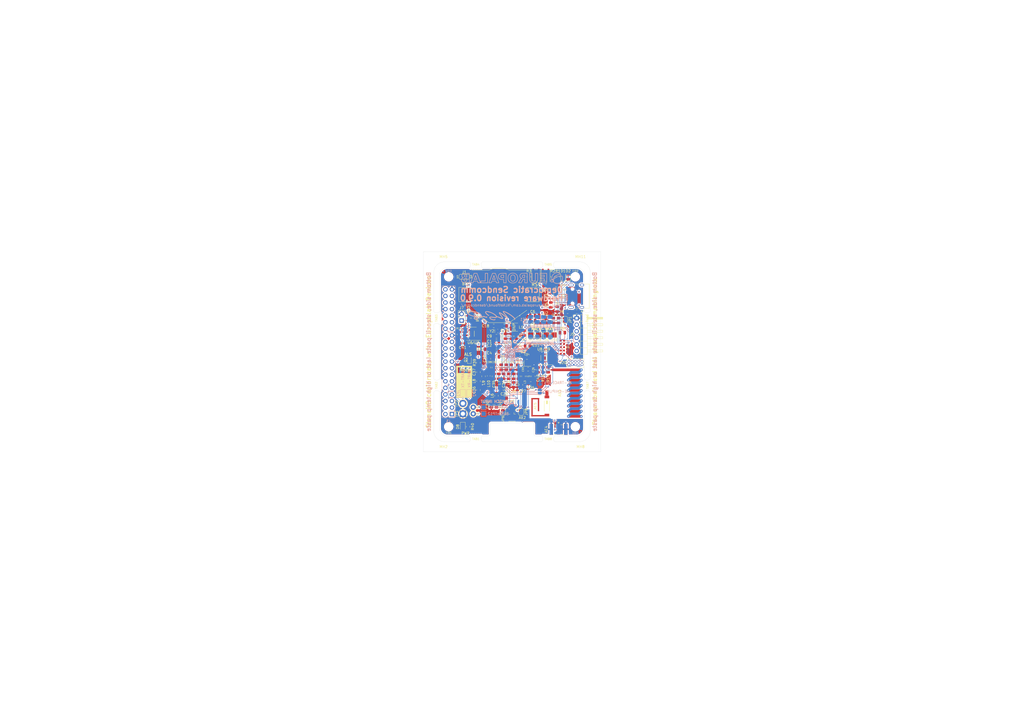
<source format=kicad_pcb>
(kicad_pcb (version 20171130) (host pcbnew 5.1.5+dfsg1-2build2)

  (general
    (thickness 1.6)
    (drawings 121)
    (tracks 1089)
    (zones 0)
    (modules 137)
    (nets 132)
  )

  (page A3)
  (title_block
    (title "Democratic Sendcomm")
    (date 2020-12-08)
    (rev 0.9.1)
    (company "Europalab Devices")
    (comment 1 "Copyright © 2020, Europalab Devices")
    (comment 2 "Fulfilling requirements of 20200210")
    (comment 3 "Pending quality assurance testing")
    (comment 4 "Release revision for manufacturing")
  )

  (layers
    (0 F.Cu signal)
    (1 In1.Cu signal)
    (2 In2.Cu signal)
    (31 B.Cu signal)
    (34 B.Paste user)
    (35 F.Paste user)
    (36 B.SilkS user)
    (37 F.SilkS user)
    (38 B.Mask user)
    (39 F.Mask user)
    (40 Dwgs.User user)
    (41 Cmts.User user)
    (44 Edge.Cuts user)
    (45 Margin user)
    (46 B.CrtYd user)
    (47 F.CrtYd user)
    (48 B.Fab user)
    (49 F.Fab user)
  )

  (setup
    (last_trace_width 0.09)
    (user_trace_width 0.1016)
    (user_trace_width 0.127)
    (user_trace_width 0.2)
    (trace_clearance 0.09)
    (zone_clearance 0.508)
    (zone_45_only no)
    (trace_min 0.09)
    (via_size 0.356)
    (via_drill 0.2)
    (via_min_size 0.356)
    (via_min_drill 0.2)
    (user_via 0.45 0.2)
    (user_via 0.6 0.3)
    (uvia_size 0.45)
    (uvia_drill 0.1)
    (uvias_allowed no)
    (uvia_min_size 0.45)
    (uvia_min_drill 0.1)
    (edge_width 0.1)
    (segment_width 0.1)
    (pcb_text_width 0.25)
    (pcb_text_size 1 1)
    (mod_edge_width 0.15)
    (mod_text_size 1 1)
    (mod_text_width 0.15)
    (pad_size 2 1.5)
    (pad_drill 0)
    (pad_to_mask_clearance 0)
    (aux_axis_origin 0 0)
    (visible_elements 7FFFFFFF)
    (pcbplotparams
      (layerselection 0x313fc_ffffffff)
      (usegerberextensions true)
      (usegerberattributes false)
      (usegerberadvancedattributes false)
      (creategerberjobfile false)
      (excludeedgelayer true)
      (linewidth 0.150000)
      (plotframeref false)
      (viasonmask false)
      (mode 1)
      (useauxorigin false)
      (hpglpennumber 1)
      (hpglpenspeed 20)
      (hpglpendiameter 15.000000)
      (psnegative false)
      (psa4output false)
      (plotreference true)
      (plotvalue true)
      (plotinvisibletext false)
      (padsonsilk false)
      (subtractmaskfromsilk false)
      (outputformat 1)
      (mirror false)
      (drillshape 0)
      (scaleselection 1)
      (outputdirectory "fabsingle"))
  )

  (net 0 "")
  (net 1 GND)
  (net 2 "Net-(AE1-Pad1)")
  (net 3 /Sheet5F53D5B4/RFSWPWR)
  (net 4 "Net-(C8-Pad1)")
  (net 5 /Sheet5F53D5B4/POWAMP)
  (net 6 "Net-(C13-Pad1)")
  (net 7 /Sheet5F53D5B4/HFOUT)
  (net 8 +3V3)
  (net 9 "Net-(C29-Pad1)")
  (net 10 /Sheet5F53D5B4/HPOUT)
  (net 11 /Sheet5F53D5B4/HFIN)
  (net 12 /Sheet5F53D5B4/BANDSEL)
  (net 13 "Net-(BT1-Pad1)")
  (net 14 /Sheet5F53D5B4/USB_BUS)
  (net 15 "Net-(C33-Pad1)")
  (net 16 "Net-(C34-Pad1)")
  (net 17 /Sheet5F53D5B4/CMDRST)
  (net 18 "Net-(D1-Pad2)")
  (net 19 "Net-(D1-Pad1)")
  (net 20 "Net-(D2-Pad1)")
  (net 21 "Net-(D2-Pad2)")
  (net 22 /Sheet5F53D5B4/USB_P)
  (net 23 /Sheet5F53D5B4/USB_N)
  (net 24 /Sheet60040980/ID_SD)
  (net 25 /Sheet60040980/ID_SC)
  (net 26 /Sheet5F53D5B4/SWDCLK)
  (net 27 "Net-(J3-Pad7)")
  (net 28 "Net-(J3-Pad8)")
  (net 29 "Net-(J4-Pad6)")
  (net 30 /Sheet5F53D5B4/CN_VBAT)
  (net 31 /Sheet5F53D5B4/XCEIV)
  (net 32 "Net-(AE5-Pad2)")
  (net 33 "Net-(C1-Pad1)")
  (net 34 "Net-(C7-Pad1)")
  (net 35 "Net-(C14-Pad1)")
  (net 36 "Net-(C17-Pad1)")
  (net 37 "Net-(C18-Pad2)")
  (net 38 "Net-(C19-Pad2)")
  (net 39 "Net-(C23-Pad2)")
  (net 40 "Net-(C23-Pad1)")
  (net 41 "Net-(C24-Pad1)")
  (net 42 "Net-(C24-Pad2)")
  (net 43 "Net-(C29-Pad2)")
  (net 44 "Net-(C33-Pad2)")
  (net 45 "Net-(C35-Pad2)")
  (net 46 "Net-(C40-Pad1)")
  (net 47 "Net-(J2-PadB5)")
  (net 48 "Net-(J2-PadA8)")
  (net 49 "Net-(J2-PadA5)")
  (net 50 "Net-(J2-PadB8)")
  (net 51 "Net-(J2-PadA4)")
  (net 52 "Net-(J3-Pad2)")
  (net 53 "Net-(J3-Pad3)")
  (net 54 "Net-(J3-Pad4)")
  (net 55 "Net-(J3-Pad5)")
  (net 56 "Net-(J3-Pad10)")
  (net 57 "Net-(J3-Pad11)")
  (net 58 "Net-(J3-Pad12)")
  (net 59 "Net-(J3-Pad13)")
  (net 60 "Net-(J3-Pad15)")
  (net 61 "Net-(J3-Pad16)")
  (net 62 "Net-(J3-Pad18)")
  (net 63 "Net-(J3-Pad19)")
  (net 64 "Net-(J3-Pad21)")
  (net 65 "Net-(J3-Pad22)")
  (net 66 "Net-(J3-Pad23)")
  (net 67 "Net-(J3-Pad24)")
  (net 68 "Net-(J3-Pad26)")
  (net 69 "Net-(J3-Pad29)")
  (net 70 "Net-(J3-Pad31)")
  (net 71 "Net-(J3-Pad32)")
  (net 72 "Net-(J3-Pad33)")
  (net 73 "Net-(J3-Pad35)")
  (net 74 "Net-(J3-Pad36)")
  (net 75 "Net-(J3-Pad37)")
  (net 76 "Net-(J3-Pad38)")
  (net 77 "Net-(J3-Pad40)")
  (net 78 "Net-(J4-Pad7)")
  (net 79 "Net-(J4-Pad8)")
  (net 80 "Net-(J5-Pad2)")
  (net 81 "Net-(J5-Pad3)")
  (net 82 "Net-(J5-Pad6)")
  (net 83 "Net-(J6-Pad1)")
  (net 84 "Net-(L1-Pad2)")
  (net 85 "Net-(R3-Pad1)")
  (net 86 "Net-(R4-Pad1)")
  (net 87 "Net-(R4-Pad2)")
  (net 88 "Net-(U2-Pad5)")
  (net 89 "Net-(U3-PadG1)")
  (net 90 "Net-(U3-PadH1)")
  (net 91 "Net-(U3-PadE3)")
  (net 92 "Net-(U3-PadE4)")
  (net 93 "Net-(U3-PadF4)")
  (net 94 "Net-(U3-PadE5)")
  (net 95 "Net-(U3-PadC7)")
  (net 96 "Net-(U3-PadD7)")
  (net 97 "Net-(U3-PadD8)")
  (net 98 "Net-(U5-Pad3)")
  (net 99 "Net-(U5-Pad4)")
  (net 100 "Net-(U8-Pad7)")
  (net 101 "Net-(U8-Pad3)")
  (net 102 "Net-(U8-Pad2)")
  (net 103 "Net-(U8-Pad1)")
  (net 104 "Net-(U9-Pad1)")
  (net 105 "Net-(U9-Pad2)")
  (net 106 "Net-(U9-Pad3)")
  (net 107 "Net-(U9-Pad7)")
  (net 108 /Sheet5F53D5B4/SWDIO)
  (net 109 "Net-(AE2-Pad1)")
  (net 110 "Net-(AE4-Pad1)")
  (net 111 "Net-(AE5-Pad1)")
  (net 112 "Net-(JP10-Pad1)")
  (net 113 "Net-(J6-Pad2)")
  (net 114 "Net-(J6-Pad3)")
  (net 115 "Net-(J6-Pad4)")
  (net 116 "Net-(J6-Pad5)")
  (net 117 "Net-(J6-Pad6)")
  (net 118 "Net-(J6-Pad7)")
  (net 119 "Net-(J6-Pad8)")
  (net 120 "Net-(J7-Pad1)")
  (net 121 "Net-(C94-Pad1)")
  (net 122 "Net-(C95-Pad1)")
  (net 123 /TP_SCL)
  (net 124 /TP_SDA)
  (net 125 "Net-(J20-Pad6)")
  (net 126 "Net-(J20-Pad7)")
  (net 127 "Net-(J20-Pad8)")
  (net 128 "Net-(Q2-Pad2)")
  (net 129 EXT_UART_TX)
  (net 130 EXT_UART_RX)
  (net 131 "Net-(D8-Pad2)")

  (net_class Default "This is the default net class."
    (clearance 0.09)
    (trace_width 0.09)
    (via_dia 0.356)
    (via_drill 0.2)
    (uvia_dia 0.45)
    (uvia_drill 0.1)
    (add_net +3V3)
    (add_net /Sheet5F53D5B4/BANDSEL)
    (add_net /Sheet5F53D5B4/CMDRST)
    (add_net /Sheet5F53D5B4/CN_VBAT)
    (add_net /Sheet5F53D5B4/HFIN)
    (add_net /Sheet5F53D5B4/HFOUT)
    (add_net /Sheet5F53D5B4/HPOUT)
    (add_net /Sheet5F53D5B4/POWAMP)
    (add_net /Sheet5F53D5B4/RFSWPWR)
    (add_net /Sheet5F53D5B4/SWDCLK)
    (add_net /Sheet5F53D5B4/SWDIO)
    (add_net /Sheet5F53D5B4/USB_BUS)
    (add_net /Sheet5F53D5B4/USB_N)
    (add_net /Sheet5F53D5B4/USB_P)
    (add_net /Sheet5F53D5B4/XCEIV)
    (add_net /Sheet60040980/ID_SC)
    (add_net /Sheet60040980/ID_SD)
    (add_net /TP_SCL)
    (add_net /TP_SDA)
    (add_net EXT_UART_RX)
    (add_net EXT_UART_TX)
    (add_net GND)
    (add_net "Net-(AE1-Pad1)")
    (add_net "Net-(AE2-Pad1)")
    (add_net "Net-(AE4-Pad1)")
    (add_net "Net-(AE5-Pad1)")
    (add_net "Net-(AE5-Pad2)")
    (add_net "Net-(BT1-Pad1)")
    (add_net "Net-(C1-Pad1)")
    (add_net "Net-(C13-Pad1)")
    (add_net "Net-(C14-Pad1)")
    (add_net "Net-(C17-Pad1)")
    (add_net "Net-(C18-Pad2)")
    (add_net "Net-(C19-Pad2)")
    (add_net "Net-(C23-Pad1)")
    (add_net "Net-(C23-Pad2)")
    (add_net "Net-(C24-Pad1)")
    (add_net "Net-(C24-Pad2)")
    (add_net "Net-(C29-Pad1)")
    (add_net "Net-(C29-Pad2)")
    (add_net "Net-(C33-Pad1)")
    (add_net "Net-(C33-Pad2)")
    (add_net "Net-(C34-Pad1)")
    (add_net "Net-(C35-Pad2)")
    (add_net "Net-(C40-Pad1)")
    (add_net "Net-(C7-Pad1)")
    (add_net "Net-(C8-Pad1)")
    (add_net "Net-(C94-Pad1)")
    (add_net "Net-(C95-Pad1)")
    (add_net "Net-(D1-Pad1)")
    (add_net "Net-(D1-Pad2)")
    (add_net "Net-(D2-Pad1)")
    (add_net "Net-(D2-Pad2)")
    (add_net "Net-(D8-Pad2)")
    (add_net "Net-(J2-PadA4)")
    (add_net "Net-(J2-PadA5)")
    (add_net "Net-(J2-PadA8)")
    (add_net "Net-(J2-PadB5)")
    (add_net "Net-(J2-PadB8)")
    (add_net "Net-(J20-Pad6)")
    (add_net "Net-(J20-Pad7)")
    (add_net "Net-(J20-Pad8)")
    (add_net "Net-(J3-Pad10)")
    (add_net "Net-(J3-Pad11)")
    (add_net "Net-(J3-Pad12)")
    (add_net "Net-(J3-Pad13)")
    (add_net "Net-(J3-Pad15)")
    (add_net "Net-(J3-Pad16)")
    (add_net "Net-(J3-Pad18)")
    (add_net "Net-(J3-Pad19)")
    (add_net "Net-(J3-Pad2)")
    (add_net "Net-(J3-Pad21)")
    (add_net "Net-(J3-Pad22)")
    (add_net "Net-(J3-Pad23)")
    (add_net "Net-(J3-Pad24)")
    (add_net "Net-(J3-Pad26)")
    (add_net "Net-(J3-Pad29)")
    (add_net "Net-(J3-Pad3)")
    (add_net "Net-(J3-Pad31)")
    (add_net "Net-(J3-Pad32)")
    (add_net "Net-(J3-Pad33)")
    (add_net "Net-(J3-Pad35)")
    (add_net "Net-(J3-Pad36)")
    (add_net "Net-(J3-Pad37)")
    (add_net "Net-(J3-Pad38)")
    (add_net "Net-(J3-Pad4)")
    (add_net "Net-(J3-Pad40)")
    (add_net "Net-(J3-Pad5)")
    (add_net "Net-(J3-Pad7)")
    (add_net "Net-(J3-Pad8)")
    (add_net "Net-(J4-Pad6)")
    (add_net "Net-(J4-Pad7)")
    (add_net "Net-(J4-Pad8)")
    (add_net "Net-(J5-Pad2)")
    (add_net "Net-(J5-Pad3)")
    (add_net "Net-(J5-Pad6)")
    (add_net "Net-(J6-Pad1)")
    (add_net "Net-(J6-Pad2)")
    (add_net "Net-(J6-Pad3)")
    (add_net "Net-(J6-Pad4)")
    (add_net "Net-(J6-Pad5)")
    (add_net "Net-(J6-Pad6)")
    (add_net "Net-(J6-Pad7)")
    (add_net "Net-(J6-Pad8)")
    (add_net "Net-(J7-Pad1)")
    (add_net "Net-(JP10-Pad1)")
    (add_net "Net-(L1-Pad2)")
    (add_net "Net-(Q2-Pad2)")
    (add_net "Net-(R3-Pad1)")
    (add_net "Net-(R4-Pad1)")
    (add_net "Net-(R4-Pad2)")
    (add_net "Net-(U2-Pad5)")
    (add_net "Net-(U3-PadC7)")
    (add_net "Net-(U3-PadD7)")
    (add_net "Net-(U3-PadD8)")
    (add_net "Net-(U3-PadE3)")
    (add_net "Net-(U3-PadE4)")
    (add_net "Net-(U3-PadE5)")
    (add_net "Net-(U3-PadF4)")
    (add_net "Net-(U3-PadG1)")
    (add_net "Net-(U3-PadH1)")
    (add_net "Net-(U5-Pad3)")
    (add_net "Net-(U5-Pad4)")
    (add_net "Net-(U8-Pad1)")
    (add_net "Net-(U8-Pad2)")
    (add_net "Net-(U8-Pad3)")
    (add_net "Net-(U8-Pad7)")
    (add_net "Net-(U9-Pad1)")
    (add_net "Net-(U9-Pad2)")
    (add_net "Net-(U9-Pad3)")
    (add_net "Net-(U9-Pad7)")
  )

  (net_class Power ""
    (clearance 0.2)
    (trace_width 0.5)
    (via_dia 1)
    (via_drill 0.7)
    (uvia_dia 0.5)
    (uvia_drill 0.1)
  )

  (module Elabdev:Meinkuerzel_signature_480DPI (layer B.Cu) (tedit 0) (tstamp 5FBE809B)
    (at 202 134 180)
    (fp_text reference G1 (at 0 0) (layer B.SilkS) hide
      (effects (font (size 1.524 1.524) (thickness 0.3)) (justify mirror))
    )
    (fp_text value Meinkuerzel_signature (at 0.75 0) (layer B.SilkS) hide
      (effects (font (size 1.524 1.524) (thickness 0.3)) (justify mirror))
    )
    (fp_poly (pts (xy 7.849084 1.675651) (xy 8.303148 1.632827) (xy 8.685942 1.550363) (xy 8.876057 1.481326)
      (xy 9.07938 1.34976) (xy 9.204465 1.178624) (xy 9.241225 0.986809) (xy 9.210768 0.854557)
      (xy 9.078684 0.643748) (xy 8.864557 0.429964) (xy 8.589687 0.233059) (xy 8.471807 0.165759)
      (xy 8.232808 0.053863) (xy 7.923436 -0.068816) (xy 7.576824 -0.190996) (xy 7.226108 -0.301392)
      (xy 6.904421 -0.388723) (xy 6.731621 -0.426811) (xy 6.398868 -0.490816) (xy 6.556265 -0.586535)
      (xy 6.736632 -0.743549) (xy 6.819572 -0.938245) (xy 6.82625 -1.022915) (xy 6.780462 -1.15416)
      (xy 6.660466 -1.295963) (xy 6.49231 -1.424979) (xy 6.30204 -1.517866) (xy 6.258842 -1.531402)
      (xy 6.0446 -1.569955) (xy 5.805186 -1.581627) (xy 5.582286 -1.566858) (xy 5.417587 -1.526091)
      (xy 5.409578 -1.522402) (xy 5.285381 -1.409276) (xy 5.232727 -1.237525) (xy 5.243042 -1.133742)
      (xy 5.545646 -1.133742) (xy 5.569322 -1.243922) (xy 5.599007 -1.270742) (xy 5.725804 -1.30367)
      (xy 5.911501 -1.301091) (xy 6.117136 -1.267785) (xy 6.303743 -1.20853) (xy 6.368163 -1.176419)
      (xy 6.483421 -1.090411) (xy 6.547775 -1.006994) (xy 6.550669 -0.996984) (xy 6.519163 -0.903747)
      (xy 6.404517 -0.814537) (xy 6.229026 -0.742568) (xy 6.060328 -0.706358) (xy 5.903418 -0.693399)
      (xy 5.806355 -0.717484) (xy 5.726223 -0.79035) (xy 5.718194 -0.79992) (xy 5.596762 -0.979847)
      (xy 5.545646 -1.133742) (xy 5.243042 -1.133742) (xy 5.253531 -1.028227) (xy 5.344918 -0.810631)
      (xy 5.442538 -0.642303) (xy 5.295353 -0.646487) (xy 5.12125 -0.625399) (xy 5.035885 -0.550663)
      (xy 5.027083 -0.501447) (xy 5.075804 -0.410776) (xy 5.222941 -0.351671) (xy 5.469958 -0.32355)
      (xy 5.476875 -0.323261) (xy 5.599677 -0.314345) (xy 5.697993 -0.289875) (xy 5.794712 -0.235966)
      (xy 5.912725 -0.138734) (xy 6.074923 0.015705) (xy 6.138333 0.077935) (xy 6.357426 0.284825)
      (xy 6.520758 0.415811) (xy 6.63982 0.476704) (xy 6.726105 0.473318) (xy 6.791106 0.411464)
      (xy 6.792772 0.408883) (xy 6.813029 0.349999) (xy 6.787897 0.281807) (xy 6.704882 0.184844)
      (xy 6.561666 0.048946) (xy 6.270625 -0.217166) (xy 6.532899 -0.183078) (xy 6.900304 -0.115245)
      (xy 7.289474 -0.008645) (xy 7.678243 0.127507) (xy 8.044445 0.283994) (xy 8.365914 0.451601)
      (xy 8.620483 0.621112) (xy 8.749193 0.738377) (xy 8.856936 0.865956) (xy 8.92727 0.965202)
      (xy 8.942916 1.001728) (xy 8.895983 1.084773) (xy 8.773369 1.176095) (xy 8.602358 1.259484)
      (xy 8.410231 1.318727) (xy 8.408998 1.318992) (xy 8.149682 1.354937) (xy 7.8128 1.371973)
      (xy 7.424917 1.370093) (xy 7.012599 1.349291) (xy 6.686734 1.319437) (xy 6.066773 1.222977)
      (xy 5.517194 1.081213) (xy 5.043989 0.897075) (xy 4.653152 0.673494) (xy 4.350673 0.413401)
      (xy 4.142546 0.119727) (xy 4.114637 0.061443) (xy 4.047094 -0.15251) (xy 4.06025 -0.336634)
      (xy 4.160207 -0.518581) (xy 4.270456 -0.644496) (xy 4.390411 -0.79173) (xy 4.431252 -0.900383)
      (xy 4.427296 -0.922309) (xy 4.357272 -0.99719) (xy 4.242023 -0.977517) (xy 4.082983 -0.863726)
      (xy 4.010682 -0.795217) (xy 3.879838 -0.680755) (xy 3.765594 -0.608691) (xy 3.712637 -0.594925)
      (xy 3.6215 -0.594723) (xy 3.455888 -0.585507) (xy 3.246599 -0.569127) (xy 3.175 -0.562633)
      (xy 2.951086 -0.544014) (xy 2.793821 -0.54282) (xy 2.664643 -0.565021) (xy 2.524987 -0.61659)
      (xy 2.371034 -0.687127) (xy 2.100169 -0.795663) (xy 1.89262 -0.837972) (xy 1.841867 -0.837015)
      (xy 1.72083 -0.812158) (xy 1.663036 -0.745697) (xy 1.637803 -0.635) (xy 1.623821 -0.491701)
      (xy 1.628566 -0.389706) (xy 1.630235 -0.383646) (xy 1.692219 -0.322789) (xy 1.789679 -0.330876)
      (xy 1.885465 -0.399867) (xy 1.916539 -0.445597) (xy 1.984375 -0.573694) (xy 2.371569 -0.384068)
      (xy 2.758764 -0.194442) (xy 3.165319 -0.256321) (xy 3.413597 -0.293214) (xy 3.576071 -0.310583)
      (xy 3.67165 -0.304292) (xy 3.719238 -0.270208) (xy 3.737742 -0.204195) (xy 3.744012 -0.129767)
      (xy 3.817818 0.177969) (xy 3.989413 0.470621) (xy 4.251219 0.74303) (xy 4.595656 0.99004)
      (xy 5.015149 1.206492) (xy 5.502117 1.387229) (xy 6.048984 1.527094) (xy 6.228561 1.561184)
      (xy 6.794861 1.64034) (xy 7.340678 1.678326) (xy 7.849084 1.675651)) (layer B.SilkS) (width 0.01))
    (fp_poly (pts (xy -4.580024 1.756567) (xy -4.544854 1.74305) (xy -4.466016 1.67622) (xy -4.437143 1.580417)
      (xy -4.461964 1.447967) (xy -4.544204 1.271201) (xy -4.68759 1.042447) (xy -4.895848 0.754033)
      (xy -5.172705 0.39829) (xy -5.237349 0.3175) (xy -5.411926 0.098408) (xy -5.577817 -0.112809)
      (xy -5.714811 -0.290245) (xy -5.794689 -0.396875) (xy -5.948296 -0.608542) (xy -5.791961 -0.468507)
      (xy -5.700695 -0.392772) (xy -5.541009 -0.266466) (xy -5.329307 -0.10231) (xy -5.081994 0.086977)
      (xy -4.815472 0.288675) (xy -4.815417 0.288716) (xy -4.345432 0.631252) (xy -3.946225 0.897872)
      (xy -3.615767 1.089474) (xy -3.352032 1.206955) (xy -3.152989 1.251211) (xy -3.016612 1.223138)
      (xy -2.940872 1.123633) (xy -2.939055 1.118116) (xy -2.92791 1.023519) (xy -2.955738 0.908417)
      (xy -3.029742 0.759005) (xy -3.157121 0.561475) (xy -3.345079 0.302021) (xy -3.409058 0.217037)
      (xy -3.654587 -0.113597) (xy -3.860834 -0.404313) (xy -4.022275 -0.646491) (xy -4.133388 -0.831509)
      (xy -4.188652 -0.950744) (xy -4.185335 -0.994958) (xy -4.120655 -0.981486) (xy -3.976478 -0.932768)
      (xy -3.770527 -0.855371) (xy -3.520529 -0.755864) (xy -3.349225 -0.685128) (xy -3.06462 -0.570045)
      (xy -2.797019 -0.469163) (xy -2.569108 -0.390505) (xy -2.403576 -0.342097) (xy -2.349431 -0.331513)
      (xy -2.183877 -0.291941) (xy -2.07811 -0.206425) (xy -2.041672 -0.151915) (xy -1.850086 0.096101)
      (xy -1.567603 0.354844) (xy -1.207453 0.616123) (xy -0.78287 0.87175) (xy -0.307084 1.113536)
      (xy 0.206672 1.333293) (xy 0.574448 1.467145) (xy 0.853452 1.556991) (xy 1.074831 1.61415)
      (xy 1.278935 1.645957) (xy 1.506112 1.659747) (xy 1.647661 1.662241) (xy 1.89537 1.661355)
      (xy 2.061526 1.650821) (xy 2.170245 1.626908) (xy 2.245641 1.585888) (xy 2.269431 1.566069)
      (xy 2.364656 1.413892) (xy 2.378536 1.21834) (xy 2.31231 1.002224) (xy 2.231511 0.867835)
      (xy 2.055394 0.653788) (xy 1.846452 0.444397) (xy 1.622129 0.252501) (xy 1.399873 0.090942)
      (xy 1.19713 -0.02744) (xy 1.031346 -0.089804) (xy 0.931657 -0.088852) (xy 0.853749 -0.025156)
      (xy 0.874571 0.06423) (xy 0.991583 0.174246) (xy 1.09802 0.242886) (xy 1.314624 0.387246)
      (xy 1.527802 0.560014) (xy 1.72429 0.746283) (xy 1.890825 0.931146) (xy 2.014146 1.099697)
      (xy 2.080988 1.237027) (xy 2.078088 1.32823) (xy 2.071165 1.336667) (xy 1.954541 1.387475)
      (xy 1.756832 1.400928) (xy 1.494763 1.380087) (xy 1.185063 1.328013) (xy 0.844457 1.247766)
      (xy 0.489674 1.142406) (xy 0.137439 1.014995) (xy -0.00172 0.957368) (xy -0.385109 0.777304)
      (xy -0.74297 0.581237) (xy -1.065571 0.377182) (xy -1.343179 0.173152) (xy -1.566062 -0.022838)
      (xy -1.724487 -0.202776) (xy -1.808722 -0.358647) (xy -1.809035 -0.482438) (xy -1.789329 -0.514562)
      (xy -1.69188 -0.558953) (xy -1.49842 -0.578536) (xy -1.2158 -0.573404) (xy -0.850872 -0.543648)
      (xy -0.464887 -0.496867) (xy -0.056607 -0.452123) (xy 0.260382 -0.442712) (xy 0.494773 -0.469264)
      (xy 0.655256 -0.532408) (xy 0.714552 -0.58228) (xy 0.776217 -0.725165) (xy 0.746162 -0.908878)
      (xy 0.632079 -1.115352) (xy 0.45893 -1.290216) (xy 0.2117 -1.450188) (xy -0.085638 -1.588107)
      (xy -0.409112 -1.696809) (xy -0.734748 -1.769134) (xy -1.038572 -1.797919) (xy -1.296612 -1.776003)
      (xy -1.42875 -1.731015) (xy -1.546706 -1.617759) (xy -1.577815 -1.519827) (xy -1.560687 -1.389395)
      (xy -1.486335 -1.336349) (xy -1.378138 -1.369493) (xy -1.317893 -1.421952) (xy -1.19986 -1.505637)
      (xy -1.092449 -1.534584) (xy -0.859949 -1.513387) (xy -0.579373 -1.457345) (xy -0.297878 -1.377776)
      (xy -0.068589 -1.288836) (xy 0.116249 -1.181832) (xy 0.284174 -1.050661) (xy 0.411262 -0.917533)
      (xy 0.473586 -0.804658) (xy 0.47625 -0.783054) (xy 0.425256 -0.757675) (xy 0.277287 -0.748743)
      (xy 0.039858 -0.755912) (xy -0.279513 -0.778835) (xy -0.673311 -0.817167) (xy -0.956033 -0.849048)
      (xy -1.308534 -0.882196) (xy -1.57585 -0.8857) (xy -1.774982 -0.85746) (xy -1.922933 -0.795374)
      (xy -2.017888 -0.717835) (xy -2.096716 -0.653738) (xy -2.190635 -0.62131) (xy -2.313833 -0.623423)
      (xy -2.480498 -0.662945) (xy -2.704818 -0.742748) (xy -3.00098 -0.865702) (xy -3.216817 -0.960383)
      (xy -3.585839 -1.11854) (xy -3.874386 -1.227749) (xy -4.094462 -1.290524) (xy -4.258069 -1.309381)
      (xy -4.377212 -1.286836) (xy -4.463891 -1.225404) (xy -4.466704 -1.222337) (xy -4.518051 -1.14061)
      (xy -4.530831 -1.040781) (xy -4.500098 -0.912213) (xy -4.420902 -0.744269) (xy -4.288295 -0.526313)
      (xy -4.097327 -0.247708) (xy -3.863138 0.07498) (xy -3.679345 0.325213) (xy -3.519393 0.545064)
      (xy -3.393108 0.720859) (xy -3.310313 0.838921) (xy -3.280834 0.885525) (xy -3.323557 0.888476)
      (xy -3.399896 0.869711) (xy -3.542096 0.805036) (xy -3.750284 0.678102) (xy -4.027571 0.486762)
      (xy -4.377062 0.228867) (xy -4.801868 -0.097732) (xy -4.81991 -0.111817) (xy -5.187034 -0.396401)
      (xy -5.482932 -0.620081) (xy -5.717862 -0.789492) (xy -5.902078 -0.911266) (xy -6.045837 -0.99204)
      (xy -6.159396 -1.038447) (xy -6.25301 -1.057121) (xy -6.283148 -1.058333) (xy -6.40378 -1.045849)
      (xy -6.450441 -0.994435) (xy -6.455563 -0.939271) (xy -6.445942 -0.865735) (xy -6.412644 -0.776476)
      (xy -6.348546 -0.66103) (xy -6.24652 -0.508935) (xy -6.099443 -0.309727) (xy -5.90019 -0.052942)
      (xy -5.641635 0.271882) (xy -5.570553 0.360397) (xy -5.363566 0.620769) (xy -5.174974 0.863504)
      (xy -5.016826 1.072659) (xy -4.901172 1.23229) (xy -4.84006 1.326453) (xy -4.839117 1.328251)
      (xy -4.786636 1.436383) (xy -4.790145 1.473528) (xy -4.856494 1.462433) (xy -4.877731 1.456477)
      (xy -4.973599 1.420322) (xy -5.140081 1.348706) (xy -5.352621 1.252468) (xy -5.55625 1.156974)
      (xy -6.094525 0.881508) (xy -6.644499 0.565345) (xy -7.182748 0.223911) (xy -7.685848 -0.12737)
      (xy -8.130378 -0.473072) (xy -8.424687 -0.732038) (xy -8.650145 -0.95487) (xy -8.800069 -1.131002)
      (xy -8.884377 -1.276175) (xy -8.912984 -1.406131) (xy -8.905425 -1.495188) (xy -8.906488 -1.61853)
      (xy -8.964006 -1.672137) (xy -9.075823 -1.672519) (xy -9.156792 -1.593028) (xy -9.200558 -1.456755)
      (xy -9.200763 -1.286789) (xy -9.151052 -1.106218) (xy -9.131299 -1.06447) (xy -9.024915 -0.913844)
      (xy -8.843627 -0.718433) (xy -8.601654 -0.490528) (xy -8.313213 -0.242422) (xy -7.992524 0.013592)
      (xy -7.653804 0.265222) (xy -7.3545 0.471681) (xy -6.896098 0.764541) (xy -6.449337 1.028776)
      (xy -6.024338 1.259805) (xy -5.631223 1.453048) (xy -5.280112 1.603926) (xy -4.981128 1.707858)
      (xy -4.744392 1.760265) (xy -4.580024 1.756567)) (layer B.SilkS) (width 0.01))
  )

  (module Elabdev:Panel_Mousetab_25mm_Single (layer F.Cu) (tedit 5CD9E59A) (tstamp 5FBE7343)
    (at 224 114.25 270)
    (path /5CD5C3A7)
    (fp_text reference TAB5 (at 0 0 180) (layer F.SilkS)
      (effects (font (size 0.8 0.8) (thickness 0.13)))
    )
    (fp_text value Pantab (at 0 -3.5 270) (layer F.Fab)
      (effects (font (size 1 1) (thickness 0.15)))
    )
    (fp_line (start -2.1 -2.6) (end 2.1 -2.6) (layer F.CrtYd) (width 0.15))
    (fp_line (start -2.1 2.6) (end -2.1 -2.6) (layer F.CrtYd) (width 0.15))
    (fp_line (start 2.1 2.6) (end -2.1 2.6) (layer F.CrtYd) (width 0.15))
    (fp_line (start 2.1 -2.6) (end 2.1 2.6) (layer F.CrtYd) (width 0.15))
    (fp_line (start -1.25 -2.2) (end -1.25 2.2) (layer F.Fab) (width 0.15))
    (fp_line (start 1.25 -2.2) (end 1.25 2.2) (layer F.Fab) (width 0.15))
    (pad "" np_thru_hole circle (at 1.35 -2 270) (size 0.5 0.5) (drill 0.5) (layers *.Cu))
    (pad "" np_thru_hole circle (at 1.35 -1.2 270) (size 0.5 0.5) (drill 0.5) (layers *.Cu))
    (pad "" np_thru_hole circle (at 1.35 -0.4 270) (size 0.5 0.5) (drill 0.5) (layers *.Cu))
    (pad "" np_thru_hole circle (at 1.35 0.4 270) (size 0.5 0.5) (drill 0.5) (layers *.Cu))
    (pad "" np_thru_hole circle (at 1.35 1.2 270) (size 0.5 0.5) (drill 0.5) (layers *.Cu))
    (pad "" np_thru_hole circle (at 1.35 2 270) (size 0.5 0.5) (drill 0.5) (layers *.Cu))
  )

  (module Elabdev:Elablogoslk-Gfx (layer B.Cu) (tedit 0) (tstamp 5FBDF7AF)
    (at 210 119.5 180)
    (fp_text reference G** (at 0 0) (layer B.SilkS) hide
      (effects (font (size 1.524 1.524) (thickness 0.3)) (justify mirror))
    )
    (fp_text value Elablogoslk (at 0.75 0) (layer B.SilkS) hide
      (effects (font (size 1.524 1.524) (thickness 0.3)) (justify mirror))
    )
    (fp_poly (pts (xy -15.405836 -0.675184) (xy -15.287483 -0.702055) (xy -15.188143 -0.754619) (xy -15.108772 -0.827765)
      (xy -15.050327 -0.916382) (xy -15.013763 -1.015359) (xy -15.000037 -1.119584) (xy -15.010104 -1.223945)
      (xy -15.04492 -1.323332) (xy -15.105441 -1.412633) (xy -15.192623 -1.486737) (xy -15.24833 -1.517344)
      (xy -15.356716 -1.550357) (xy -15.476625 -1.557984) (xy -15.592872 -1.539403) (xy -15.602283 -1.53653)
      (xy -15.678123 -1.497127) (xy -15.752493 -1.432517) (xy -15.815972 -1.352895) (xy -15.859141 -1.268459)
      (xy -15.864155 -1.2531) (xy -15.88425 -1.176683) (xy -15.891257 -1.117668) (xy -15.885212 -1.059627)
      (xy -15.866149 -0.986134) (xy -15.864727 -0.981328) (xy -15.815988 -0.8777) (xy -15.739972 -0.790432)
      (xy -15.643773 -0.72426) (xy -15.534487 -0.683915) (xy -15.419207 -0.674131) (xy -15.405836 -0.675184)) (layer B.Mask) (width 0.01))
    (fp_poly (pts (xy 17.476107 1.827609) (xy 17.687258 1.825899) (xy 17.865618 1.824237) (xy 18.014678 1.822477)
      (xy 18.137934 1.82047) (xy 18.238879 1.818068) (xy 18.321005 1.815122) (xy 18.387806 1.811484)
      (xy 18.442776 1.807007) (xy 18.489407 1.801541) (xy 18.531194 1.794939) (xy 18.57163 1.787052)
      (xy 18.6055 1.779685) (xy 18.771822 1.733432) (xy 18.923911 1.673315) (xy 19.054677 1.602656)
      (xy 19.157033 1.524776) (xy 19.164226 1.5179) (xy 19.246251 1.417951) (xy 19.315464 1.294688)
      (xy 19.365371 1.16053) (xy 19.377923 1.109275) (xy 19.39052 1.010407) (xy 19.393203 0.893754)
      (xy 19.386762 0.771789) (xy 19.371983 0.656983) (xy 19.349655 0.561808) (xy 19.341939 0.539811)
      (xy 19.283862 0.430962) (xy 19.19941 0.326298) (xy 19.097976 0.236127) (xy 19.019624 0.185927)
      (xy 18.914298 0.12941) (xy 18.968542 0.109123) (xy 19.093064 0.054672) (xy 19.194891 -0.009335)
      (xy 19.285933 -0.089714) (xy 19.390804 -0.214403) (xy 19.467199 -0.350129) (xy 19.516977 -0.501894)
      (xy 19.541997 -0.674698) (xy 19.545898 -0.789214) (xy 19.53245 -0.987132) (xy 19.491752 -1.163006)
      (xy 19.423278 -1.317328) (xy 19.326496 -1.450588) (xy 19.200879 -1.563277) (xy 19.045898 -1.655885)
      (xy 18.861023 -1.728905) (xy 18.645726 -1.782826) (xy 18.442214 -1.81358) (xy 18.390712 -1.817354)
      (xy 18.307346 -1.820878) (xy 18.196536 -1.82407) (xy 18.062704 -1.826851) (xy 17.910272 -1.829142)
      (xy 17.743659 -1.830864) (xy 17.567287 -1.831936) (xy 17.403536 -1.83228) (xy 16.528143 -1.832429)
      (xy 16.528143 -1.197429) (xy 17.471571 -1.197429) (xy 17.812474 -1.197429) (xy 17.960507 -1.19621)
      (xy 18.077011 -1.192363) (xy 18.166668 -1.185602) (xy 18.234157 -1.175639) (xy 18.257984 -1.170182)
      (xy 18.384709 -1.1231) (xy 18.482481 -1.054854) (xy 18.552639 -0.964254) (xy 18.589417 -0.8761)
      (xy 18.611394 -0.756961) (xy 18.608994 -0.636283) (xy 18.583832 -0.523232) (xy 18.537525 -0.426977)
      (xy 18.502598 -0.383459) (xy 18.44707 -0.333771) (xy 18.385424 -0.294593) (xy 18.312843 -0.264829)
      (xy 18.22451 -0.243381) (xy 18.115607 -0.229153) (xy 17.981316 -0.221046) (xy 17.816821 -0.217964)
      (xy 17.775464 -0.217851) (xy 17.471571 -0.217714) (xy 17.471571 -1.197429) (xy 16.528143 -1.197429)
      (xy 16.528143 1.197428) (xy 17.471571 1.197428) (xy 17.471571 0.417286) (xy 17.804933 0.417286)
      (xy 17.937918 0.418126) (xy 18.040036 0.420891) (xy 18.116671 0.425945) (xy 18.173209 0.433651)
      (xy 18.215035 0.444376) (xy 18.217426 0.445205) (xy 18.319056 0.498467) (xy 18.395331 0.575146)
      (xy 18.444205 0.67085) (xy 18.463631 0.781188) (xy 18.451564 0.901769) (xy 18.443884 0.931299)
      (xy 18.396902 1.030842) (xy 18.322562 1.110813) (xy 18.227195 1.165118) (xy 18.18819 1.177399)
      (xy 18.143627 1.184049) (xy 18.070672 1.189765) (xy 17.977218 1.19415) (xy 17.871155 1.196808)
      (xy 17.790109 1.197428) (xy 17.471571 1.197428) (xy 16.528143 1.197428) (xy 16.528143 1.835008)
      (xy 17.476107 1.827609)) (layer B.Mask) (width 0.01))
    (fp_poly (pts (xy 14.119941 1.828149) (xy 14.684369 1.823357) (xy 15.359475 0) (xy 16.034582 -1.823357)
      (xy 15.571079 -1.828205) (xy 15.445094 -1.82918) (xy 15.331429 -1.829406) (xy 15.235013 -1.828925)
      (xy 15.160777 -1.827781) (xy 15.11365 -1.826018) (xy 15.098562 -1.824039) (xy 15.090052 -1.80483)
      (xy 15.071782 -1.756797) (xy 15.045759 -1.68544) (xy 15.013987 -1.59626) (xy 14.978473 -1.494759)
      (xy 14.977731 -1.49262) (xy 14.865914 -1.170214) (xy 14.120645 -1.165479) (xy 13.375375 -1.160744)
      (xy 13.306737 -1.355979) (xy 13.272699 -1.452448) (xy 13.236904 -1.553325) (xy 13.204622 -1.643779)
      (xy 13.188986 -1.687286) (xy 13.139873 -1.823357) (xy 12.664678 -1.828197) (xy 12.53823 -1.828961)
      (xy 12.425118 -1.828639) (xy 12.329969 -1.827326) (xy 12.257408 -1.825117) (xy 12.212064 -1.822108)
      (xy 12.19843 -1.818559) (xy 12.205849 -1.799875) (xy 12.225002 -1.749455) (xy 12.255032 -1.669593)
      (xy 12.295087 -1.562586) (xy 12.34431 -1.430729) (xy 12.401847 -1.276318) (xy 12.466842 -1.101648)
      (xy 12.538441 -0.909015) (xy 12.615789 -0.700714) (xy 12.69803 -0.479041) (xy 12.702348 -0.467391)
      (xy 13.614056 -0.467391) (xy 13.61958 -0.47467) (xy 13.636172 -0.480187) (xy 13.66764 -0.484184)
      (xy 13.717795 -0.486904) (xy 13.790447 -0.488587) (xy 13.889405 -0.489478) (xy 14.01848 -0.489817)
      (xy 14.115143 -0.489857) (xy 14.270607 -0.489531) (xy 14.392961 -0.488457) (xy 14.485375 -0.486493)
      (xy 14.551022 -0.483496) (xy 14.59307 -0.479323) (xy 14.614692 -0.473831) (xy 14.619171 -0.467179)
      (xy 14.611769 -0.445613) (xy 14.593892 -0.393441) (xy 14.566814 -0.314385) (xy 14.53181 -0.212168)
      (xy 14.490155 -0.090515) (xy 14.443125 0.046852) (xy 14.391994 0.196209) (xy 14.367839 0.266773)
      (xy 14.315439 0.418794) (xy 14.266379 0.559098) (xy 14.221933 0.684192) (xy 14.183374 0.790582)
      (xy 14.151976 0.874778) (xy 14.129011 0.933285) (xy 14.115754 0.96261) (xy 14.11319 0.965273)
      (xy 14.105039 0.945854) (xy 14.08648 0.895813) (xy 14.058824 0.818867) (xy 14.023386 0.718735)
      (xy 13.981478 0.599134) (xy 13.934414 0.463783) (xy 13.883507 0.316398) (xy 13.865167 0.263071)
      (xy 13.813057 0.111504) (xy 13.764295 -0.030104) (xy 13.720215 -0.157901) (xy 13.682146 -0.268036)
      (xy 13.651421 -0.356659) (xy 13.629372 -0.419918) (xy 13.617329 -0.453964) (xy 13.615787 -0.458107)
      (xy 13.614056 -0.467391) (xy 12.702348 -0.467391) (xy 12.784311 -0.246291) (xy 12.842155 -0.090148)
      (xy 12.931409 0.150825) (xy 13.017702 0.38378) (xy 13.100126 0.606258) (xy 13.177768 0.815802)
      (xy 13.249717 1.009954) (xy 13.315063 1.186256) (xy 13.372895 1.34225) (xy 13.422301 1.47548)
      (xy 13.462371 1.583486) (xy 13.492193 1.663811) (xy 13.510857 1.713998) (xy 13.516223 1.728364)
      (xy 13.555513 1.832942) (xy 14.119941 1.828149)) (layer B.Mask) (width 0.01))
    (fp_poly (pts (xy 10.359571 -1.124857) (xy 12.028714 -1.124857) (xy 12.028714 -1.832429) (xy 9.416143 -1.832429)
      (xy 9.416143 1.832429) (xy 10.359571 1.832429) (xy 10.359571 -1.124857)) (layer B.Mask) (width 0.01))
    (fp_poly (pts (xy 8.199353 0.127) (xy 8.288425 -0.113439) (xy 8.374711 -0.34635) (xy 8.457277 -0.569212)
      (xy 8.535188 -0.7795) (xy 8.607508 -0.974691) (xy 8.673302 -1.152261) (xy 8.731636 -1.309687)
      (xy 8.781574 -1.444447) (xy 8.822182 -1.554015) (xy 8.852524 -1.63587) (xy 8.871666 -1.687486)
      (xy 8.876754 -1.701194) (xy 8.925739 -1.83303) (xy 8.45225 -1.828194) (xy 7.97876 -1.823357)
      (xy 7.866169 -1.496786) (xy 7.753577 -1.170214) (xy 6.263113 -1.160744) (xy 6.215979 -1.292479)
      (xy 6.18957 -1.366538) (xy 6.156119 -1.460694) (xy 6.120643 -1.560816) (xy 6.098384 -1.623786)
      (xy 6.027922 -1.823357) (xy 5.555303 -1.828192) (xy 5.082684 -1.833026) (xy 5.109 -1.764692)
      (xy 5.118841 -1.738485) (xy 5.140399 -1.680606) (xy 5.172801 -1.59341) (xy 5.215173 -1.479255)
      (xy 5.26664 -1.3405) (xy 5.32633 -1.1795) (xy 5.393368 -0.998613) (xy 5.46688 -0.800198)
      (xy 5.545992 -0.586611) (xy 5.590624 -0.466084) (xy 6.500383 -0.466084) (xy 6.503747 -0.473226)
      (xy 6.522197 -0.478851) (xy 6.559117 -0.48312) (xy 6.617891 -0.486194) (xy 6.701902 -0.488231)
      (xy 6.814535 -0.489393) (xy 6.959172 -0.489839) (xy 7.003143 -0.489857) (xy 7.158575 -0.489532)
      (xy 7.280898 -0.488459) (xy 7.373282 -0.486498) (xy 7.438898 -0.483504) (xy 7.480918 -0.479336)
      (xy 7.502511 -0.47385) (xy 7.506956 -0.467179) (xy 7.499509 -0.445611) (xy 7.481591 -0.393437)
      (xy 7.454479 -0.31438) (xy 7.419449 -0.212163) (xy 7.377777 -0.090513) (xy 7.33074 0.046847)
      (xy 7.279613 0.196192) (xy 7.255551 0.266494) (xy 7.203171 0.418497) (xy 7.154136 0.558793)
      (xy 7.109719 0.683886) (xy 7.071192 0.790281) (xy 7.039829 0.874483) (xy 7.016902 0.932996)
      (xy 7.003686 0.962326) (xy 7.001147 0.964994) (xy 6.993017 0.945656) (xy 6.974441 0.89568)
      (xy 6.946726 0.818758) (xy 6.911178 0.718582) (xy 6.869105 0.598844) (xy 6.821814 0.463236)
      (xy 6.770613 0.31545) (xy 6.749793 0.255094) (xy 6.697385 0.103053) (xy 6.648476 -0.038716)
      (xy 6.604368 -0.166446) (xy 6.566363 -0.276369) (xy 6.535764 -0.364717) (xy 6.513876 -0.427723)
      (xy 6.502 -0.461619) (xy 6.500383 -0.466084) (xy 5.590624 -0.466084) (xy 5.629831 -0.36021)
      (xy 5.717523 -0.123352) (xy 5.786688 0.0635) (xy 6.438059 1.823357) (xy 7.570937 1.823357)
      (xy 8.199353 0.127)) (layer B.Mask) (width 0.01))
    (fp_poly (pts (xy 3.261178 1.827277) (xy 3.480979 1.825468) (xy 3.667644 1.823588) (xy 3.824324 1.821528)
      (xy 3.954168 1.819181) (xy 4.060326 1.81644) (xy 4.145949 1.813196) (xy 4.214186 1.809344)
      (xy 4.268189 1.804775) (xy 4.311106 1.799382) (xy 4.346087 1.793058) (xy 4.360384 1.789806)
      (xy 4.57993 1.722356) (xy 4.770202 1.633466) (xy 4.931207 1.523128) (xy 5.062949 1.391336)
      (xy 5.165434 1.238084) (xy 5.238668 1.063365) (xy 5.282655 0.867172) (xy 5.297401 0.6495)
      (xy 5.297399 0.645705) (xy 5.288217 0.449129) (xy 5.259944 0.278882) (xy 5.210498 0.129241)
      (xy 5.137794 -0.005519) (xy 5.039749 -0.131121) (xy 4.999026 -0.174012) (xy 4.895224 -0.267312)
      (xy 4.781879 -0.345945) (xy 4.655594 -0.410816) (xy 4.512975 -0.462831) (xy 4.350626 -0.502892)
      (xy 4.165152 -0.531906) (xy 3.953157 -0.550777) (xy 3.711246 -0.56041) (xy 3.542393 -0.562141)
      (xy 3.229428 -0.562429) (xy 3.229428 -1.832429) (xy 2.286 -1.832429) (xy 2.286 1.161143)
      (xy 3.229428 1.161143) (xy 3.229428 0.124325) (xy 3.596821 0.130257) (xy 3.723136 0.132565)
      (xy 3.819164 0.135281) (xy 3.890902 0.139038) (xy 3.944349 0.144469) (xy 3.985502 0.152208)
      (xy 4.020359 0.16289) (xy 4.054919 0.177147) (xy 4.059313 0.17912) (xy 4.169998 0.247064)
      (xy 4.252769 0.337754) (xy 4.306977 0.449997) (xy 4.331976 0.582598) (xy 4.332071 0.68209)
      (xy 4.311044 0.815987) (xy 4.265746 0.924961) (xy 4.194448 1.012525) (xy 4.152688 1.046406)
      (xy 4.091383 1.0851) (xy 4.025279 1.114474) (xy 3.948479 1.135638) (xy 3.855086 1.149702)
      (xy 3.739205 1.157776) (xy 3.594939 1.16097) (xy 3.543117 1.161143) (xy 3.229428 1.161143)
      (xy 2.286 1.161143) (xy 2.286 1.834702) (xy 3.261178 1.827277)) (layer B.Mask) (width 0.01))
    (fp_poly (pts (xy -5.021036 1.832322) (xy -4.790545 1.831953) (xy -4.592718 1.830742) (xy -4.423936 1.828439)
      (xy -4.280582 1.824796) (xy -4.15904 1.819563) (xy -4.05569 1.812491) (xy -3.966916 1.80333)
      (xy -3.8891 1.791831) (xy -3.818625 1.777744) (xy -3.751873 1.760821) (xy -3.685226 1.740812)
      (xy -3.683 1.7401) (xy -3.505143 1.668202) (xy -3.35675 1.57546) (xy -3.237033 1.461065)
      (xy -3.145204 1.32421) (xy -3.080473 1.164086) (xy -3.065095 1.106714) (xy -3.052126 1.024859)
      (xy -3.044784 0.920167) (xy -3.043076 0.805447) (xy -3.04701 0.693506) (xy -3.056593 0.597152)
      (xy -3.064765 0.553367) (xy -3.122067 0.387982) (xy -3.210124 0.241735) (xy -3.328674 0.114934)
      (xy -3.477456 0.007885) (xy -3.57383 -0.043297) (xy -3.737708 -0.121173) (xy -3.668326 -0.14196)
      (xy -3.581385 -0.180968) (xy -3.486689 -0.24535) (xy -3.393008 -0.328178) (xy -3.309114 -0.42252)
      (xy -3.302741 -0.430815) (xy -3.267184 -0.483895) (xy -3.217707 -0.567269) (xy -3.155723 -0.678343)
      (xy -3.082645 -0.814521) (xy -2.999885 -0.973211) (xy -2.908856 -1.151818) (xy -2.893023 -1.183254)
      (xy -2.82288 -1.322987) (xy -2.758127 -1.452445) (xy -2.700522 -1.56808) (xy -2.651821 -1.666341)
      (xy -2.613784 -1.743682) (xy -2.588166 -1.796552) (xy -2.576727 -1.821403) (xy -2.576286 -1.822789)
      (xy -2.593653 -1.825316) (xy -2.642652 -1.827593) (xy -2.718631 -1.829528) (xy -2.816936 -1.831032)
      (xy -2.932915 -1.832014) (xy -3.061914 -1.832384) (xy -3.070679 -1.832385) (xy -3.565072 -1.832341)
      (xy -3.841286 -1.280998) (xy -3.935266 -1.094993) (xy -4.016708 -0.93913) (xy -4.088439 -0.810677)
      (xy -4.153287 -0.706904) (xy -4.214078 -0.625078) (xy -4.27364 -0.562471) (xy -4.334799 -0.51635)
      (xy -4.400382 -0.483984) (xy -4.473218 -0.462643) (xy -4.556132 -0.449597) (xy -4.651953 -0.442113)
      (xy -4.712607 -0.439322) (xy -4.934857 -0.43053) (xy -4.934857 -1.832429) (xy -5.878286 -1.832429)
      (xy -5.878286 0.194859) (xy -4.934857 0.194859) (xy -4.640036 0.20436) (xy -4.485926 0.211499)
      (xy -4.366408 0.22194) (xy -4.279926 0.23584) (xy -4.249825 0.243746) (xy -4.144318 0.293932)
      (xy -4.063726 0.369853) (xy -4.008771 0.470198) (xy -3.980174 0.593659) (xy -3.978435 0.736049)
      (xy -3.99804 0.857385) (xy -4.035625 0.958384) (xy -4.088688 1.032538) (xy -4.094482 1.037986)
      (xy -4.130735 1.063292) (xy -4.185257 1.093514) (xy -4.218877 1.109665) (xy -4.256325 1.124906)
      (xy -4.295556 1.136159) (xy -4.3433 1.144228) (xy -4.406282 1.149916) (xy -4.491232 1.154025)
      (xy -4.604875 1.15736) (xy -4.621893 1.157773) (xy -4.934857 1.165259) (xy -4.934857 0.194859)
      (xy -5.878286 0.194859) (xy -5.878286 1.832429) (xy -5.021036 1.832322)) (layer B.Mask) (width 0.01))
    (fp_poly (pts (xy -10.867571 1.124857) (xy -12.482286 1.124857) (xy -12.482286 0.435429) (xy -10.976429 0.435429)
      (xy -10.976429 -0.272143) (xy -12.482286 -0.272143) (xy -12.482286 -1.124857) (xy -10.813143 -1.124857)
      (xy -10.813143 -1.832429) (xy -13.425714 -1.832429) (xy -13.425714 1.832429) (xy -10.867571 1.832429)
      (xy -10.867571 1.124857)) (layer B.Mask) (width 0.01))
    (fp_poly (pts (xy -0.228978 1.89448) (xy -0.078724 1.888371) (xy 0.055719 1.876762) (xy 0.151065 1.86234)
      (xy 0.390616 1.801445) (xy 0.605048 1.717288) (xy 0.798897 1.607509) (xy 0.976703 1.469751)
      (xy 1.061357 1.38929) (xy 1.213795 1.212223) (xy 1.337717 1.01768) (xy 1.433707 0.804035)
      (xy 1.502349 0.569664) (xy 1.544225 0.31294) (xy 1.559919 0.032239) (xy 1.560072 0)
      (xy 1.5472 -0.283492) (xy 1.5082 -0.542822) (xy 1.442499 -0.779588) (xy 1.349522 -0.99539)
      (xy 1.228695 -1.191828) (xy 1.079444 -1.370501) (xy 1.061357 -1.389048) (xy 0.896512 -1.53709)
      (xy 0.720815 -1.65755) (xy 0.53061 -1.751843) (xy 0.322238 -1.821386) (xy 0.092042 -1.867598)
      (xy -0.163636 -1.891894) (xy -0.244929 -1.895095) (xy -0.344247 -1.897272) (xy -0.433738 -1.898118)
      (xy -0.505666 -1.897644) (xy -0.552295 -1.895858) (xy -0.562429 -1.894726) (xy -0.602523 -1.888187)
      (xy -0.665462 -1.878473) (xy -0.738175 -1.867598) (xy -0.743857 -1.866762) (xy -0.987164 -1.813977)
      (xy -1.214974 -1.730312) (xy -1.424808 -1.617574) (xy -1.614186 -1.477568) (xy -1.78063 -1.3121)
      (xy -1.92166 -1.122975) (xy -2.025001 -0.933616) (xy -2.105385 -0.721719) (xy -2.162321 -0.489395)
      (xy -2.195876 -0.243481) (xy -2.205744 0) (xy -1.222288 0) (xy -1.221796 -0.128993)
      (xy -1.219948 -0.228802) (xy -1.216185 -0.306517) (xy -1.20995 -0.369231) (xy -1.200684 -0.424036)
      (xy -1.187828 -0.478023) (xy -1.183354 -0.494518) (xy -1.114887 -0.688703) (xy -1.025572 -0.853973)
      (xy -0.916566 -0.989615) (xy -0.789032 -1.09492) (xy -0.644127 -1.169176) (xy -0.483013 -1.211671)
      (xy -0.306849 -1.221694) (xy -0.116795 -1.198534) (xy -0.057367 -1.18504) (xy 0.084118 -1.131346)
      (xy 0.213032 -1.045953) (xy 0.326853 -0.932026) (xy 0.423063 -0.79273) (xy 0.499138 -0.631233)
      (xy 0.55256 -0.450698) (xy 0.56112 -0.408214) (xy 0.584828 -0.229692) (xy 0.593933 -0.038244)
      (xy 0.588859 0.15539) (xy 0.57003 0.340473) (xy 0.537873 0.506266) (xy 0.522796 0.560199)
      (xy 0.450801 0.743853) (xy 0.357363 0.898533) (xy 0.243303 1.023688) (xy 0.109438 1.118771)
      (xy -0.043412 1.183232) (xy -0.214428 1.216521) (xy -0.402793 1.218089) (xy -0.451366 1.213587)
      (xy -0.615554 1.178187) (xy -0.763149 1.110952) (xy -0.893253 1.012766) (xy -1.004968 0.884509)
      (xy -1.097397 0.727063) (xy -1.169644 0.541309) (xy -1.183354 0.494518) (xy -1.197354 0.439443)
      (xy -1.207603 0.385605) (xy -1.214658 0.325911) (xy -1.21908 0.25327) (xy -1.221425 0.160591)
      (xy -1.222252 0.04078) (xy -1.222288 0) (xy -2.205744 0) (xy -2.206117 0.009184)
      (xy -2.193113 0.261761) (xy -2.156929 0.507413) (xy -2.097634 0.739303) (xy -2.015294 0.95059)
      (xy -2.006273 0.969348) (xy -1.884663 1.178429) (xy -1.737221 1.362156) (xy -1.564379 1.520214)
      (xy -1.366569 1.652289) (xy -1.144222 1.758066) (xy -0.897769 1.837229) (xy -0.781432 1.863623)
      (xy -0.671269 1.87966) (xy -0.535583 1.890138) (xy -0.384709 1.895074) (xy -0.228978 1.89448)) (layer B.Mask) (width 0.01))
    (fp_poly (pts (xy -6.826317 0.53975) (xy -6.827566 0.291846) (xy -6.828746 0.077441) (xy -6.829948 -0.106249)
      (xy -6.831263 -0.262012) (xy -6.83278 -0.392631) (xy -6.834591 -0.500893) (xy -6.836785 -0.589584)
      (xy -6.839454 -0.661489) (xy -6.842688 -0.719394) (xy -6.846576 -0.766085) (xy -6.85121 -0.804347)
      (xy -6.856681 -0.836965) (xy -6.863077 -0.866726) (xy -6.870491 -0.896416) (xy -6.8733 -0.907143)
      (xy -6.945951 -1.121606) (xy -7.044066 -1.310445) (xy -7.167245 -1.473259) (xy -7.315092 -1.609643)
      (xy -7.487208 -1.719196) (xy -7.683195 -1.801513) (xy -7.78606 -1.831342) (xy -7.99491 -1.872121)
      (xy -8.223254 -1.895786) (xy -8.458202 -1.901599) (xy -8.686866 -1.888819) (xy -8.721534 -1.885054)
      (xy -8.963638 -1.84308) (xy -9.179163 -1.776508) (xy -9.368393 -1.685132) (xy -9.531612 -1.568747)
      (xy -9.669105 -1.427148) (xy -9.781154 -1.260129) (xy -9.868045 -1.067486) (xy -9.873312 -1.052694)
      (xy -9.89064 -1.002703) (xy -9.90567 -0.956653) (xy -9.918583 -0.911642) (xy -9.929558 -0.86477)
      (xy -9.938774 -0.813136) (xy -9.94641 -0.75384) (xy -9.952646 -0.68398) (xy -9.957661 -0.600657)
      (xy -9.961634 -0.500969) (xy -9.964745 -0.382017) (xy -9.967173 -0.240898) (xy -9.969097 -0.074714)
      (xy -9.970696 0.119438) (xy -9.972151 0.344458) (xy -9.973434 0.566964) (xy -9.980598 1.832428)
      (xy -9.50787 1.832428) (xy -9.035143 1.832429) (xy -9.035006 0.639536) (xy -9.034686 0.395346)
      (xy -9.033808 0.170485) (xy -9.032401 -0.032809) (xy -9.030499 -0.2123) (xy -9.028133 -0.365749)
      (xy -9.025336 -0.490919) (xy -9.022138 -0.585571) (xy -9.018573 -0.647469) (xy -9.01636 -0.667414)
      (xy -8.977519 -0.830688) (xy -8.918726 -0.963883) (xy -8.839697 -1.067414) (xy -8.740148 -1.141696)
      (xy -8.670648 -1.172329) (xy -8.573978 -1.195565) (xy -8.459225 -1.207176) (xy -8.338386 -1.207365)
      (xy -8.223459 -1.196337) (xy -8.126439 -1.174296) (xy -8.095567 -1.162546) (xy -7.993559 -1.101899)
      (xy -7.911492 -1.018493) (xy -7.848023 -0.909845) (xy -7.801809 -0.773475) (xy -7.771504 -0.606899)
      (xy -7.765546 -0.553072) (xy -7.762345 -0.501945) (xy -7.759316 -0.41837) (xy -7.756513 -0.306182)
      (xy -7.75399 -0.169219) (xy -7.7518 -0.011318) (xy -7.749999 0.163684) (xy -7.748639 0.351952)
      (xy -7.747776 0.549647) (xy -7.747468 0.73025) (xy -7.747 1.832429) (xy -6.819926 1.832429)
      (xy -6.826317 0.53975)) (layer B.Mask) (width 0.01))
    (fp_poly (pts (xy -17.270857 2.058311) (xy -17.102743 2.039596) (xy -16.954974 2.011439) (xy -16.938388 2.007237)
      (xy -16.682976 1.922338) (xy -16.444847 1.807365) (xy -16.225908 1.664916) (xy -16.028068 1.497588)
      (xy -15.853234 1.30798) (xy -15.703315 1.098689) (xy -15.580218 0.872311) (xy -15.48585 0.631446)
      (xy -15.422121 0.37869) (xy -15.390938 0.116641) (xy -15.390801 -0.099786) (xy -15.397211 -0.193957)
      (xy -15.406041 -0.286438) (xy -15.415923 -0.364098) (xy -15.4221 -0.39964) (xy -15.442959 -0.499923)
      (xy -15.566749 -0.492929) (xy -15.69629 -0.496243) (xy -15.806108 -0.524692) (xy -15.905682 -0.581873)
      (xy -15.985309 -0.651692) (xy -16.069093 -0.751088) (xy -16.120703 -0.853346) (xy -16.143679 -0.967732)
      (xy -16.144231 -1.067409) (xy -16.120321 -1.203444) (xy -16.066076 -1.323863) (xy -16.008031 -1.399469)
      (xy -15.962886 -1.447295) (xy -16.094134 -1.560257) (xy -16.310437 -1.72361) (xy -16.545788 -1.859063)
      (xy -16.794158 -1.963425) (xy -16.940397 -2.008082) (xy -17.019918 -2.027472) (xy -17.094181 -2.041279)
      (xy -17.17315 -2.05063) (xy -17.266789 -2.056652) (xy -17.385063 -2.060472) (xy -17.408072 -2.060978)
      (xy -17.582144 -2.061629) (xy -17.721649 -2.055588) (xy -17.826043 -2.042881) (xy -17.828434 -2.042434)
      (xy -18.09035 -1.975071) (xy -18.339379 -1.875706) (xy -18.57251 -1.74658) (xy -18.786736 -1.589936)
      (xy -18.979046 -1.408016) (xy -19.14643 -1.203063) (xy -19.285879 -0.977319) (xy -19.303382 -0.943429)
      (xy -19.40388 -0.716746) (xy -19.473153 -0.493719) (xy -19.513584 -0.264321) (xy -19.527555 -0.018526)
      (xy -19.527603 0) (xy -19.523937 0.15642) (xy -19.511711 0.292381) (xy -19.488713 0.423151)
      (xy -19.452732 0.563998) (xy -19.439294 0.609771) (xy -19.395104 0.7569) (xy -19.299659 0.768363)
      (xy -19.217327 0.774864) (xy -19.109125 0.778584) (xy -18.985357 0.77962) (xy -18.856324 0.778069)
      (xy -18.73233 0.774028) (xy -18.623675 0.767594) (xy -18.559667 0.761405) (xy -18.346158 0.726115)
      (xy -18.114459 0.671283) (xy -17.874767 0.599973) (xy -17.637277 0.515246) (xy -17.412186 0.420167)
      (xy -17.391389 0.410506) (xy -17.192189 0.309102) (xy -16.979233 0.186332) (xy -16.762202 0.04853)
      (xy -16.550777 -0.09797) (xy -16.354639 -0.246832) (xy -16.234754 -0.346335) (xy -16.182789 -0.389353)
      (xy -16.140243 -0.420967) (xy -16.115285 -0.435171) (xy -16.113595 -0.435429) (xy -16.098753 -0.418839)
      (xy -16.08788 -0.374973) (xy -16.081591 -0.312682) (xy -16.080498 -0.240821) (xy -16.085215 -0.168243)
      (xy -16.09198 -0.123374) (xy -16.144244 0.049757) (xy -16.231957 0.220297) (xy -16.354341 0.387676)
      (xy -16.510616 0.551322) (xy -16.700002 0.710665) (xy -16.92172 0.865135) (xy -17.17499 1.014159)
      (xy -17.459033 1.157168) (xy -17.773069 1.293591) (xy -18.116318 1.422856) (xy -18.278929 1.47815)
      (xy -18.388878 1.514177) (xy -18.490967 1.547257) (xy -18.578701 1.575313) (xy -18.645583 1.596269)
      (xy -18.68512 1.608052) (xy -18.687143 1.608599) (xy -18.750643 1.625466) (xy -18.659929 1.691696)
      (xy -18.496644 1.795397) (xy -18.30896 1.88838) (xy -18.108236 1.966085) (xy -17.905832 2.023954)
      (xy -17.765054 2.050834) (xy -17.615233 2.064627) (xy -17.446094 2.066887) (xy -17.270857 2.058311)) (layer B.Mask) (width 0.01))
    (fp_poly (pts (xy 17.917836 1.28629) (xy 18.054785 1.279804) (xy 18.165087 1.267294) (xy 18.253486 1.247368)
      (xy 18.324731 1.218633) (xy 18.383566 1.179699) (xy 18.434739 1.129175) (xy 18.476528 1.07498)
      (xy 18.504025 1.031532) (xy 18.521261 0.989192) (xy 18.531376 0.93622) (xy 18.537511 0.86088)
      (xy 18.538464 0.84349) (xy 18.537958 0.720191) (xy 18.520204 0.622334) (xy 18.482677 0.542196)
      (xy 18.422848 0.472055) (xy 18.414344 0.464209) (xy 18.370632 0.426221) (xy 18.330198 0.396654)
      (xy 18.287703 0.374358) (xy 18.237806 0.358182) (xy 18.175166 0.346978) (xy 18.094443 0.339595)
      (xy 17.990296 0.334883) (xy 17.857385 0.331693) (xy 17.793607 0.330563) (xy 17.380857 0.323601)
      (xy 17.380857 0.729383) (xy 17.56512 0.729383) (xy 17.565212 0.64451) (xy 17.566495 0.578701)
      (xy 17.568875 0.538977) (xy 17.570281 0.531476) (xy 17.592055 0.520343) (xy 17.642672 0.512548)
      (xy 17.714852 0.507986) (xy 17.801316 0.506549) (xy 17.894785 0.50813) (xy 17.98798 0.512623)
      (xy 18.073622 0.519919) (xy 18.14443 0.529914) (xy 18.187794 0.540544) (xy 18.272117 0.582877)
      (xy 18.327185 0.643869) (xy 18.355424 0.727116) (xy 18.360543 0.796433) (xy 18.348404 0.904009)
      (xy 18.311217 0.986622) (xy 18.247726 1.046703) (xy 18.2245 1.060112) (xy 18.193142 1.074475)
      (xy 18.159093 1.084668) (xy 18.115636 1.091387) (xy 18.056053 1.095326) (xy 17.973626 1.097179)
      (xy 17.861643 1.097643) (xy 17.571357 1.097643) (xy 17.566315 0.826297) (xy 17.56512 0.729383)
      (xy 17.380857 0.729383) (xy 17.380857 1.288143) (xy 17.749493 1.288143) (xy 17.917836 1.28629)) (layer B.SilkS) (width 0.01))
    (fp_poly (pts (xy 17.68475 -0.127322) (xy 17.877097 -0.129458) (xy 18.03749 -0.136052) (xy 18.170089 -0.14805)
      (xy 18.279056 -0.166399) (xy 18.36855 -0.192045) (xy 18.442734 -0.225937) (xy 18.505768 -0.269019)
      (xy 18.561812 -0.322239) (xy 18.567122 -0.328076) (xy 18.630512 -0.413985) (xy 18.670957 -0.50888)
      (xy 18.691232 -0.621399) (xy 18.694842 -0.725714) (xy 18.677935 -0.871409) (xy 18.630791 -0.9974)
      (xy 18.554075 -1.102703) (xy 18.448456 -1.186334) (xy 18.350027 -1.234497) (xy 18.313242 -1.247952)
      (xy 18.276743 -1.258357) (xy 18.235037 -1.266222) (xy 18.182629 -1.272051) (xy 18.114025 -1.276354)
      (xy 18.023731 -1.279637) (xy 17.906251 -1.282407) (xy 17.81175 -1.284191) (xy 17.380857 -1.291917)
      (xy 17.380857 -0.704548) (xy 17.562286 -0.704548) (xy 17.562912 -0.818333) (xy 17.564662 -0.919775)
      (xy 17.56734 -1.003282) (xy 17.570755 -1.063261) (xy 17.57471 -1.09412) (xy 17.575893 -1.096785)
      (xy 17.599123 -1.10204) (xy 17.651483 -1.104745) (xy 17.725926 -1.10518) (xy 17.815407 -1.103622)
      (xy 17.912878 -1.100348) (xy 18.011294 -1.095636) (xy 18.103609 -1.089763) (xy 18.182776 -1.083008)
      (xy 18.24175 -1.075649) (xy 18.269857 -1.069441) (xy 18.372131 -1.019227) (xy 18.445362 -0.949066)
      (xy 18.490921 -0.856888) (xy 18.510181 -0.740622) (xy 18.51105 -0.705457) (xy 18.497542 -0.583062)
      (xy 18.456802 -0.484556) (xy 18.388504 -0.409483) (xy 18.292323 -0.357388) (xy 18.253848 -0.345005)
      (xy 18.213991 -0.338923) (xy 18.14545 -0.333689) (xy 18.055824 -0.329671) (xy 17.952712 -0.327237)
      (xy 17.87525 -0.326673) (xy 17.562286 -0.326572) (xy 17.562286 -0.704548) (xy 17.380857 -0.704548)
      (xy 17.380857 -0.127) (xy 17.68475 -0.127322)) (layer B.SilkS) (width 0.01))
    (fp_poly (pts (xy 14.121277 1.222939) (xy 14.139569 1.177499) (xy 14.167285 1.103946) (xy 14.203299 1.005403)
      (xy 14.246485 0.884992) (xy 14.29572 0.745835) (xy 14.349877 0.591055) (xy 14.407831 0.423773)
      (xy 14.432643 0.351674) (xy 14.491932 0.179065) (xy 14.547704 0.016714) (xy 14.598838 -0.132122)
      (xy 14.644217 -0.264186) (xy 14.68272 -0.376222) (xy 14.713228 -0.464971) (xy 14.734623 -0.527178)
      (xy 14.745784 -0.559586) (xy 14.747119 -0.563436) (xy 14.731103 -0.568092) (xy 14.681055 -0.572105)
      (xy 14.599223 -0.575414) (xy 14.487856 -0.577957) (xy 14.349204 -0.579674) (xy 14.185514 -0.580502)
      (xy 14.117417 -0.580571) (xy 13.481668 -0.580571) (xy 13.550179 -0.382995) (xy 13.752286 -0.382995)
      (xy 13.769527 -0.387914) (xy 13.817649 -0.392225) (xy 13.891247 -0.39569) (xy 13.984918 -0.398066)
      (xy 14.093258 -0.399114) (xy 14.115143 -0.399143) (xy 14.245154 -0.398608) (xy 14.342499 -0.396854)
      (xy 14.410781 -0.393655) (xy 14.453605 -0.388786) (xy 14.474576 -0.382022) (xy 14.478196 -0.376464)
      (xy 14.472592 -0.350253) (xy 14.456769 -0.296749) (xy 14.432498 -0.220971) (xy 14.401551 -0.127939)
      (xy 14.365696 -0.022673) (xy 14.326704 0.089808) (xy 14.286347 0.204483) (xy 14.246393 0.316334)
      (xy 14.208614 0.42034) (xy 14.174779 0.511481) (xy 14.14666 0.584739) (xy 14.126026 0.635093)
      (xy 14.114648 0.657524) (xy 14.11333 0.658087) (xy 14.104503 0.638312) (xy 14.085886 0.589371)
      (xy 14.059288 0.516479) (xy 14.02652 0.424854) (xy 13.989388 0.31971) (xy 13.949703 0.206264)
      (xy 13.909273 0.089732) (xy 13.869907 -0.02467) (xy 13.833414 -0.131725) (xy 13.801604 -0.226219)
      (xy 13.776283 -0.302935) (xy 13.759263 -0.356657) (xy 13.752351 -0.382169) (xy 13.752286 -0.382995)
      (xy 13.550179 -0.382995) (xy 13.596483 -0.249464) (xy 13.632184 -0.146279) (xy 13.676964 -0.016496)
      (xy 13.72816 0.132149) (xy 13.78311 0.29192) (xy 13.839153 0.455081) (xy 13.893627 0.613895)
      (xy 13.907075 0.653143) (xy 13.954158 0.790045) (xy 13.997809 0.915927) (xy 14.036575 1.026684)
      (xy 14.069005 1.118214) (xy 14.09365 1.186412) (xy 14.109057 1.227174) (xy 14.113533 1.237145)
      (xy 14.121277 1.222939)) (layer B.SilkS) (width 0.01))
    (fp_poly (pts (xy 7.009104 1.222935) (xy 7.027411 1.177482) (xy 7.055126 1.103908) (xy 7.091127 1.005334)
      (xy 7.134289 0.884879) (xy 7.183489 0.745666) (xy 7.237604 0.590814) (xy 7.29551 0.423444)
      (xy 7.320643 0.350304) (xy 7.379884 0.177599) (xy 7.435614 0.015195) (xy 7.486717 -0.133657)
      (xy 7.532076 -0.265709) (xy 7.570575 -0.377713) (xy 7.601097 -0.46642) (xy 7.622526 -0.528581)
      (xy 7.633746 -0.560946) (xy 7.635119 -0.564806) (xy 7.619103 -0.568506) (xy 7.570757 -0.571889)
      (xy 7.494034 -0.574854) (xy 7.392888 -0.577303) (xy 7.271274 -0.579136) (xy 7.133146 -0.580256)
      (xy 7.005309 -0.580571) (xy 6.369451 -0.580571) (xy 6.437761 -0.382739) (xy 6.640286 -0.382739)
      (xy 6.657585 -0.387871) (xy 6.706114 -0.392305) (xy 6.780819 -0.395812) (xy 6.876647 -0.398163)
      (xy 6.988546 -0.399131) (xy 7.003143 -0.399143) (xy 7.133127 -0.398609) (xy 7.230445 -0.396857)
      (xy 7.298702 -0.393662) (xy 7.341504 -0.388798) (xy 7.362457 -0.38204) (xy 7.366067 -0.376464)
      (xy 7.360381 -0.350266) (xy 7.344441 -0.296776) (xy 7.320027 -0.221016) (xy 7.288918 -0.128009)
      (xy 7.252894 -0.022775) (xy 7.213731 0.089663) (xy 7.173211 0.204285) (xy 7.133111 0.316067)
      (xy 7.09521 0.419989) (xy 7.061287 0.511028) (xy 7.033121 0.584164) (xy 7.012492 0.634373)
      (xy 7.001177 0.656636) (xy 6.999915 0.657173) (xy 6.991125 0.637536) (xy 6.972575 0.588723)
      (xy 6.94607 0.515949) (xy 6.913413 0.424431) (xy 6.876408 0.319386) (xy 6.83686 0.206031)
      (xy 6.796572 0.089582) (xy 6.757349 -0.024744) (xy 6.720994 -0.13173) (xy 6.689313 -0.22616)
      (xy 6.664108 -0.302817) (xy 6.647184 -0.356485) (xy 6.640345 -0.381947) (xy 6.640286 -0.382739)
      (xy 6.437761 -0.382739) (xy 6.515103 -0.15875) (xy 6.56389 -0.017316) (xy 6.620546 0.147163)
      (xy 6.681187 0.3234) (xy 6.741931 0.500109) (xy 6.798896 0.666004) (xy 6.825601 0.743857)
      (xy 6.868787 0.869149) (xy 6.908519 0.98316) (xy 6.943194 1.081393) (xy 6.971211 1.159348)
      (xy 6.990966 1.212526) (xy 7.000856 1.236427) (xy 7.001331 1.237146) (xy 7.009104 1.222935)) (layer B.SilkS) (width 0.01))
    (fp_poly (pts (xy 3.469821 1.25172) (xy 3.639453 1.249943) (xy 3.777717 1.244388) (xy 3.889387 1.234487)
      (xy 3.97924 1.219671) (xy 4.05205 1.199373) (xy 4.107012 1.175919) (xy 4.20351 1.119377)
      (xy 4.274558 1.057688) (xy 4.330625 0.980547) (xy 4.358698 0.928143) (xy 4.386927 0.867671)
      (xy 4.404373 0.817864) (xy 4.413558 0.766132) (xy 4.417003 0.699888) (xy 4.417343 0.635381)
      (xy 4.415033 0.54058) (xy 4.40758 0.470903) (xy 4.393344 0.415356) (xy 4.379391 0.381)
      (xy 4.30689 0.260497) (xy 4.21178 0.167276) (xy 4.160013 0.132901) (xy 4.101562 0.102304)
      (xy 4.03976 0.07869) (xy 3.969016 0.061238) (xy 3.883741 0.049123) (xy 3.778344 0.041522)
      (xy 3.647235 0.037612) (xy 3.506107 0.036569) (xy 3.138714 0.036286) (xy 3.138714 0.217714)
      (xy 3.319474 0.217714) (xy 3.588658 0.217714) (xy 3.724055 0.219535) (xy 3.828565 0.225268)
      (xy 3.907418 0.235318) (xy 3.952931 0.245952) (xy 4.064296 0.295777) (xy 4.149888 0.369752)
      (xy 4.207908 0.464789) (xy 4.236555 0.577799) (xy 4.23403 0.705695) (xy 4.231259 0.7236)
      (xy 4.196708 0.839804) (xy 4.13642 0.930844) (xy 4.049545 0.997964) (xy 4.040041 1.003057)
      (xy 3.966856 1.029431) (xy 3.864473 1.049521) (xy 3.739561 1.062525) (xy 3.598793 1.067643)
      (xy 3.510643 1.066628) (xy 3.329214 1.061357) (xy 3.324344 0.639536) (xy 3.319474 0.217714)
      (xy 3.138714 0.217714) (xy 3.138714 1.251857) (xy 3.469821 1.25172)) (layer B.SilkS) (width 0.01))
    (fp_poly (pts (xy -4.748893 1.25172) (xy -4.559352 1.248116) (xy -4.401825 1.236609) (xy -4.272639 1.215848)
      (xy -4.168118 1.184484) (xy -4.08459 1.141166) (xy -4.018379 1.084545) (xy -3.965811 1.013271)
      (xy -3.934517 0.9525) (xy -3.912616 0.894379) (xy -3.899826 0.832542) (xy -3.894092 0.754357)
      (xy -3.893196 0.6985) (xy -3.901781 0.551017) (xy -3.929914 0.430791) (xy -3.97935 0.33346)
      (xy -4.051842 0.254657) (xy -4.080489 0.23243) (xy -4.134998 0.197795) (xy -4.193639 0.171348)
      (xy -4.262099 0.152095) (xy -4.346064 0.139043) (xy -4.451222 0.131199) (xy -4.583258 0.12757)
      (xy -4.68415 0.127) (xy -5.025572 0.127) (xy -5.025572 0.308429) (xy -4.844879 0.308429)
      (xy -4.611947 0.308429) (xy -4.463964 0.311908) (xy -4.351524 0.32235) (xy -4.286369 0.335941)
      (xy -4.200675 0.373113) (xy -4.138882 0.428683) (xy -4.098966 0.506327) (xy -4.078909 0.609718)
      (xy -4.075915 0.718603) (xy -4.09141 0.834003) (xy -4.132387 0.923963) (xy -4.199746 0.989733)
      (xy -4.294387 1.03256) (xy -4.303907 1.035233) (xy -4.350131 1.04304) (xy -4.422652 1.049937)
      (xy -4.511483 1.055172) (xy -4.605431 1.057973) (xy -4.835072 1.061357) (xy -4.839975 0.684893)
      (xy -4.844879 0.308429) (xy -5.025572 0.308429) (xy -5.025572 1.251857) (xy -4.748893 1.25172)) (layer B.SilkS) (width 0.01))
    (fp_poly (pts (xy -0.142398 1.293463) (xy 0.024867 1.254036) (xy 0.172149 1.186568) (xy 0.302524 1.089623)
      (xy 0.41907 0.961765) (xy 0.426631 0.951832) (xy 0.519148 0.804754) (xy 0.58968 0.63735)
      (xy 0.63892 0.446978) (xy 0.667562 0.230994) (xy 0.676323 0) (xy 0.673196 -0.168269)
      (xy 0.662767 -0.310503) (xy 0.643462 -0.436496) (xy 0.613709 -0.556043) (xy 0.571936 -0.67894)
      (xy 0.563982 -0.699699) (xy 0.481161 -0.86925) (xy 0.375 -1.014254) (xy 0.247987 -1.13247)
      (xy 0.102613 -1.221656) (xy -0.058636 -1.279569) (xy -0.087072 -1.286064) (xy -0.181882 -1.299098)
      (xy -0.295056 -1.304288) (xy -0.412669 -1.301865) (xy -0.520799 -1.29206) (xy -0.596816 -1.277574)
      (xy -0.758614 -1.215966) (xy -0.902124 -1.123795) (xy -1.026333 -1.002409) (xy -1.13023 -0.853154)
      (xy -1.212801 -0.677376) (xy -1.273035 -0.476423) (xy -1.297973 -0.344714) (xy -1.317523 -0.157129)
      (xy -1.321776 0.03894) (xy -1.319088 0.089237) (xy -1.138305 0.089237) (xy -1.137369 -0.126739)
      (xy -1.114624 -0.332425) (xy -1.070915 -0.522167) (xy -1.007084 -0.690309) (xy -0.952748 -0.789214)
      (xy -0.856844 -0.910573) (xy -0.740847 -1.00905) (xy -0.611589 -1.079515) (xy -0.53096 -1.106099)
      (xy -0.446071 -1.118252) (xy -0.339824 -1.120426) (xy -0.225476 -1.113529) (xy -0.116285 -1.098471)
      (xy -0.025507 -1.07616) (xy -0.009205 -1.070323) (xy 0.108861 -1.006051) (xy 0.216671 -0.910803)
      (xy 0.310638 -0.789269) (xy 0.387179 -0.646139) (xy 0.442709 -0.486103) (xy 0.445453 -0.475435)
      (xy 0.469064 -0.352468) (xy 0.485322 -0.206355) (xy 0.493409 -0.049644) (xy 0.492509 0.105118)
      (xy 0.48822 0.180613) (xy 0.461955 0.388456) (xy 0.416876 0.567864) (xy 0.351698 0.72217)
      (xy 0.265138 0.85471) (xy 0.200713 0.926871) (xy 0.117737 1.001173) (xy 0.034832 1.054148)
      (xy -0.056426 1.088811) (xy -0.16446 1.108173) (xy -0.297696 1.115247) (xy -0.326571 1.115451)
      (xy -0.420698 1.114782) (xy -0.488437 1.111445) (xy -0.539668 1.103929) (xy -0.584269 1.090725)
      (xy -0.63212 1.070321) (xy -0.637177 1.067961) (xy -0.775729 0.984032) (xy -0.891719 0.872529)
      (xy -0.985388 0.733071) (xy -1.05698 0.565273) (xy -1.106737 0.368752) (xy -1.11659 0.309848)
      (xy -1.138305 0.089237) (xy -1.319088 0.089237) (xy -1.311373 0.233595) (xy -1.286953 0.416943)
      (xy -1.249159 0.579086) (xy -1.2354 0.621852) (xy -1.154666 0.810239) (xy -1.053645 0.96897)
      (xy -0.932844 1.097662) (xy -0.792773 1.195926) (xy -0.633939 1.263379) (xy -0.456853 1.299633)
      (xy -0.332724 1.306286) (xy -0.142398 1.293463)) (layer B.SilkS) (width 0.01))
    (fp_poly (pts (xy 17.376321 1.936112) (xy 17.575843 1.93377) (xy 17.763562 1.930852) (xy 17.935943 1.927453)
      (xy 18.089453 1.923672) (xy 18.220558 1.919605) (xy 18.325725 1.915347) (xy 18.401419 1.910997)
      (xy 18.442214 1.906961) (xy 18.670522 1.862132) (xy 18.866845 1.803284) (xy 19.033238 1.728967)
      (xy 19.171756 1.637729) (xy 19.284455 1.52812) (xy 19.37339 1.398687) (xy 19.440615 1.24798)
      (xy 19.459863 1.188357) (xy 19.480984 1.083762) (xy 19.491611 0.958021) (xy 19.491764 0.824715)
      (xy 19.481464 0.697427) (xy 19.460729 0.58974) (xy 19.458962 0.583541) (xy 19.418042 0.476828)
      (xy 19.360429 0.370567) (xy 19.293466 0.276554) (xy 19.224493 0.206584) (xy 19.224207 0.206356)
      (xy 19.185345 0.173472) (xy 19.161942 0.150046) (xy 19.158858 0.144704) (xy 19.172423 0.130162)
      (xy 19.208156 0.10075) (xy 19.25861 0.062563) (xy 19.263795 0.058775) (xy 19.39463 -0.05863)
      (xy 19.499534 -0.201191) (xy 19.578146 -0.368319) (xy 19.624026 -0.529259) (xy 19.639187 -0.638775)
      (xy 19.644323 -0.767829) (xy 19.639906 -0.902915) (xy 19.626408 -1.030522) (xy 19.6043 -1.137144)
      (xy 19.602584 -1.143) (xy 19.532238 -1.318415) (xy 19.433044 -1.471932) (xy 19.305321 -1.603238)
      (xy 19.149388 -1.71202) (xy 18.965565 -1.797967) (xy 18.915968 -1.81562) (xy 18.848076 -1.837521)
      (xy 18.782367 -1.856262) (xy 18.715456 -1.872085) (xy 18.643952 -1.885232) (xy 18.564469 -1.895946)
      (xy 18.473618 -1.904467) (xy 18.368011 -1.911039) (xy 18.244261 -1.915902) (xy 18.09898 -1.9193)
      (xy 17.92878 -1.921473) (xy 17.730272 -1.922664) (xy 17.500068 -1.923115) (xy 17.410279 -1.923143)
      (xy 16.437429 -1.923143) (xy 16.437429 -1.744294) (xy 16.618857 -1.744294) (xy 17.566821 -1.736325)
      (xy 17.824538 -1.73372) (xy 18.046591 -1.730539) (xy 18.232874 -1.726785) (xy 18.383283 -1.722461)
      (xy 18.497712 -1.71757) (xy 18.576056 -1.712115) (xy 18.614571 -1.706958) (xy 18.808199 -1.65522)
      (xy 18.978908 -1.588644) (xy 19.122995 -1.509047) (xy 19.236758 -1.418246) (xy 19.265852 -1.387464)
      (xy 19.350709 -1.264489) (xy 19.412342 -1.119965) (xy 19.450079 -0.960769) (xy 19.463245 -0.79378)
      (xy 19.451169 -0.625877) (xy 19.413176 -0.463938) (xy 19.367336 -0.350672) (xy 19.299338 -0.235825)
      (xy 19.215789 -0.140697) (xy 19.111879 -0.061808) (xy 18.982799 0.004323) (xy 18.823736 0.061175)
      (xy 18.780629 0.073808) (xy 18.718223 0.091052) (xy 18.676877 0.103954) (xy 18.658558 0.115602)
      (xy 18.665235 0.129083) (xy 18.698876 0.147485) (xy 18.761447 0.173895) (xy 18.854919 0.211401)
      (xy 18.87296 0.218673) (xy 19.012121 0.289833) (xy 19.126957 0.379746) (xy 19.213055 0.484642)
      (xy 19.239234 0.531538) (xy 19.287613 0.669318) (xy 19.309412 0.822107) (xy 19.30552 0.9812)
      (xy 19.276823 1.137895) (xy 19.224209 1.283489) (xy 19.149919 1.40751) (xy 19.084229 1.473537)
      (xy 18.991644 1.538818) (xy 18.881229 1.597746) (xy 18.771379 1.641635) (xy 18.702495 1.663597)
      (xy 18.634955 1.682139) (xy 18.565031 1.697543) (xy 18.489 1.710091) (xy 18.403135 1.720064)
      (xy 18.30371 1.727744) (xy 18.187 1.733412) (xy 18.049278 1.73735) (xy 17.886821 1.73984)
      (xy 17.695901 1.741163) (xy 17.472793 1.741601) (xy 17.448893 1.741607) (xy 16.618857 1.741714)
      (xy 16.618857 -1.744294) (xy 16.437429 -1.744294) (xy 16.437429 1.945407) (xy 17.376321 1.936112)) (layer B.SilkS) (width 0.01))
    (fp_poly (pts (xy 10.454715 0.458107) (xy 10.459357 -1.025071) (xy 11.289393 -1.02979) (xy 12.119428 -1.034509)
      (xy 12.12071 -1.383576) (xy 12.121228 -1.503872) (xy 12.12207 -1.591663) (xy 12.123689 -1.650731)
      (xy 12.126534 -1.684855) (xy 12.131057 -1.697816) (xy 12.13771 -1.693396) (xy 12.146943 -1.675374)
      (xy 12.153705 -1.660071) (xy 12.164282 -1.633274) (xy 12.186537 -1.574796) (xy 12.219591 -1.487001)
      (xy 12.262565 -1.37225) (xy 12.314579 -1.232908) (xy 12.374755 -1.071336) (xy 12.442212 -0.889897)
      (xy 12.516072 -0.690955) (xy 12.595455 -0.476873) (xy 12.679481 -0.250012) (xy 12.767271 -0.012736)
      (xy 12.837317 0.176754) (xy 13.489214 1.941008) (xy 14.116691 1.941147) (xy 14.744167 1.941286)
      (xy 15.454739 0.022679) (xy 15.548293 -0.230044) (xy 15.638246 -0.473272) (xy 15.723803 -0.70484)
      (xy 15.804167 -0.922583) (xy 15.878542 -1.124338) (xy 15.946132 -1.307939) (xy 16.006142 -1.471221)
      (xy 16.057775 -1.612021) (xy 16.100234 -1.728172) (xy 16.132725 -1.817512) (xy 16.154451 -1.877875)
      (xy 16.164616 -1.907096) (xy 16.165298 -1.909536) (xy 16.147875 -1.912871) (xy 16.098501 -1.915909)
      (xy 16.021512 -1.918549) (xy 15.921242 -1.920684) (xy 15.802026 -1.922213) (xy 15.6682 -1.923032)
      (xy 15.595626 -1.923143) (xy 15.025967 -1.923143) (xy 14.978944 -1.791607) (xy 14.952683 -1.717525)
      (xy 14.9196 -1.623298) (xy 14.884658 -1.523097) (xy 14.862962 -1.4605) (xy 14.794004 -1.260929)
      (xy 13.447698 -1.251419) (xy 13.400558 -1.383174) (xy 13.374144 -1.457242) (xy 13.340689 -1.551404)
      (xy 13.305208 -1.651531) (xy 13.282947 -1.7145) (xy 13.212477 -1.914072) (xy 11.268953 -1.918689)
      (xy 9.325428 -1.923306) (xy 9.325428 1.741714) (xy 9.506857 1.741714) (xy 9.506857 -1.741714)
      (xy 11.938 -1.741714) (xy 12.332911 -1.741714) (xy 13.077053 -1.741714) (xy 13.14562 -1.546679)
      (xy 13.17965 -1.450233) (xy 13.215443 -1.349365) (xy 13.247723 -1.258924) (xy 13.263305 -1.215571)
      (xy 13.312424 -1.0795) (xy 14.11893 -1.07478) (xy 14.925436 -1.070059) (xy 15.040853 -1.405887)
      (xy 15.156269 -1.741714) (xy 15.909676 -1.741714) (xy 15.885285 -1.673679) (xy 15.87531 -1.646414)
      (xy 15.853944 -1.588431) (xy 15.822241 -1.502571) (xy 15.78125 -1.391673) (xy 15.732026 -1.258578)
      (xy 15.67562 -1.106126) (xy 15.613084 -0.937156) (xy 15.54547 -0.75451) (xy 15.473831 -0.561026)
      (xy 15.399218 -0.359546) (xy 15.322684 -0.15291) (xy 15.245281 0.056043) (xy 15.168061 0.264473)
      (xy 15.092076 0.469538) (xy 15.018378 0.668399) (xy 14.94802 0.858216) (xy 14.882053 1.036149)
      (xy 14.82153 1.199357) (xy 14.767504 1.345001) (xy 14.721025 1.47024) (xy 14.683146 1.572234)
      (xy 14.654919 1.648143) (xy 14.637397 1.695127) (xy 14.6318 1.709964) (xy 14.625672 1.719356)
      (xy 14.612887 1.726701) (xy 14.589407 1.732247) (xy 14.551193 1.736242) (xy 14.494207 1.738937)
      (xy 14.414409 1.740578) (xy 14.30776 1.741417) (xy 14.170223 1.7417) (xy 14.116367 1.741714)
      (xy 13.613473 1.741714) (xy 12.98366 0.040031) (xy 12.895445 -0.198432) (xy 12.810696 -0.42775)
      (xy 12.730277 -0.645574) (xy 12.655051 -0.849555) (xy 12.585882 -1.037343) (xy 12.523634 -1.206589)
      (xy 12.469169 -1.354944) (xy 12.423353 -1.480059) (xy 12.387048 -1.579585) (xy 12.361118 -1.651173)
      (xy 12.346426 -1.692473) (xy 12.343379 -1.701683) (xy 12.332911 -1.741714) (xy 11.938 -1.741714)
      (xy 11.938 -1.215571) (xy 10.268857 -1.215571) (xy 10.268857 1.741714) (xy 9.506857 1.741714)
      (xy 9.325428 1.741714) (xy 9.325428 1.941286) (xy 10.450074 1.941286) (xy 10.454715 0.458107)) (layer B.SilkS) (width 0.01))
    (fp_poly (pts (xy 8.342452 0.021647) (xy 8.436013 -0.231131) (xy 8.525975 -0.474401) (xy 8.611541 -0.706002)
      (xy 8.691918 -0.92377) (xy 8.766308 -1.125542) (xy 8.833916 -1.309155) (xy 8.893946 -1.472446)
      (xy 8.945603 -1.613253) (xy 8.988092 -1.729411) (xy 9.020616 -1.818759) (xy 9.04238 -1.879132)
      (xy 9.052588 -1.908369) (xy 9.053286 -1.910822) (xy 9.035864 -1.913811) (xy 8.986479 -1.916255)
      (xy 8.90945 -1.918095) (xy 8.809096 -1.919271) (xy 8.689735 -1.91972) (xy 8.555688 -1.919384)
      (xy 8.479625 -1.918862) (xy 7.905965 -1.914072) (xy 7.794095 -1.5875) (xy 7.682226 -1.260929)
      (xy 6.335026 -1.251419) (xy 6.306359 -1.328745) (xy 6.289966 -1.373987) (xy 6.264728 -1.44487)
      (xy 6.233702 -1.532758) (xy 6.199945 -1.629015) (xy 6.189101 -1.660071) (xy 6.100509 -1.914072)
      (xy 5.524715 -1.918865) (xy 5.359581 -1.91997) (xy 5.22763 -1.920176) (xy 5.125771 -1.919385)
      (xy 5.050909 -1.917498) (xy 4.999952 -1.914416) (xy 4.969807 -1.910039) (xy 4.957381 -1.90427)
      (xy 4.956883 -1.900722) (xy 4.964112 -1.880991) (xy 4.983121 -1.829413) (xy 5.013103 -1.748173)
      (xy 5.015488 -1.741714) (xy 5.210541 -1.741714) (xy 5.964912 -1.741714) (xy 6.051638 -1.49225)
      (xy 6.085521 -1.395336) (xy 6.117973 -1.303485) (xy 6.145812 -1.225647) (xy 6.165851 -1.170771)
      (xy 6.169476 -1.161143) (xy 6.200588 -1.0795) (xy 7.813222 -1.07006) (xy 8.041564 -1.741714)
      (xy 8.798373 -1.741714) (xy 8.746266 -1.601107) (xy 8.732295 -1.56342) (xy 8.706701 -1.494393)
      (xy 8.670479 -1.396707) (xy 8.624623 -1.273045) (xy 8.570128 -1.126089) (xy 8.507988 -0.958519)
      (xy 8.439198 -0.773018) (xy 8.364751 -0.572267) (xy 8.285643 -0.358948) (xy 8.202868 -0.135743)
      (xy 8.118886 0.090714) (xy 8.034396 0.318552) (xy 7.953255 0.537389) (xy 7.876384 0.744738)
      (xy 7.804705 0.938109) (xy 7.73914 1.115016) (xy 7.680611 1.272969) (xy 7.630039 1.409481)
      (xy 7.588348 1.522064) (xy 7.556458 1.608229) (xy 7.535292 1.665488) (xy 7.525772 1.691353)
      (xy 7.525603 1.691821) (xy 7.507593 1.741714) (xy 6.501027 1.741714) (xy 5.941841 0.231321)
      (xy 5.856713 0.001399) (xy 5.773565 -0.223154) (xy 5.693483 -0.4394) (xy 5.617556 -0.644403)
      (xy 5.546871 -0.835226) (xy 5.482518 -1.008933) (xy 5.425583 -1.162587) (xy 5.377155 -1.293252)
      (xy 5.338321 -1.39799) (xy 5.31017 -1.473865) (xy 5.296598 -1.510393) (xy 5.210541 -1.741714)
      (xy 5.015488 -1.741714) (xy 5.05325 -1.639457) (xy 5.102755 -1.505448) (xy 5.160811 -1.348333)
      (xy 5.226609 -1.170296) (xy 5.299343 -0.973523) (xy 5.378205 -0.760198) (xy 5.462387 -0.532508)
      (xy 5.551082 -0.292636) (xy 5.643482 -0.042768) (xy 5.67103 0.031723) (xy 6.377214 1.941231)
      (xy 7.004416 1.941258) (xy 7.631618 1.941286) (xy 8.342452 0.021647)) (layer B.SilkS) (width 0.01))
    (fp_poly (pts (xy 3.01625 1.940874) (xy 3.273532 1.940293) (xy 3.497801 1.93864) (xy 3.69232 1.935636)
      (xy 3.860351 1.931003) (xy 4.005159 1.924463) (xy 4.130006 1.915738) (xy 4.238156 1.904548)
      (xy 4.332872 1.890616) (xy 4.417418 1.873663) (xy 4.495056 1.853411) (xy 4.569051 1.829582)
      (xy 4.641912 1.802196) (xy 4.83296 1.707983) (xy 4.99948 1.588044) (xy 5.139894 1.444131)
      (xy 5.252628 1.277999) (xy 5.336106 1.091401) (xy 5.364595 0.997857) (xy 5.381743 0.903857)
      (xy 5.392195 0.785541) (xy 5.395952 0.654256) (xy 5.393017 0.521348) (xy 5.383393 0.398164)
      (xy 5.367082 0.29605) (xy 5.364449 0.284827) (xy 5.299106 0.089679) (xy 5.204644 -0.084037)
      (xy 5.081605 -0.235786) (xy 4.930534 -0.365033) (xy 4.751975 -0.471244) (xy 4.546471 -0.553883)
      (xy 4.495588 -0.56946) (xy 4.379476 -0.599033) (xy 4.257194 -0.621449) (xy 4.122218 -0.637368)
      (xy 3.968024 -0.647451) (xy 3.788088 -0.652357) (xy 3.669393 -0.653092) (xy 3.320143 -0.653143)
      (xy 3.320143 -1.923143) (xy 2.195286 -1.923143) (xy 2.195286 1.741714) (xy 2.376714 1.741714)
      (xy 2.376714 -1.741714) (xy 3.138714 -1.741714) (xy 3.138714 -0.471714) (xy 3.551464 -0.471565)
      (xy 3.750681 -0.470056) (xy 3.919196 -0.465375) (xy 4.062495 -0.457059) (xy 4.18606 -0.444643)
      (xy 4.295375 -0.427666) (xy 4.395924 -0.405662) (xy 4.426857 -0.397561) (xy 4.588037 -0.344679)
      (xy 4.723943 -0.278599) (xy 4.844805 -0.193617) (xy 4.927176 -0.118598) (xy 5.035118 0.0047)
      (xy 5.115454 0.13495) (xy 5.170407 0.278089) (xy 5.202203 0.440055) (xy 5.213069 0.626783)
      (xy 5.213099 0.644071) (xy 5.201054 0.842512) (xy 5.1649 1.017155) (xy 5.103218 1.17252)
      (xy 5.014587 1.313128) (xy 4.995097 1.337915) (xy 4.915652 1.418759) (xy 4.811885 1.499503)
      (xy 4.694959 1.57246) (xy 4.576038 1.629948) (xy 4.563923 1.634761) (xy 4.502246 1.657776)
      (xy 4.442968 1.677258) (xy 4.382504 1.693498) (xy 4.31727 1.706785) (xy 4.243679 1.717411)
      (xy 4.158148 1.725667) (xy 4.057091 1.731843) (xy 3.936922 1.736231) (xy 3.794058 1.73912)
      (xy 3.624913 1.740802) (xy 3.425901 1.741567) (xy 3.245195 1.741714) (xy 2.376714 1.741714)
      (xy 2.195286 1.741714) (xy 2.195286 1.941286) (xy 3.01625 1.940874)) (layer B.SilkS) (width 0.01))
    (fp_poly (pts (xy -5.021036 1.935852) (xy -4.793119 1.933396) (xy -4.597931 1.93078) (xy -4.431914 1.92773)
      (xy -4.291511 1.923976) (xy -4.173166 1.919243) (xy -4.073321 1.913259) (xy -3.988418 1.905752)
      (xy -3.914902 1.896449) (xy -3.849214 1.885076) (xy -3.787798 1.871363) (xy -3.727097 1.855035)
      (xy -3.663553 1.83582) (xy -3.646714 1.830504) (xy -3.460903 1.755335) (xy -3.302861 1.656943)
      (xy -3.172953 1.535885) (xy -3.071538 1.392716) (xy -2.998981 1.227994) (xy -2.955642 1.042274)
      (xy -2.941883 0.836113) (xy -2.944535 0.751664) (xy -2.970788 0.549618) (xy -3.02521 0.369394)
      (xy -3.10744 0.211664) (xy -3.217114 0.077101) (xy -3.35387 -0.033624) (xy -3.375691 -0.047515)
      (xy -3.483201 -0.113874) (xy -3.366217 -0.221069) (xy -3.298153 -0.289678) (xy -3.228775 -0.369677)
      (xy -3.172279 -0.444616) (xy -3.168753 -0.449882) (xy -3.143002 -0.492801) (xy -3.103432 -0.564026)
      (xy -3.052268 -0.659315) (xy -2.991732 -0.774428) (xy -2.924049 -0.905124) (xy -2.851443 -1.047161)
      (xy -2.776138 -1.196299) (xy -2.750589 -1.247321) (xy -2.412905 -1.923143) (xy -3.025274 -1.92205)
      (xy -3.637643 -1.920956) (xy -3.900714 -1.383645) (xy -3.967594 -1.248649) (xy -4.033121 -1.119355)
      (xy -4.094697 -1.000671) (xy -4.149724 -0.897503) (xy -4.195605 -0.814757) (xy -4.229743 -0.75734)
      (xy -4.241768 -0.739427) (xy -4.311228 -0.65759) (xy -4.385523 -0.600761) (xy -4.472559 -0.565391)
      (xy -4.580244 -0.547934) (xy -4.676322 -0.544463) (xy -4.844143 -0.544286) (xy -4.844143 -1.923143)
      (xy -5.969 -1.923143) (xy -5.969 1.741714) (xy -5.787572 1.741714) (xy -5.787572 -1.741714)
      (xy -5.025572 -1.741714) (xy -5.025572 -0.339443) (xy -4.757964 -0.349293) (xy -4.615205 -0.356806)
      (xy -4.501654 -0.369184) (xy -4.41032 -0.388818) (xy -4.33421 -0.418097) (xy -4.266333 -0.459414)
      (xy -4.199696 -0.515158) (xy -4.160212 -0.553672) (xy -4.128038 -0.587342) (xy -4.098819 -0.621326)
      (xy -4.070192 -0.659671) (xy -4.039793 -0.706426) (xy -4.005259 -0.765639) (xy -3.964226 -0.84136)
      (xy -3.914332 -0.937635) (xy -3.853212 -1.058514) (xy -3.78022 -1.204601) (xy -3.512659 -1.741714)
      (xy -3.117044 -1.741714) (xy -3.001632 -1.741413) (xy -2.899484 -1.74057) (xy -2.815804 -1.739275)
      (xy -2.755791 -1.737619) (xy -2.724649 -1.735693) (xy -2.721429 -1.734814) (xy -2.729312 -1.714735)
      (xy -2.751416 -1.666979) (xy -2.785428 -1.596169) (xy -2.829029 -1.506927) (xy -2.879906 -1.403874)
      (xy -2.935743 -1.291632) (xy -2.994223 -1.174823) (xy -3.053031 -1.058069) (xy -3.109852 -0.945991)
      (xy -3.16237 -0.843212) (xy -3.20827 -0.754353) (xy -3.245234 -0.684036) (xy -3.270949 -0.636883)
      (xy -3.275267 -0.629395) (xy -3.328852 -0.547567) (xy -3.393496 -0.462195) (xy -3.456371 -0.390068)
      (xy -3.464272 -0.382014) (xy -3.52968 -0.322374) (xy -3.59628 -0.276035) (xy -3.672386 -0.239122)
      (xy -3.766312 -0.207756) (xy -3.88637 -0.178064) (xy -3.915147 -0.171793) (xy -3.981172 -0.15591)
      (xy -4.028904 -0.141053) (xy -4.05115 -0.129617) (xy -4.051219 -0.126459) (xy -4.029411 -0.116167)
      (xy -3.979986 -0.097286) (xy -3.909871 -0.07234) (xy -3.82599 -0.043852) (xy -3.809547 -0.038405)
      (xy -3.624817 0.032779) (xy -3.473046 0.114728) (xy -3.351849 0.209977) (xy -3.258843 0.321064)
      (xy -3.191644 0.450527) (xy -3.147871 0.600903) (xy -3.134627 0.680158) (xy -3.123922 0.86667)
      (xy -3.142164 1.040976) (xy -3.187999 1.19989) (xy -3.260074 1.340225) (xy -3.357033 1.458799)
      (xy -3.477523 1.552423) (xy -3.514224 1.573174) (xy -3.584489 1.608523) (xy -3.652391 1.638616)
      (xy -3.721475 1.663869) (xy -3.795287 1.684694) (xy -3.877373 1.701508) (xy -3.971278 1.714725)
      (xy -4.080549 1.724759) (xy -4.208732 1.732026) (xy -4.359372 1.73694) (xy -4.536016 1.739916)
      (xy -4.74221 1.741367) (xy -4.955377 1.741714) (xy -5.787572 1.741714) (xy -5.969 1.741714)
      (xy -5.969 1.94538) (xy -5.021036 1.935852)) (layer B.SilkS) (width 0.01))
    (fp_poly (pts (xy -10.776857 1.034143) (xy -12.391572 1.034143) (xy -12.391572 0.526143) (xy -10.867571 0.526143)
      (xy -10.867571 -0.362459) (xy -11.625036 -0.367194) (xy -12.3825 -0.371929) (xy -12.3825 -1.025071)
      (xy -11.552464 -1.02979) (xy -10.722429 -1.034509) (xy -10.722429 -1.923143) (xy -13.516429 -1.923143)
      (xy -13.516429 1.741714) (xy -13.335 1.741714) (xy -13.335 -1.741714) (xy -10.903857 -1.741714)
      (xy -10.903857 -1.215571) (xy -12.573 -1.215571) (xy -12.573 -0.181429) (xy -11.067143 -0.181429)
      (xy -11.067143 0.344714) (xy -12.573 0.344714) (xy -12.573 1.215571) (xy -10.958286 1.215571)
      (xy -10.958286 1.741714) (xy -13.335 1.741714) (xy -13.516429 1.741714) (xy -13.516429 1.941286)
      (xy -10.776857 1.941286) (xy -10.776857 1.034143)) (layer B.SilkS) (width 0.01))
    (fp_poly (pts (xy -0.046283 1.984082) (xy 0.206367 1.948594) (xy 0.438248 1.888182) (xy 0.653008 1.801885)
      (xy 0.854296 1.688741) (xy 0.863269 1.68289) (xy 1.060133 1.532969) (xy 1.229056 1.359949)
      (xy 1.369982 1.163952) (xy 1.482853 0.945099) (xy 1.567611 0.703512) (xy 1.624201 0.439313)
      (xy 1.652563 0.152623) (xy 1.656141 0) (xy 1.650921 -0.206425) (xy 1.634193 -0.389393)
      (xy 1.60436 -0.560355) (xy 1.559824 -0.730762) (xy 1.549429 -0.764462) (xy 1.457142 -0.999911)
      (xy 1.336272 -1.213596) (xy 1.188095 -1.40437) (xy 1.013888 -1.571083) (xy 0.81493 -1.712588)
      (xy 0.592497 -1.827734) (xy 0.347866 -1.915375) (xy 0.237793 -1.943941) (xy 0.138714 -1.961261)
      (xy 0.012862 -1.974747) (xy -0.130428 -1.984159) (xy -0.281823 -1.989257) (xy -0.431987 -1.989801)
      (xy -0.571587 -1.985551) (xy -0.691288 -1.976269) (xy -0.743857 -1.969163) (xy -1.007432 -1.90967)
      (xy -1.249849 -1.821488) (xy -1.470339 -1.705094) (xy -1.668133 -1.560968) (xy -1.842461 -1.389587)
      (xy -1.991658 -1.192804) (xy -2.102886 -0.99137) (xy -2.190391 -0.766757) (xy -2.253579 -0.523747)
      (xy -2.291856 -0.267119) (xy -2.304115 -0.012316) (xy -2.120384 -0.012316) (xy -2.10703 -0.264384)
      (xy -2.068583 -0.509321) (xy -2.005038 -0.74061) (xy -1.923837 -0.936898) (xy -1.804176 -1.139844)
      (xy -1.658886 -1.317388) (xy -1.488809 -1.468943) (xy -1.294788 -1.593923) (xy -1.077667 -1.691741)
      (xy -0.838287 -1.761812) (xy -0.700337 -1.787863) (xy -0.580115 -1.801343) (xy -0.43776 -1.809191)
      (xy -0.287005 -1.811256) (xy -0.141586 -1.807386) (xy -0.015238 -1.797433) (xy 0 -1.795564)
      (xy 0.255898 -1.746905) (xy 0.489644 -1.670102) (xy 0.70078 -1.565372) (xy 0.888852 -1.432931)
      (xy 1.016957 -1.312949) (xy 1.150303 -1.153665) (xy 1.258198 -0.982405) (xy 1.344639 -0.791805)
      (xy 1.409617 -0.589489) (xy 1.425642 -0.528394) (xy 1.437741 -0.475056) (xy 1.446463 -0.422873)
      (xy 1.452357 -0.365243) (xy 1.455973 -0.295562) (xy 1.45786 -0.20723) (xy 1.458566 -0.093645)
      (xy 1.458653 0) (xy 1.45843 0.134227) (xy 1.457396 0.238771) (xy 1.455001 0.320235)
      (xy 1.450695 0.38522) (xy 1.443931 0.440328) (xy 1.434158 0.492163) (xy 1.420828 0.547325)
      (xy 1.409617 0.589488) (xy 1.330888 0.824444) (xy 1.228367 1.033318) (xy 1.10063 1.218603)
      (xy 0.96659 1.363777) (xy 0.796652 1.50436) (xy 0.610401 1.617267) (xy 0.405269 1.703477)
      (xy 0.178686 1.763968) (xy -0.071918 1.799717) (xy -0.201375 1.808371) (xy -0.485139 1.807121)
      (xy -0.749468 1.777341) (xy -0.993452 1.719492) (xy -1.216179 1.634035) (xy -1.416738 1.521431)
      (xy -1.594219 1.382141) (xy -1.747709 1.216626) (xy -1.876299 1.025348) (xy -1.922927 0.936897)
      (xy -2.009916 0.721489) (xy -2.071824 0.487139) (xy -2.108647 0.240364) (xy -2.120384 -0.012316)
      (xy -2.304115 -0.012316) (xy -2.304629 -0.001654) (xy -2.291303 0.267869) (xy -2.251285 0.536669)
      (xy -2.222335 0.664371) (xy -2.143763 0.906369) (xy -2.03683 1.126522) (xy -1.902794 1.32395)
      (xy -1.742912 1.49777) (xy -1.558442 1.647103) (xy -1.35064 1.771065) (xy -1.120765 1.868776)
      (xy -0.870073 1.939355) (xy -0.599822 1.981919) (xy -0.323349 1.995607) (xy -0.046283 1.984082)) (layer B.SilkS) (width 0.01))
    (fp_poly (pts (xy -8.944429 0.736098) (xy -8.944112 0.469691) (xy -8.943175 0.22854) (xy -8.941642 0.014178)
      (xy -8.939534 -0.171866) (xy -8.936874 -0.32806) (xy -8.933683 -0.452872) (xy -8.929984 -0.544772)
      (xy -8.925799 -0.602229) (xy -8.9249 -0.609497) (xy -8.894127 -0.764874) (xy -8.848 -0.888581)
      (xy -8.784047 -0.982869) (xy -8.699797 -1.049988) (xy -8.592782 -1.09219) (xy -8.460531 -1.111725)
      (xy -8.3717 -1.113562) (xy -8.230369 -1.099565) (xy -8.114949 -1.061226) (xy -8.023084 -0.996955)
      (xy -7.95242 -0.905164) (xy -7.905397 -0.798877) (xy -7.897745 -0.775735) (xy -7.891118 -0.752839)
      (xy -7.885433 -0.727499) (xy -7.880603 -0.697025) (xy -7.876541 -0.658725) (xy -7.873164 -0.609909)
      (xy -7.870384 -0.547887) (xy -7.868116 -0.469968) (xy -7.866275 -0.373462) (xy -7.864774 -0.255677)
      (xy -7.863528 -0.113923) (xy -7.862452 0.05449) (xy -7.861459 0.252253) (xy -7.860463 0.482057)
      (xy -7.859853 0.630464) (xy -7.854505 1.941286) (xy -6.71032 1.941286) (xy -6.717671 0.630464)
      (xy -6.719101 0.380417) (xy -6.720449 0.163838) (xy -6.721804 -0.022093) (xy -6.723258 -0.180193)
      (xy -6.7249 -0.313281) (xy -6.726822 -0.424175) (xy -6.729113 -0.515692) (xy -6.731864 -0.590652)
      (xy -6.735166 -0.651872) (xy -6.739108 -0.702172) (xy -6.743782 -0.744368) (xy -6.749277 -0.781279)
      (xy -6.755685 -0.815723) (xy -6.763094 -0.850519) (xy -6.765534 -0.861484) (xy -6.831907 -1.092178)
      (xy -6.922 -1.295665) (xy -7.036305 -1.472392) (xy -7.175311 -1.622807) (xy -7.33951 -1.747357)
      (xy -7.529392 -1.846491) (xy -7.745446 -1.920656) (xy -7.978294 -1.968833) (xy -8.080355 -1.980171)
      (xy -8.205972 -1.987973) (xy -8.344559 -1.992153) (xy -8.485529 -1.992624) (xy -8.6183 -1.989298)
      (xy -8.732284 -1.982089) (xy -8.789849 -1.975491) (xy -8.998041 -1.933704) (xy -9.197776 -1.871663)
      (xy -9.343571 -1.809514) (xy -9.426175 -1.765523) (xy -9.497696 -1.718116) (xy -9.569306 -1.658969)
      (xy -9.652177 -1.579757) (xy -9.652888 -1.579047) (xy -9.763125 -1.459018) (xy -9.847845 -1.341565)
      (xy -9.914735 -1.214624) (xy -9.962166 -1.093566) (xy -9.979549 -1.04346) (xy -9.994677 -0.998219)
      (xy -10.007717 -0.955029) (xy -10.018841 -0.911078) (xy -10.028218 -0.863551) (xy -10.036019 -0.809638)
      (xy -10.042413 -0.746523) (xy -10.04757 -0.671395) (xy -10.051661 -0.58144) (xy -10.054855 -0.473846)
      (xy -10.057322 -0.345799) (xy -10.059233 -0.194487) (xy -10.060758 -0.017096) (xy -10.062066 0.189187)
      (xy -10.063328 0.427174) (xy -10.064173 0.594179) (xy -10.069997 1.741714) (xy -9.887857 1.741714)
      (xy -9.887498 0.594179) (xy -9.887252 0.330067) (xy -9.886506 0.099291) (xy -9.884988 -0.101098)
      (xy -9.882422 -0.274051) (xy -9.878534 -0.422515) (xy -9.87305 -0.549441) (xy -9.865696 -0.657778)
      (xy -9.856197 -0.750475) (xy -9.84428 -0.830481) (xy -9.829669 -0.900746) (xy -9.812091 -0.96422)
      (xy -9.791271 -1.02385) (xy -9.766935 -1.082587) (xy -9.738809 -1.14338) (xy -9.722857 -1.17625)
      (xy -9.622798 -1.340714) (xy -9.496 -1.480897) (xy -9.343029 -1.596417) (xy -9.16445 -1.68689)
      (xy -8.960829 -1.751935) (xy -8.834548 -1.77736) (xy -8.76535 -1.788773) (xy -8.708167 -1.798409)
      (xy -8.674236 -1.804371) (xy -8.672286 -1.804745) (xy -8.621839 -1.809934) (xy -8.543992 -1.812402)
      (xy -8.447511 -1.812375) (xy -8.341161 -1.810082) (xy -8.233709 -1.805752) (xy -8.133921 -1.799613)
      (xy -8.050561 -1.791894) (xy -8.019143 -1.787723) (xy -7.825211 -1.750306) (xy -7.659695 -1.700352)
      (xy -7.515997 -1.634843) (xy -7.387517 -1.550762) (xy -7.267657 -1.44509) (xy -7.265663 -1.443097)
      (xy -7.172119 -1.339238) (xy -7.097465 -1.231086) (xy -7.035893 -1.108541) (xy -6.981594 -0.961502)
      (xy -6.972832 -0.933869) (xy -6.922192 -0.771071) (xy -6.916499 0.485321) (xy -6.910807 1.741714)
      (xy -7.674429 1.741714) (xy -7.674429 0.570735) (xy -7.674536 0.328702) (xy -7.674898 0.120105)
      (xy -7.675579 -0.057905) (xy -7.67664 -0.208177) (xy -7.678144 -0.33356) (xy -7.680153 -0.436904)
      (xy -7.68273 -0.521057) (xy -7.685936 -0.588868) (xy -7.689834 -0.643187) (xy -7.694487 -0.686863)
      (xy -7.699957 -0.722745) (xy -7.703092 -0.739014) (xy -7.74847 -0.900361) (xy -7.812822 -1.031644)
      (xy -7.898198 -1.134895) (xy -8.006645 -1.212145) (xy -8.14021 -1.265426) (xy -8.259536 -1.291101)
      (xy -8.425952 -1.302754) (xy -8.581471 -1.286201) (xy -8.722266 -1.243122) (xy -8.844506 -1.175194)
      (xy -8.944364 -1.084096) (xy -9.01801 -0.971509) (xy -9.025519 -0.955246) (xy -9.042376 -0.916514)
      (xy -9.056941 -0.880311) (xy -9.069398 -0.843761) (xy -9.079932 -0.803987) (xy -9.088726 -0.758115)
      (xy -9.095964 -0.703267) (xy -9.101833 -0.636568) (xy -9.106515 -0.555142) (xy -9.110194 -0.456113)
      (xy -9.113057 -0.336606) (xy -9.115285 -0.193743) (xy -9.117065 -0.02465) (xy -9.11858 0.173549)
      (xy -9.120014 0.403732) (xy -9.120753 0.530679) (xy -9.127749 1.741714) (xy -9.887857 1.741714)
      (xy -10.069997 1.741714) (xy -10.07101 1.941286) (xy -8.944429 1.941286) (xy -8.944429 0.736098)) (layer B.SilkS) (width 0.01))
    (fp_poly (pts (xy -17.296013 2.160559) (xy -17.146955 2.147625) (xy -17.01788 2.127067) (xy -17.011837 2.125773)
      (xy -16.745147 2.049925) (xy -16.492279 1.942406) (xy -16.256146 1.805414) (xy -16.039659 1.641144)
      (xy -15.84573 1.451794) (xy -15.677272 1.23956) (xy -15.542936 1.0177) (xy -15.432149 0.7745)
      (xy -15.354991 0.53052) (xy -15.309681 0.278492) (xy -15.29444 0.01115) (xy -15.294429 0.003282)
      (xy -15.298471 -0.139348) (xy -15.3098 -0.280217) (xy -15.32722 -0.409001) (xy -15.349537 -0.515371)
      (xy -15.357739 -0.543688) (xy -15.355416 -0.564047) (xy -15.329992 -0.582366) (xy -15.275454 -0.602783)
      (xy -15.268804 -0.604899) (xy -15.162741 -0.655064) (xy -15.06468 -0.732155) (xy -14.984955 -0.826886)
      (xy -14.948096 -0.893002) (xy -14.915202 -1.001259) (xy -14.903988 -1.121411) (xy -14.914464 -1.239923)
      (xy -14.946639 -1.343257) (xy -14.947804 -1.345701) (xy -15.022979 -1.461189) (xy -15.124166 -1.554603)
      (xy -15.246006 -1.622102) (xy -15.38314 -1.659847) (xy -15.387074 -1.660428) (xy -15.491406 -1.659995)
      (xy -15.604795 -1.633404) (xy -15.715456 -1.5842) (xy -15.779665 -1.542285) (xy -15.870979 -1.473172)
      (xy -15.950097 -1.555302) (xy -16.081266 -1.674272) (xy -16.23939 -1.789717) (xy -16.415182 -1.896314)
      (xy -16.599354 -1.98874) (xy -16.78262 -2.061672) (xy -16.891 -2.094578) (xy -17.047658 -2.129727)
      (xy -17.209836 -2.155371) (xy -17.367777 -2.17058) (xy -17.511725 -2.174422) (xy -17.631925 -2.165967)
      (xy -17.634857 -2.165544) (xy -17.674946 -2.159671) (xy -17.737875 -2.150465) (xy -17.81058 -2.139838)
      (xy -17.816286 -2.139004) (xy -18.064866 -2.084852) (xy -18.308663 -1.997087) (xy -18.54328 -1.878379)
      (xy -18.764318 -1.7314) (xy -18.967378 -1.558819) (xy -19.148062 -1.363308) (xy -19.197318 -1.300487)
      (xy -19.279292 -1.179057) (xy -19.361727 -1.034591) (xy -19.438347 -0.879707) (xy -19.502877 -0.727026)
      (xy -19.546388 -0.598593) (xy -19.596363 -0.372839) (xy -19.622134 -0.135568) (xy -19.623294 0.015294)
      (xy -19.438684 0.015294) (xy -19.435462 -0.11985) (xy -19.426996 -0.248532) (xy -19.413417 -0.360178)
      (xy -19.406283 -0.399143) (xy -19.335194 -0.653214) (xy -19.23167 -0.893807) (xy -19.098013 -1.11793)
      (xy -18.936525 -1.322597) (xy -18.749507 -1.504818) (xy -18.53926 -1.661604) (xy -18.3515 -1.768912)
      (xy -18.102407 -1.87556) (xy -17.852172 -1.946261) (xy -17.598514 -1.981337) (xy -17.339147 -1.981111)
      (xy -17.0815 -1.94776) (xy -16.85852 -1.892837) (xy -16.65007 -1.81372) (xy -16.448808 -1.706971)
      (xy -16.24739 -1.569152) (xy -16.207859 -1.53867) (xy -16.096218 -1.451093) (xy -16.160605 -1.325598)
      (xy -16.213366 -1.187745) (xy -16.234458 -1.048571) (xy -16.052281 -1.048571) (xy -16.031838 -1.168768)
      (xy -16.00986 -1.224633) (xy -15.989545 -1.265059) (xy -15.97637 -1.286894) (xy -15.974808 -1.288143)
      (xy -15.9736 -1.271673) (xy -15.975278 -1.228665) (xy -15.9791 -1.17344) (xy -15.976769 -1.114912)
      (xy -15.798888 -1.114912) (xy -15.782507 -1.219803) (xy -15.733025 -1.319033) (xy -15.69601 -1.364734)
      (xy -15.609118 -1.433166) (xy -15.508967 -1.469377) (xy -15.40059 -1.472484) (xy -15.289022 -1.441604)
      (xy -15.280192 -1.437677) (xy -15.201936 -1.383432) (xy -15.139246 -1.304623) (xy -15.097557 -1.211528)
      (xy -15.082299 -1.114425) (xy -15.085859 -1.069994) (xy -15.119357 -0.965711) (xy -15.177402 -0.881608)
      (xy -15.254047 -0.819151) (xy -15.343345 -0.779808) (xy -15.439348 -0.765044) (xy -15.536107 -0.776325)
      (xy -15.627675 -0.815118) (xy -15.708105 -0.882888) (xy -15.7306 -0.911048) (xy -15.781731 -1.010086)
      (xy -15.798888 -1.114912) (xy -15.976769 -1.114912) (xy -15.973468 -1.032067) (xy -15.935024 -0.901205)
      (xy -15.866385 -0.785474) (xy -15.770167 -0.689499) (xy -15.670136 -0.62762) (xy -15.620299 -0.602204)
      (xy -15.600929 -0.587963) (xy -15.609046 -0.582006) (xy -15.622304 -0.581234) (xy -15.707408 -0.594049)
      (xy -15.799509 -0.630575) (xy -15.885003 -0.684656) (xy -15.921248 -0.716578) (xy -15.995745 -0.815363)
      (xy -16.039837 -0.928398) (xy -16.052281 -1.048571) (xy -16.234458 -1.048571) (xy -16.234934 -1.045431)
      (xy -16.225692 -0.905079) (xy -16.186024 -0.773113) (xy -16.120934 -0.66192) (xy -16.07517 -0.60192)
      (xy -16.197335 -0.494486) (xy -16.495715 -0.249344) (xy -16.806412 -0.026992) (xy -17.123796 0.168963)
      (xy -17.44224 0.334918) (xy -17.607894 0.408797) (xy -17.925188 0.527413) (xy -18.235479 0.613419)
      (xy -18.544775 0.668075) (xy -18.859088 0.692643) (xy -18.968731 0.694366) (xy -19.0705 0.693682)
      (xy -19.161697 0.691696) (xy -19.235145 0.688669) (xy -19.283667 0.684863) (xy -19.297591 0.682391)
      (xy -19.318647 0.668168) (xy -19.338512 0.636698) (xy -19.358733 0.583669) (xy -19.380857 0.504772)
      (xy -19.406432 0.395695) (xy -19.415582 0.353786) (xy -19.428875 0.262684) (xy -19.436532 0.146329)
      (xy -19.438684 0.015294) (xy -19.623294 0.015294) (xy -19.623985 0.105038) (xy -19.602197 0.340797)
      (xy -19.557055 0.563525) (xy -19.500205 0.737314) (xy -19.476014 0.795271) (xy -19.455127 0.828398)
      (xy -19.427735 0.8457) (xy -19.384028 0.856181) (xy -19.367489 0.859127) (xy -19.318903 0.8645)
      (xy -19.242269 0.869218) (xy -19.145823 0.872939) (xy -19.037803 0.875323) (xy -18.959286 0.876015)
      (xy -18.816862 0.875149) (xy -18.699029 0.871032) (xy -18.594173 0.862823) (xy -18.490677 0.849678)
      (xy -18.405929 0.835895) (xy -18.051516 0.756421) (xy -17.697254 0.64199) (xy -17.34584 0.493844)
      (xy -16.999974 0.313221) (xy -16.662353 0.101362) (xy -16.412386 -0.080203) (xy -16.345574 -0.131743)
      (xy -16.284702 -0.178695) (xy -16.23877 -0.214119) (xy -16.223508 -0.225886) (xy -16.177602 -0.261271)
      (xy -16.18817 -0.158877) (xy -16.220167 -0.017945) (xy -16.286538 0.12666) (xy -16.385758 0.273345)
      (xy -16.516299 0.420513) (xy -16.676635 0.56657) (xy -16.865239 0.709919) (xy -17.080585 0.848966)
      (xy -17.238136 0.938422) (xy -17.429229 1.035044) (xy -17.646671 1.133785) (xy -17.880988 1.230988)
      (xy -18.122704 1.322994) (xy -18.362346 1.406146) (xy -18.59044 1.476785) (xy -18.7325 1.515397)
      (xy -18.813249 1.536528) (xy -18.880746 1.555404) (xy -18.927359 1.569812) (xy -18.945054 1.577045)
      (xy -18.937656 1.592075) (xy -18.905115 1.622661) (xy -18.853973 1.663963) (xy -18.548229 1.663963)
      (xy -18.195864 1.542899) (xy -17.818042 1.404312) (xy -17.475922 1.260402) (xy -17.169295 1.111041)
      (xy -16.89795 0.956099) (xy -16.661679 0.795448) (xy -16.460271 0.628959) (xy -16.293516 0.456502)
      (xy -16.177146 0.30254) (xy -16.095717 0.157981) (xy -16.037163 0.007634) (xy -16.002429 -0.142528)
      (xy -15.992458 -0.28653) (xy -16.008192 -0.418399) (xy -16.04657 -0.52462) (xy -16.064244 -0.563339)
      (xy -16.062768 -0.577274) (xy -16.039718 -0.566483) (xy -15.992667 -0.531025) (xy -15.986472 -0.526063)
      (xy -15.893478 -0.468732) (xy -15.780852 -0.425622) (xy -15.664129 -0.402007) (xy -15.612728 -0.399143)
      (xy -15.554885 -0.397723) (xy -15.523059 -0.39047) (xy -15.507008 -0.372895) (xy -15.498881 -0.34925)
      (xy -15.494292 -0.314813) (xy -15.490482 -0.251324) (xy -15.48771 -0.166011) (xy -15.486234 -0.066104)
      (xy -15.486111 0.009071) (xy -15.487144 0.128679) (xy -15.489794 0.220872) (xy -15.494959 0.294516)
      (xy -15.503535 0.358476) (xy -15.516419 0.421616) (xy -15.534507 0.492801) (xy -15.53536 0.495975)
      (xy -15.620774 0.748075) (xy -15.734233 0.980107) (xy -15.873059 1.190961) (xy -16.034572 1.379529)
      (xy -16.216093 1.544699) (xy -16.414942 1.685361) (xy -16.62844 1.800407) (xy -16.853908 1.888725)
      (xy -17.088666 1.949206) (xy -17.330035 1.980741) (xy -17.575336 1.982218) (xy -17.821889 1.952528)
      (xy -18.067015 1.890561) (xy -18.308035 1.795208) (xy -18.468007 1.710853) (xy -18.548229 1.663963)
      (xy -18.853973 1.663963) (xy -18.852879 1.664846) (xy -18.7864 1.714674) (xy -18.711126 1.768191)
      (xy -18.632507 1.821439) (xy -18.555994 1.870464) (xy -18.487035 1.911309) (xy -18.476607 1.917072)
      (xy -18.332118 1.986283) (xy -18.164027 2.050685) (xy -17.985016 2.105739) (xy -17.870714 2.133941)
      (xy -17.752406 2.152558) (xy -17.609807 2.16313) (xy -17.453987 2.165762) (xy -17.296013 2.160559)) (layer B.SilkS) (width 0.01))
  )

  (module Jumper:SolderJumper-2_P1.3mm_Bridged_RoundedPad1.0x1.5mm (layer B.Cu) (tedit 5C745284) (tstamp 5FBED780)
    (at 220.75 160 270)
    (descr "SMD Solder Jumper, 1x1.5mm, rounded Pads, 0.3mm gap, bridged with 1 copper strip")
    (tags "solder jumper open")
    (path /5F5C0728/5F989558)
    (attr virtual)
    (fp_text reference JP4 (at 0 -1.5 unlocked) (layer B.SilkS)
      (effects (font (size 1 1) (thickness 0.15)) (justify right mirror))
    )
    (fp_text value SolderBridge (at 0 -1.9 90) (layer B.Fab)
      (effects (font (size 1 1) (thickness 0.15)) (justify mirror))
    )
    (fp_poly (pts (xy 0.25 0.3) (xy -0.25 0.3) (xy -0.25 -0.3) (xy 0.25 -0.3)) (layer B.Cu) (width 0))
    (fp_line (start 1.65 -1.25) (end -1.65 -1.25) (layer B.CrtYd) (width 0.05))
    (fp_line (start 1.65 -1.25) (end 1.65 1.25) (layer B.CrtYd) (width 0.05))
    (fp_line (start -1.65 1.25) (end -1.65 -1.25) (layer B.CrtYd) (width 0.05))
    (fp_line (start -1.65 1.25) (end 1.65 1.25) (layer B.CrtYd) (width 0.05))
    (fp_line (start -0.7 1) (end 0.7 1) (layer B.SilkS) (width 0.12))
    (fp_line (start 1.4 0.3) (end 1.4 -0.3) (layer B.SilkS) (width 0.12))
    (fp_line (start 0.7 -1) (end -0.7 -1) (layer B.SilkS) (width 0.12))
    (fp_line (start -1.4 -0.3) (end -1.4 0.3) (layer B.SilkS) (width 0.12))
    (fp_arc (start -0.7 0.3) (end -0.7 1) (angle 90) (layer B.SilkS) (width 0.12))
    (fp_arc (start -0.7 -0.3) (end -1.4 -0.3) (angle 90) (layer B.SilkS) (width 0.12))
    (fp_arc (start 0.7 -0.3) (end 0.7 -1) (angle 90) (layer B.SilkS) (width 0.12))
    (fp_arc (start 0.7 0.3) (end 1.4 0.3) (angle 90) (layer B.SilkS) (width 0.12))
    (pad 1 smd custom (at -0.65 0 270) (size 1 0.5) (layers B.Cu B.Mask)
      (net 2 "Net-(AE1-Pad1)") (zone_connect 2)
      (options (clearance outline) (anchor rect))
      (primitives
        (gr_circle (center 0 -0.25) (end 0.5 -0.25) (width 0))
        (gr_circle (center 0 0.25) (end 0.5 0.25) (width 0))
        (gr_poly (pts
           (xy 0 0.75) (xy 0.5 0.75) (xy 0.5 -0.75) (xy 0 -0.75)) (width 0))
      ))
    (pad 2 smd custom (at 0.65 0 270) (size 1 0.5) (layers B.Cu B.Mask)
      (net 112 "Net-(JP10-Pad1)") (zone_connect 2)
      (options (clearance outline) (anchor rect))
      (primitives
        (gr_circle (center 0 -0.25) (end 0.5 -0.25) (width 0))
        (gr_circle (center 0 0.25) (end 0.5 0.25) (width 0))
        (gr_poly (pts
           (xy 0 0.75) (xy -0.5 0.75) (xy -0.5 -0.75) (xy 0 -0.75)) (width 0))
      ))
  )

  (module Elabdev:TFBGA-64_8x8_6.0x6.0mm_P0.65mm (layer F.Cu) (tedit 5F6BA77A) (tstamp 5F68786E)
    (at 210 148)
    (path /5F53D5B5/6052EF69)
    (solder_mask_margin 0.025)
    (clearance 0.0508)
    (attr smd)
    (fp_text reference U3 (at 4.25 0) (layer F.SilkS)
      (effects (font (size 1 1) (thickness 0.15)))
    )
    (fp_text value ATSAMR34 (at 0 4) (layer F.Fab)
      (effects (font (size 1 1) (thickness 0.15)))
    )
    (fp_line (start -2 -3) (end -3 -2) (layer F.Fab) (width 0.1))
    (fp_line (start -3 -2) (end -3 3) (layer F.Fab) (width 0.1))
    (fp_line (start -3 3) (end 3 3) (layer F.Fab) (width 0.1))
    (fp_line (start 3 3) (end 3 -3) (layer F.Fab) (width 0.1))
    (fp_line (start 3 -3) (end -2 -3) (layer F.Fab) (width 0.1))
    (fp_line (start 1.62 -3.12) (end 3.12 -3.12) (layer F.SilkS) (width 0.12))
    (fp_line (start 3.12 -3.12) (end 3.12 -1.62) (layer F.SilkS) (width 0.12))
    (fp_line (start 1.62 -3.12) (end 3.12 -3.12) (layer F.SilkS) (width 0.12))
    (fp_line (start 3.12 -3.12) (end 3.12 -1.62) (layer F.SilkS) (width 0.12))
    (fp_line (start 1.62 3.12) (end 3.12 3.12) (layer F.SilkS) (width 0.12))
    (fp_line (start 3.12 3.12) (end 3.12 1.62) (layer F.SilkS) (width 0.12))
    (fp_line (start 1.62 -3.12) (end 3.12 -3.12) (layer F.SilkS) (width 0.12))
    (fp_line (start 3.12 -3.12) (end 3.12 -1.62) (layer F.SilkS) (width 0.12))
    (fp_line (start -1.62 3.12) (end -3.12 3.12) (layer F.SilkS) (width 0.12))
    (fp_line (start -3.12 3.12) (end -3.12 1.62) (layer F.SilkS) (width 0.12))
    (fp_line (start -1.62 -3.12) (end -2 -3.12) (layer F.SilkS) (width 0.12))
    (fp_line (start -2 -3.12) (end -3.12 -2) (layer F.SilkS) (width 0.12))
    (fp_line (start -3.12 -2) (end -3.12 -1.62) (layer F.SilkS) (width 0.12))
    (fp_circle (center -3 -3) (end -3 -2.9) (layer F.SilkS) (width 0.2))
    (fp_line (start -4 -4) (end 4 -4) (layer F.CrtYd) (width 0.05))
    (fp_line (start 4 -4) (end 4 4) (layer F.CrtYd) (width 0.05))
    (fp_line (start 4 4) (end -4 4) (layer F.CrtYd) (width 0.05))
    (fp_line (start -4 4) (end -4 -4) (layer F.CrtYd) (width 0.05))
    (pad A1 smd circle (at -2.275 -2.275) (size 0.32 0.32) (layers F.Cu F.Paste F.Mask)
      (net 11 /Sheet5F53D5B4/HFIN))
    (pad B1 smd circle (at -2.275 -1.625) (size 0.32 0.32) (layers F.Cu F.Paste F.Mask)
      (net 7 /Sheet5F53D5B4/HFOUT))
    (pad C1 smd circle (at -2.275 -0.975) (size 0.32 0.32) (layers F.Cu F.Paste F.Mask)
      (net 33 "Net-(C1-Pad1)"))
    (pad D1 smd circle (at -2.275 -0.325) (size 0.32 0.32) (layers F.Cu F.Paste F.Mask)
      (net 5 /Sheet5F53D5B4/POWAMP))
    (pad E1 smd circle (at -2.275 0.325) (size 0.32 0.32) (layers F.Cu F.Paste F.Mask)
      (net 1 GND))
    (pad F1 smd circle (at -2.275 0.975) (size 0.32 0.32) (layers F.Cu F.Paste F.Mask)
      (net 10 /Sheet5F53D5B4/HPOUT))
    (pad G1 smd circle (at -2.275 1.625) (size 0.32 0.32) (layers F.Cu F.Paste F.Mask)
      (net 89 "Net-(U3-PadG1)"))
    (pad H1 smd circle (at -2.275 2.275) (size 0.32 0.32) (layers F.Cu F.Paste F.Mask)
      (net 90 "Net-(U3-PadH1)"))
    (pad A2 smd circle (at -1.625 -2.275) (size 0.32 0.32) (layers F.Cu F.Paste F.Mask)
      (net 1 GND))
    (pad B2 smd circle (at -1.625 -1.625) (size 0.32 0.32) (layers F.Cu F.Paste F.Mask)
      (net 1 GND))
    (pad C2 smd circle (at -1.625 -0.975) (size 0.32 0.32) (layers F.Cu F.Paste F.Mask)
      (net 33 "Net-(C1-Pad1)"))
    (pad D2 smd circle (at -1.625 -0.325) (size 0.32 0.32) (layers F.Cu F.Paste F.Mask)
      (net 31 /Sheet5F53D5B4/XCEIV))
    (pad E2 smd circle (at -1.625 0.325) (size 0.32 0.32) (layers F.Cu F.Paste F.Mask)
      (net 1 GND))
    (pad F2 smd circle (at -1.625 0.975) (size 0.32 0.32) (layers F.Cu F.Paste F.Mask)
      (net 1 GND))
    (pad G2 smd circle (at -1.625 1.625) (size 0.32 0.32) (layers F.Cu F.Paste F.Mask)
      (net 1 GND))
    (pad H2 smd circle (at -1.625 2.275) (size 0.32 0.32) (layers F.Cu F.Paste F.Mask)
      (net 35 "Net-(C14-Pad1)"))
    (pad A3 smd circle (at -0.975 -2.275) (size 0.32 0.32) (layers F.Cu F.Paste F.Mask)
      (net 37 "Net-(C18-Pad2)"))
    (pad B3 smd circle (at -0.975 -1.625) (size 0.32 0.32) (layers F.Cu F.Paste F.Mask)
      (net 1 GND))
    (pad C3 smd circle (at -0.975 -0.975) (size 0.32 0.32) (layers F.Cu F.Paste F.Mask)
      (net 30 /Sheet5F53D5B4/CN_VBAT))
    (pad D3 smd circle (at -0.975 -0.325) (size 0.32 0.32) (layers F.Cu F.Paste F.Mask)
      (net 129 EXT_UART_TX))
    (pad E3 smd circle (at -0.975 0.325) (size 0.32 0.32) (layers F.Cu F.Paste F.Mask)
      (net 91 "Net-(U3-PadE3)"))
    (pad F3 smd circle (at -0.975 0.975) (size 0.32 0.32) (layers F.Cu F.Paste F.Mask)
      (net 14 /Sheet5F53D5B4/USB_BUS))
    (pad G3 smd circle (at -0.975 1.625) (size 0.32 0.32) (layers F.Cu F.Paste F.Mask)
      (net 1 GND))
    (pad H3 smd circle (at -0.975 2.275) (size 0.32 0.32) (layers F.Cu F.Paste F.Mask)
      (net 33 "Net-(C1-Pad1)"))
    (pad A4 smd circle (at -0.325 -2.275) (size 0.32 0.32) (layers F.Cu F.Paste F.Mask)
      (net 38 "Net-(C19-Pad2)"))
    (pad B4 smd circle (at -0.325 -1.625) (size 0.32 0.32) (layers F.Cu F.Paste F.Mask)
      (net 128 "Net-(Q2-Pad2)"))
    (pad C4 smd circle (at -0.325 -0.975) (size 0.32 0.32) (layers F.Cu F.Paste F.Mask)
      (net 130 EXT_UART_RX))
    (pad D4 smd circle (at -0.325 -0.325) (size 0.32 0.32) (layers F.Cu F.Paste F.Mask)
      (net 1 GND))
    (pad E4 smd circle (at -0.325 0.325) (size 0.32 0.32) (layers F.Cu F.Paste F.Mask)
      (net 92 "Net-(U3-PadE4)"))
    (pad F4 smd circle (at -0.325 0.975) (size 0.32 0.32) (layers F.Cu F.Paste F.Mask)
      (net 93 "Net-(U3-PadF4)"))
    (pad G4 smd circle (at -0.325 1.625) (size 0.32 0.32) (layers F.Cu F.Paste F.Mask)
      (net 8 +3V3))
    (pad H4 smd circle (at -0.325 2.275) (size 0.32 0.32) (layers F.Cu F.Paste F.Mask)
      (net 6 "Net-(C13-Pad1)"))
    (pad A5 smd circle (at 0.325 -2.275) (size 0.32 0.32) (layers F.Cu F.Paste F.Mask)
      (net 36 "Net-(C17-Pad1)"))
    (pad B5 smd circle (at 0.325 -1.625) (size 0.32 0.32) (layers F.Cu F.Paste F.Mask)
      (net 1 GND))
    (pad C5 smd circle (at 0.325 -0.975) (size 0.32 0.32) (layers F.Cu F.Paste F.Mask)
      (net 26 /Sheet5F53D5B4/SWDCLK))
    (pad D5 smd circle (at 0.325 -0.325) (size 0.32 0.32) (layers F.Cu F.Paste F.Mask)
      (net 108 /Sheet5F53D5B4/SWDIO))
    (pad E5 smd circle (at 0.325 0.325) (size 0.32 0.32) (layers F.Cu F.Paste F.Mask)
      (net 94 "Net-(U3-PadE5)"))
    (pad F5 smd circle (at 0.325 0.975) (size 0.32 0.32) (layers F.Cu F.Paste F.Mask)
      (net 3 /Sheet5F53D5B4/RFSWPWR))
    (pad G5 smd circle (at 0.325 1.625) (size 0.32 0.32) (layers F.Cu F.Paste F.Mask)
      (net 1 GND))
    (pad H5 smd circle (at 0.325 2.275) (size 0.32 0.32) (layers F.Cu F.Paste F.Mask)
      (net 1 GND))
    (pad A6 smd circle (at 0.975 -2.275) (size 0.32 0.32) (layers F.Cu F.Paste F.Mask)
      (net 84 "Net-(L1-Pad2)"))
    (pad B6 smd circle (at 0.975 -1.625) (size 0.32 0.32) (layers F.Cu F.Paste F.Mask)
      (net 17 /Sheet5F53D5B4/CMDRST))
    (pad C6 smd circle (at 0.975 -0.975) (size 0.32 0.32) (layers F.Cu F.Paste F.Mask)
      (net 86 "Net-(R4-Pad1)"))
    (pad D6 smd circle (at 0.975 -0.325) (size 0.32 0.32) (layers F.Cu F.Paste F.Mask)
      (net 1 GND))
    (pad E6 smd circle (at 0.975 0.325) (size 0.32 0.32) (layers F.Cu F.Paste F.Mask)
      (net 123 /TP_SCL))
    (pad F6 smd circle (at 0.975 0.975) (size 0.32 0.32) (layers F.Cu F.Paste F.Mask)
      (net 12 /Sheet5F53D5B4/BANDSEL))
    (pad G6 smd circle (at 0.975 1.625) (size 0.32 0.32) (layers F.Cu F.Paste F.Mask)
      (net 1 GND))
    (pad H6 smd circle (at 0.975 2.275) (size 0.32 0.32) (layers F.Cu F.Paste F.Mask)
      (net 121 "Net-(C94-Pad1)"))
    (pad A7 smd circle (at 1.625 -2.275) (size 0.32 0.32) (layers F.Cu F.Paste F.Mask)
      (net 8 +3V3))
    (pad B7 smd circle (at 1.625 -1.625) (size 0.32 0.32) (layers F.Cu F.Paste F.Mask)
      (net 1 GND))
    (pad C7 smd circle (at 1.625 -0.975) (size 0.32 0.32) (layers F.Cu F.Paste F.Mask)
      (net 95 "Net-(U3-PadC7)"))
    (pad D7 smd circle (at 1.625 -0.325) (size 0.32 0.32) (layers F.Cu F.Paste F.Mask)
      (net 96 "Net-(U3-PadD7)"))
    (pad E7 smd circle (at 1.625 0.325) (size 0.32 0.32) (layers F.Cu F.Paste F.Mask)
      (net 19 "Net-(D1-Pad1)"))
    (pad F7 smd circle (at 1.625 0.975) (size 0.32 0.32) (layers F.Cu F.Paste F.Mask)
      (net 124 /TP_SDA))
    (pad G7 smd circle (at 1.625 1.625) (size 0.32 0.32) (layers F.Cu F.Paste F.Mask)
      (net 1 GND))
    (pad H7 smd circle (at 1.625 2.275) (size 0.32 0.32) (layers F.Cu F.Paste F.Mask)
      (net 122 "Net-(C95-Pad1)"))
    (pad A8 smd circle (at 2.275 -2.275) (size 0.32 0.32) (layers F.Cu F.Paste F.Mask)
      (net 8 +3V3))
    (pad B8 smd circle (at 2.275 -1.625) (size 0.32 0.32) (layers F.Cu F.Paste F.Mask)
      (net 23 /Sheet5F53D5B4/USB_N))
    (pad C8 smd circle (at 2.275 -0.975) (size 0.32 0.32) (layers F.Cu F.Paste F.Mask)
      (net 22 /Sheet5F53D5B4/USB_P))
    (pad D8 smd circle (at 2.275 -0.325) (size 0.32 0.32) (layers F.Cu F.Paste F.Mask)
      (net 97 "Net-(U3-PadD8)"))
    (pad E8 smd circle (at 2.275 0.325) (size 0.32 0.32) (layers F.Cu F.Paste F.Mask)
      (net 20 "Net-(D2-Pad1)"))
    (pad F8 smd circle (at 2.275 0.975) (size 0.32 0.32) (layers F.Cu F.Paste F.Mask)
      (net 1 GND))
    (pad G8 smd circle (at 2.275 1.625) (size 0.32 0.32) (layers F.Cu F.Paste F.Mask)
      (net 1 GND))
    (pad H8 smd circle (at 2.275 2.275) (size 0.32 0.32) (layers F.Cu F.Paste F.Mask)
      (net 8 +3V3))
    (model ${KISYS3DMOD}/Package_BGA.3dshapes/TFBGA-64_5x5mm_Layout8x8_P0.5mm.wrl
      (at (xyz 0 0 0))
      (scale (xyz 1.2 1.2 1.2))
      (rotate (xyz 0 0 0))
    )
  )

  (module TestPoint:TestPoint_THTPad_D2.0mm_Drill1.0mm (layer F.Cu) (tedit 5A0F774F) (tstamp 5FBA0BE2)
    (at 195 172)
    (descr "THT pad as test Point, diameter 2.0mm, hole diameter 1.0mm")
    (tags "test point THT pad")
    (path /5F97637F)
    (attr virtual)
    (fp_text reference TP5 (at 2 0 90) (layer F.SilkS)
      (effects (font (size 0.7 0.7) (thickness 0.1)))
    )
    (fp_text value Probe (at 0 2.25) (layer F.Fab)
      (effects (font (size 1 1) (thickness 0.15)))
    )
    (fp_circle (center 0 0) (end 0 1.2) (layer F.SilkS) (width 0.12))
    (fp_circle (center 0 0) (end 1.5 0) (layer F.CrtYd) (width 0.05))
    (fp_text user %R (at 0 -2.15) (layer F.Fab)
      (effects (font (size 1 1) (thickness 0.15)))
    )
    (pad 1 thru_hole circle (at 0 0) (size 2 2) (drill 1) (layers *.Cu *.Mask)
      (net 123 /TP_SCL))
  )

  (module TestPoint:TestPoint_THTPad_D2.0mm_Drill1.0mm (layer F.Cu) (tedit 5A0F774F) (tstamp 5FBA0BEA)
    (at 195 169.46)
    (descr "THT pad as test Point, diameter 2.0mm, hole diameter 1.0mm")
    (tags "test point THT pad")
    (path /5F97786E)
    (attr virtual)
    (fp_text reference TP6 (at 2 0.04 90) (layer F.SilkS)
      (effects (font (size 0.7 0.7) (thickness 0.1)))
    )
    (fp_text value Probe (at 0 2.25) (layer F.Fab)
      (effects (font (size 1 1) (thickness 0.15)))
    )
    (fp_circle (center 0 0) (end 0 1.2) (layer F.SilkS) (width 0.12))
    (fp_circle (center 0 0) (end 1.5 0) (layer F.CrtYd) (width 0.05))
    (fp_text user %R (at 0 -2.15) (layer F.Fab)
      (effects (font (size 1 1) (thickness 0.15)))
    )
    (pad 1 thru_hole circle (at 0 0) (size 2 2) (drill 1) (layers *.Cu *.Mask)
      (net 124 /TP_SDA))
  )

  (module Inductor_SMD:L_0603_1608Metric (layer F.Cu) (tedit 5B301BBE) (tstamp 5F687507)
    (at 201 157.35 270)
    (descr "Inductor SMD 0603 (1608 Metric), square (rectangular) end terminal, IPC_7351 nominal, (Body size source: http://www.tortai-tech.com/upload/download/2011102023233369053.pdf), generated with kicad-footprint-generator")
    (tags inductor)
    (path /5F5C0728/5F5D6DC7)
    (attr smd)
    (fp_text reference L10 (at 3 0 90) (layer F.SilkS)
      (effects (font (size 1 1) (thickness 0.15)))
    )
    (fp_text value 11nH (at 0 1.65 90) (layer F.Fab)
      (effects (font (size 1 1) (thickness 0.15)))
    )
    (fp_text user %R (at 0 0 90) (layer F.Fab)
      (effects (font (size 0.5 0.5) (thickness 0.08)))
    )
    (fp_line (start 1.48 0.73) (end -1.48 0.73) (layer F.CrtYd) (width 0.05))
    (fp_line (start 1.48 -0.73) (end 1.48 0.73) (layer F.CrtYd) (width 0.05))
    (fp_line (start -1.48 -0.73) (end 1.48 -0.73) (layer F.CrtYd) (width 0.05))
    (fp_line (start -1.48 0.73) (end -1.48 -0.73) (layer F.CrtYd) (width 0.05))
    (fp_line (start -0.162779 0.51) (end 0.162779 0.51) (layer F.SilkS) (width 0.12))
    (fp_line (start -0.162779 -0.51) (end 0.162779 -0.51) (layer F.SilkS) (width 0.12))
    (fp_line (start 0.8 0.4) (end -0.8 0.4) (layer F.Fab) (width 0.1))
    (fp_line (start 0.8 -0.4) (end 0.8 0.4) (layer F.Fab) (width 0.1))
    (fp_line (start -0.8 -0.4) (end 0.8 -0.4) (layer F.Fab) (width 0.1))
    (fp_line (start -0.8 0.4) (end -0.8 -0.4) (layer F.Fab) (width 0.1))
    (pad 2 smd roundrect (at 0.7875 0 270) (size 0.875 0.95) (layers F.Cu F.Paste F.Mask) (roundrect_rratio 0.25)
      (net 45 "Net-(C35-Pad2)"))
    (pad 1 smd roundrect (at -0.7875 0 270) (size 0.875 0.95) (layers F.Cu F.Paste F.Mask) (roundrect_rratio 0.25)
      (net 16 "Net-(C34-Pad1)"))
    (model ${KISYS3DMOD}/Inductor_SMD.3dshapes/L_0603_1608Metric.wrl
      (at (xyz 0 0 0))
      (scale (xyz 1 1 1))
      (rotate (xyz 0 0 0))
    )
  )

  (module Elabdev:L_Murata_LQH3NPN (layer F.Cu) (tedit 5FADCCA6) (tstamp 5F68751C)
    (at 210.75 138.5)
    (descr https://www.murata.com/~/media/webrenewal/products/inductor/chip/tokoproducts/wirewoundferritetypeforpl/m_dem3518c.ashx)
    (tags "Inductor SMD DEM35xxC")
    (path /5F53D5B5/5F643B51)
    (attr smd)
    (fp_text reference L1 (at 2.75 0) (layer F.SilkS)
      (effects (font (size 1 1) (thickness 0.15)))
    )
    (fp_text value LQH3NPN100MJRL (at 0 3.024) (layer F.Fab)
      (effects (font (size 1 1) (thickness 0.15)))
    )
    (fp_line (start -1.75 -1.6) (end -1.75 1.6) (layer F.CrtYd) (width 0.05))
    (fp_line (start -1.75 1.6) (end 1.75 1.6) (layer F.CrtYd) (width 0.05))
    (fp_line (start 1.75 1.6) (end 1.75 -1.6) (layer F.CrtYd) (width 0.05))
    (fp_line (start 1.75 -1.6) (end -1.75 -1.6) (layer F.CrtYd) (width 0.05))
    (fp_line (start -1.5 -1.35) (end 1.5 -1.35) (layer F.Fab) (width 0.1))
    (fp_line (start 1.5 -1.35) (end 1.5 1.35) (layer F.Fab) (width 0.1))
    (fp_line (start 1.5 1.35) (end -1.5 1.35) (layer F.Fab) (width 0.1))
    (fp_line (start -1.5 1.35) (end -1.5 -1.35) (layer F.Fab) (width 0.1))
    (fp_line (start -1.5 -1.6) (end 1.5 -1.6) (layer F.SilkS) (width 0.12))
    (fp_line (start -1.5 1.6) (end 1.5 1.6) (layer F.SilkS) (width 0.12))
    (fp_text user %R (at 0 0) (layer F.Fab)
      (effects (font (size 0.7 0.7) (thickness 0.105)))
    )
    (pad 1 smd rect (at -1.1 0) (size 0.8 2.7) (layers F.Cu F.Paste F.Mask)
      (net 36 "Net-(C17-Pad1)"))
    (pad 2 smd rect (at 1.1 0) (size 0.8 2.7) (layers F.Cu F.Paste F.Mask)
      (net 84 "Net-(L1-Pad2)"))
    (model ${KISYS3DMOD}/Inductor_SMD.3dshapes/L_Murata_DEM35xxC.wrl
      (at (xyz 0 0 0))
      (scale (xyz 1 1 1))
      (rotate (xyz 0 0 0))
    )
  )

  (module Elabdev:Panel_Mousetab_25mm_Single (layer F.Cu) (tedit 5CD9E502) (tstamp 5F680FEC)
    (at 224 181.75 90)
    (path /5CD9EB0D)
    (fp_text reference TAB8 (at 0 0) (layer F.SilkS)
      (effects (font (size 0.8 0.8) (thickness 0.13)))
    )
    (fp_text value Pantab (at 0 3.5 90) (layer F.Fab)
      (effects (font (size 1 1) (thickness 0.15)))
    )
    (fp_line (start 1.25 -2.2) (end 1.25 2.2) (layer F.Fab) (width 0.15))
    (fp_line (start -1.25 -2.2) (end -1.25 2.2) (layer F.Fab) (width 0.15))
    (fp_line (start 2.1 -2.6) (end 2.1 2.6) (layer F.CrtYd) (width 0.15))
    (fp_line (start 2.1 2.6) (end -2.1 2.6) (layer F.CrtYd) (width 0.15))
    (fp_line (start -2.1 2.6) (end -2.1 -2.6) (layer F.CrtYd) (width 0.15))
    (fp_line (start -2.1 -2.6) (end 2.1 -2.6) (layer F.CrtYd) (width 0.15))
    (pad "" np_thru_hole circle (at 1.35 2 90) (size 0.5 0.5) (drill 0.5) (layers *.Cu))
    (pad "" np_thru_hole circle (at 1.35 1.2 90) (size 0.5 0.5) (drill 0.5) (layers *.Cu))
    (pad "" np_thru_hole circle (at 1.35 0.4 90) (size 0.5 0.5) (drill 0.5) (layers *.Cu))
    (pad "" np_thru_hole circle (at 1.35 -0.4 90) (size 0.5 0.5) (drill 0.5) (layers *.Cu))
    (pad "" np_thru_hole circle (at 1.35 -1.2 90) (size 0.5 0.5) (drill 0.5) (layers *.Cu))
    (pad "" np_thru_hole circle (at 1.35 -2 90) (size 0.5 0.5) (drill 0.5) (layers *.Cu))
  )

  (module Elabdev:Panel_Mousetab_25mm_Single (layer F.Cu) (tedit 5CD9E59A) (tstamp 5F4C0A71)
    (at 196 114.25 270)
    (path /5CD5C3A7)
    (fp_text reference TAB4 (at 0 0 180) (layer F.SilkS)
      (effects (font (size 0.8 0.8) (thickness 0.13)))
    )
    (fp_text value Pantab (at 0 -3.5 270) (layer F.Fab)
      (effects (font (size 1 1) (thickness 0.15)))
    )
    (fp_line (start 1.25 -2.2) (end 1.25 2.2) (layer F.Fab) (width 0.15))
    (fp_line (start -1.25 -2.2) (end -1.25 2.2) (layer F.Fab) (width 0.15))
    (fp_line (start 2.1 -2.6) (end 2.1 2.6) (layer F.CrtYd) (width 0.15))
    (fp_line (start 2.1 2.6) (end -2.1 2.6) (layer F.CrtYd) (width 0.15))
    (fp_line (start -2.1 2.6) (end -2.1 -2.6) (layer F.CrtYd) (width 0.15))
    (fp_line (start -2.1 -2.6) (end 2.1 -2.6) (layer F.CrtYd) (width 0.15))
    (pad "" np_thru_hole circle (at 1.35 2 270) (size 0.5 0.5) (drill 0.5) (layers *.Cu))
    (pad "" np_thru_hole circle (at 1.35 1.2 270) (size 0.5 0.5) (drill 0.5) (layers *.Cu))
    (pad "" np_thru_hole circle (at 1.35 0.4 270) (size 0.5 0.5) (drill 0.5) (layers *.Cu))
    (pad "" np_thru_hole circle (at 1.35 -0.4 270) (size 0.5 0.5) (drill 0.5) (layers *.Cu))
    (pad "" np_thru_hole circle (at 1.35 -1.2 270) (size 0.5 0.5) (drill 0.5) (layers *.Cu))
    (pad "" np_thru_hole circle (at 1.35 -2 270) (size 0.5 0.5) (drill 0.5) (layers *.Cu))
  )

  (module Elabdev:Panel_Mousetab_25mm_Single (layer F.Cu) (tedit 5CD9E502) (tstamp 5CE1C45C)
    (at 196 181.75 90)
    (path /5CD9EB0D)
    (fp_text reference TAB1 (at 0 0) (layer F.SilkS)
      (effects (font (size 0.8 0.8) (thickness 0.13)))
    )
    (fp_text value Pantab (at 0 3.5 90) (layer F.Fab)
      (effects (font (size 1 1) (thickness 0.15)))
    )
    (fp_line (start -2.1 -2.6) (end 2.1 -2.6) (layer F.CrtYd) (width 0.15))
    (fp_line (start -2.1 2.6) (end -2.1 -2.6) (layer F.CrtYd) (width 0.15))
    (fp_line (start 2.1 2.6) (end -2.1 2.6) (layer F.CrtYd) (width 0.15))
    (fp_line (start 2.1 -2.6) (end 2.1 2.6) (layer F.CrtYd) (width 0.15))
    (fp_line (start -1.25 -2.2) (end -1.25 2.2) (layer F.Fab) (width 0.15))
    (fp_line (start 1.25 -2.2) (end 1.25 2.2) (layer F.Fab) (width 0.15))
    (pad "" np_thru_hole circle (at 1.35 -2 90) (size 0.5 0.5) (drill 0.5) (layers *.Cu))
    (pad "" np_thru_hole circle (at 1.35 -1.2 90) (size 0.5 0.5) (drill 0.5) (layers *.Cu))
    (pad "" np_thru_hole circle (at 1.35 -0.4 90) (size 0.5 0.5) (drill 0.5) (layers *.Cu))
    (pad "" np_thru_hole circle (at 1.35 0.4 90) (size 0.5 0.5) (drill 0.5) (layers *.Cu))
    (pad "" np_thru_hole circle (at 1.35 1.2 90) (size 0.5 0.5) (drill 0.5) (layers *.Cu))
    (pad "" np_thru_hole circle (at 1.35 2 90) (size 0.5 0.5) (drill 0.5) (layers *.Cu))
  )

  (module Elabdev:Panel_Mousetab_25mm_Single (layer F.Cu) (tedit 5CD5AA6C) (tstamp 5F4C1007)
    (at 180.75 161)
    (path /5CD5C074)
    (fp_text reference TAB2 (at 0 0 90) (layer F.SilkS)
      (effects (font (size 0.8 0.8) (thickness 0.13)))
    )
    (fp_text value Pantab (at -2.5 0 -270) (layer F.Fab)
      (effects (font (size 1 1) (thickness 0.15)))
    )
    (fp_line (start -2.1 -2.6) (end 2.1 -2.6) (layer F.CrtYd) (width 0.15))
    (fp_line (start -2.1 2.6) (end -2.1 -2.6) (layer F.CrtYd) (width 0.15))
    (fp_line (start 2.1 2.6) (end -2.1 2.6) (layer F.CrtYd) (width 0.15))
    (fp_line (start 2.1 -2.6) (end 2.1 2.6) (layer F.CrtYd) (width 0.15))
    (fp_line (start -1.25 -2.2) (end -1.25 2.2) (layer F.Fab) (width 0.15))
    (fp_line (start 1.25 -2.2) (end 1.25 2.2) (layer F.Fab) (width 0.15))
    (pad "" np_thru_hole circle (at 1.35 -2) (size 0.5 0.5) (drill 0.5) (layers *.Cu))
    (pad "" np_thru_hole circle (at 1.35 -1.2) (size 0.5 0.5) (drill 0.5) (layers *.Cu))
    (pad "" np_thru_hole circle (at 1.35 -0.4) (size 0.5 0.5) (drill 0.5) (layers *.Cu))
    (pad "" np_thru_hole circle (at 1.35 0.4) (size 0.5 0.5) (drill 0.5) (layers *.Cu))
    (pad "" np_thru_hole circle (at 1.35 1.2) (size 0.5 0.5) (drill 0.5) (layers *.Cu))
    (pad "" np_thru_hole circle (at 1.35 2) (size 0.5 0.5) (drill 0.5) (layers *.Cu))
  )

  (module Elabdev:Panel_Mousetab_25mm_Single (layer F.Cu) (tedit 5CD5AA6C) (tstamp 5F4C1047)
    (at 180.75 135)
    (path /5CD5C074)
    (fp_text reference TAB3 (at 0 0 90) (layer F.SilkS)
      (effects (font (size 0.8 0.8) (thickness 0.13)))
    )
    (fp_text value Pantab (at -2.5 0 -270) (layer F.Fab)
      (effects (font (size 1 1) (thickness 0.15)))
    )
    (fp_line (start 1.25 -2.2) (end 1.25 2.2) (layer F.Fab) (width 0.15))
    (fp_line (start -1.25 -2.2) (end -1.25 2.2) (layer F.Fab) (width 0.15))
    (fp_line (start 2.1 -2.6) (end 2.1 2.6) (layer F.CrtYd) (width 0.15))
    (fp_line (start 2.1 2.6) (end -2.1 2.6) (layer F.CrtYd) (width 0.15))
    (fp_line (start -2.1 2.6) (end -2.1 -2.6) (layer F.CrtYd) (width 0.15))
    (fp_line (start -2.1 -2.6) (end 2.1 -2.6) (layer F.CrtYd) (width 0.15))
    (pad "" np_thru_hole circle (at 1.35 2) (size 0.5 0.5) (drill 0.5) (layers *.Cu))
    (pad "" np_thru_hole circle (at 1.35 1.2) (size 0.5 0.5) (drill 0.5) (layers *.Cu))
    (pad "" np_thru_hole circle (at 1.35 0.4) (size 0.5 0.5) (drill 0.5) (layers *.Cu))
    (pad "" np_thru_hole circle (at 1.35 -0.4) (size 0.5 0.5) (drill 0.5) (layers *.Cu))
    (pad "" np_thru_hole circle (at 1.35 -1.2) (size 0.5 0.5) (drill 0.5) (layers *.Cu))
    (pad "" np_thru_hole circle (at 1.35 -2) (size 0.5 0.5) (drill 0.5) (layers *.Cu))
  )

  (module Elabdev:Panel_Mousetab_25mm_Single (layer F.Cu) (tedit 5CD5AA6C) (tstamp 5F4C108A)
    (at 239.25 135 180)
    (path /5CD5C074)
    (fp_text reference TAB6 (at 0 0 90) (layer F.SilkS)
      (effects (font (size 0.8 0.8) (thickness 0.13)))
    )
    (fp_text value Pantab (at -2.5 0 90) (layer F.Fab)
      (effects (font (size 1 1) (thickness 0.15)))
    )
    (fp_line (start 1.25 -2.2) (end 1.25 2.2) (layer F.Fab) (width 0.15))
    (fp_line (start -1.25 -2.2) (end -1.25 2.2) (layer F.Fab) (width 0.15))
    (fp_line (start 2.1 -2.6) (end 2.1 2.6) (layer F.CrtYd) (width 0.15))
    (fp_line (start 2.1 2.6) (end -2.1 2.6) (layer F.CrtYd) (width 0.15))
    (fp_line (start -2.1 2.6) (end -2.1 -2.6) (layer F.CrtYd) (width 0.15))
    (fp_line (start -2.1 -2.6) (end 2.1 -2.6) (layer F.CrtYd) (width 0.15))
    (pad "" np_thru_hole circle (at 1.35 2 180) (size 0.5 0.5) (drill 0.5) (layers *.Cu))
    (pad "" np_thru_hole circle (at 1.35 1.2 180) (size 0.5 0.5) (drill 0.5) (layers *.Cu))
    (pad "" np_thru_hole circle (at 1.35 0.4 180) (size 0.5 0.5) (drill 0.5) (layers *.Cu))
    (pad "" np_thru_hole circle (at 1.35 -0.4 180) (size 0.5 0.5) (drill 0.5) (layers *.Cu))
    (pad "" np_thru_hole circle (at 1.35 -1.2 180) (size 0.5 0.5) (drill 0.5) (layers *.Cu))
    (pad "" np_thru_hole circle (at 1.35 -2 180) (size 0.5 0.5) (drill 0.5) (layers *.Cu))
  )

  (module Elabdev:Panel_Mousetab_25mm_Single (layer F.Cu) (tedit 5CD5AA6C) (tstamp 5F4C1067)
    (at 239.25 161 180)
    (path /5CD5C074)
    (fp_text reference TAB7 (at 0 0 90) (layer F.SilkS)
      (effects (font (size 0.8 0.8) (thickness 0.13)))
    )
    (fp_text value Pantab (at -2.5 0 90) (layer F.Fab)
      (effects (font (size 1 1) (thickness 0.15)))
    )
    (fp_line (start -2.1 -2.6) (end 2.1 -2.6) (layer F.CrtYd) (width 0.15))
    (fp_line (start -2.1 2.6) (end -2.1 -2.6) (layer F.CrtYd) (width 0.15))
    (fp_line (start 2.1 2.6) (end -2.1 2.6) (layer F.CrtYd) (width 0.15))
    (fp_line (start 2.1 -2.6) (end 2.1 2.6) (layer F.CrtYd) (width 0.15))
    (fp_line (start -1.25 -2.2) (end -1.25 2.2) (layer F.Fab) (width 0.15))
    (fp_line (start 1.25 -2.2) (end 1.25 2.2) (layer F.Fab) (width 0.15))
    (pad "" np_thru_hole circle (at 1.35 -2 180) (size 0.5 0.5) (drill 0.5) (layers *.Cu))
    (pad "" np_thru_hole circle (at 1.35 -1.2 180) (size 0.5 0.5) (drill 0.5) (layers *.Cu))
    (pad "" np_thru_hole circle (at 1.35 -0.4 180) (size 0.5 0.5) (drill 0.5) (layers *.Cu))
    (pad "" np_thru_hole circle (at 1.35 0.4 180) (size 0.5 0.5) (drill 0.5) (layers *.Cu))
    (pad "" np_thru_hole circle (at 1.35 1.2 180) (size 0.5 0.5) (drill 0.5) (layers *.Cu))
    (pad "" np_thru_hole circle (at 1.35 2 180) (size 0.5 0.5) (drill 0.5) (layers *.Cu))
  )

  (module Connector_PinSocket_2.54mm:PinSocket_2x20_P2.54mm_Vertical (layer B.Cu) (tedit 5A19A433) (tstamp 5F683F15)
    (at 186.77 172.13)
    (descr "Through hole straight socket strip, 2x20, 2.54mm pitch, double cols (from Kicad 4.0.7), script generated")
    (tags "Through hole socket strip THT 2x20 2.54mm double row")
    (path /60040981/5F6A7FD9)
    (fp_text reference J3 (at -1.27 2.77) (layer B.SilkS)
      (effects (font (size 1 1) (thickness 0.15)) (justify mirror))
    )
    (fp_text value RPIHAT-40W (at -1.27 -51.03) (layer B.Fab)
      (effects (font (size 1 1) (thickness 0.15)) (justify mirror))
    )
    (fp_line (start -3.81 1.27) (end 0.27 1.27) (layer B.Fab) (width 0.1))
    (fp_line (start 0.27 1.27) (end 1.27 0.27) (layer B.Fab) (width 0.1))
    (fp_line (start 1.27 0.27) (end 1.27 -49.53) (layer B.Fab) (width 0.1))
    (fp_line (start 1.27 -49.53) (end -3.81 -49.53) (layer B.Fab) (width 0.1))
    (fp_line (start -3.81 -49.53) (end -3.81 1.27) (layer B.Fab) (width 0.1))
    (fp_line (start -3.87 1.33) (end -1.27 1.33) (layer B.SilkS) (width 0.12))
    (fp_line (start -3.87 1.33) (end -3.87 -49.59) (layer B.SilkS) (width 0.12))
    (fp_line (start -3.87 -49.59) (end 1.33 -49.59) (layer B.SilkS) (width 0.12))
    (fp_line (start 1.33 -1.27) (end 1.33 -49.59) (layer B.SilkS) (width 0.12))
    (fp_line (start -1.27 -1.27) (end 1.33 -1.27) (layer B.SilkS) (width 0.12))
    (fp_line (start -1.27 1.33) (end -1.27 -1.27) (layer B.SilkS) (width 0.12))
    (fp_line (start 1.33 1.33) (end 1.33 0) (layer B.SilkS) (width 0.12))
    (fp_line (start 0 1.33) (end 1.33 1.33) (layer B.SilkS) (width 0.12))
    (fp_line (start -4.34 1.8) (end 1.76 1.8) (layer B.CrtYd) (width 0.05))
    (fp_line (start 1.76 1.8) (end 1.76 -50) (layer B.CrtYd) (width 0.05))
    (fp_line (start 1.76 -50) (end -4.34 -50) (layer B.CrtYd) (width 0.05))
    (fp_line (start -4.34 -50) (end -4.34 1.8) (layer B.CrtYd) (width 0.05))
    (fp_text user %R (at -1.27 -24.13 -90) (layer B.Fab)
      (effects (font (size 1 1) (thickness 0.15)) (justify mirror))
    )
    (pad 1 thru_hole rect (at 0 0) (size 1.7 1.7) (drill 1) (layers *.Cu *.Mask)
      (net 8 +3V3))
    (pad 2 thru_hole oval (at -2.54 0) (size 1.7 1.7) (drill 1) (layers *.Cu *.Mask)
      (net 52 "Net-(J3-Pad2)"))
    (pad 3 thru_hole oval (at 0 -2.54) (size 1.7 1.7) (drill 1) (layers *.Cu *.Mask)
      (net 53 "Net-(J3-Pad3)"))
    (pad 4 thru_hole oval (at -2.54 -2.54) (size 1.7 1.7) (drill 1) (layers *.Cu *.Mask)
      (net 54 "Net-(J3-Pad4)"))
    (pad 5 thru_hole oval (at 0 -5.08) (size 1.7 1.7) (drill 1) (layers *.Cu *.Mask)
      (net 55 "Net-(J3-Pad5)"))
    (pad 6 thru_hole oval (at -2.54 -5.08) (size 1.7 1.7) (drill 1) (layers *.Cu *.Mask)
      (net 1 GND))
    (pad 7 thru_hole oval (at 0 -7.62) (size 1.7 1.7) (drill 1) (layers *.Cu *.Mask)
      (net 27 "Net-(J3-Pad7)"))
    (pad 8 thru_hole oval (at -2.54 -7.62) (size 1.7 1.7) (drill 1) (layers *.Cu *.Mask)
      (net 28 "Net-(J3-Pad8)"))
    (pad 9 thru_hole oval (at 0 -10.16) (size 1.7 1.7) (drill 1) (layers *.Cu *.Mask)
      (net 1 GND))
    (pad 10 thru_hole oval (at -2.54 -10.16) (size 1.7 1.7) (drill 1) (layers *.Cu *.Mask)
      (net 56 "Net-(J3-Pad10)"))
    (pad 11 thru_hole oval (at 0 -12.7) (size 1.7 1.7) (drill 1) (layers *.Cu *.Mask)
      (net 57 "Net-(J3-Pad11)"))
    (pad 12 thru_hole oval (at -2.54 -12.7) (size 1.7 1.7) (drill 1) (layers *.Cu *.Mask)
      (net 58 "Net-(J3-Pad12)"))
    (pad 13 thru_hole oval (at 0 -15.24) (size 1.7 1.7) (drill 1) (layers *.Cu *.Mask)
      (net 59 "Net-(J3-Pad13)"))
    (pad 14 thru_hole oval (at -2.54 -15.24) (size 1.7 1.7) (drill 1) (layers *.Cu *.Mask)
      (net 1 GND))
    (pad 15 thru_hole oval (at 0 -17.78) (size 1.7 1.7) (drill 1) (layers *.Cu *.Mask)
      (net 60 "Net-(J3-Pad15)"))
    (pad 16 thru_hole oval (at -2.54 -17.78) (size 1.7 1.7) (drill 1) (layers *.Cu *.Mask)
      (net 61 "Net-(J3-Pad16)"))
    (pad 17 thru_hole oval (at 0 -20.32) (size 1.7 1.7) (drill 1) (layers *.Cu *.Mask)
      (net 8 +3V3))
    (pad 18 thru_hole oval (at -2.54 -20.32) (size 1.7 1.7) (drill 1) (layers *.Cu *.Mask)
      (net 62 "Net-(J3-Pad18)"))
    (pad 19 thru_hole oval (at 0 -22.86) (size 1.7 1.7) (drill 1) (layers *.Cu *.Mask)
      (net 63 "Net-(J3-Pad19)"))
    (pad 20 thru_hole oval (at -2.54 -22.86) (size 1.7 1.7) (drill 1) (layers *.Cu *.Mask)
      (net 1 GND))
    (pad 21 thru_hole oval (at 0 -25.4) (size 1.7 1.7) (drill 1) (layers *.Cu *.Mask)
      (net 64 "Net-(J3-Pad21)"))
    (pad 22 thru_hole oval (at -2.54 -25.4) (size 1.7 1.7) (drill 1) (layers *.Cu *.Mask)
      (net 65 "Net-(J3-Pad22)"))
    (pad 23 thru_hole oval (at 0 -27.94) (size 1.7 1.7) (drill 1) (layers *.Cu *.Mask)
      (net 66 "Net-(J3-Pad23)"))
    (pad 24 thru_hole oval (at -2.54 -27.94) (size 1.7 1.7) (drill 1) (layers *.Cu *.Mask)
      (net 67 "Net-(J3-Pad24)"))
    (pad 25 thru_hole oval (at 0 -30.48) (size 1.7 1.7) (drill 1) (layers *.Cu *.Mask)
      (net 1 GND))
    (pad 26 thru_hole oval (at -2.54 -30.48) (size 1.7 1.7) (drill 1) (layers *.Cu *.Mask)
      (net 68 "Net-(J3-Pad26)"))
    (pad 27 thru_hole oval (at 0 -33.02) (size 1.7 1.7) (drill 1) (layers *.Cu *.Mask)
      (net 24 /Sheet60040980/ID_SD))
    (pad 28 thru_hole oval (at -2.54 -33.02) (size 1.7 1.7) (drill 1) (layers *.Cu *.Mask)
      (net 25 /Sheet60040980/ID_SC))
    (pad 29 thru_hole oval (at 0 -35.56) (size 1.7 1.7) (drill 1) (layers *.Cu *.Mask)
      (net 69 "Net-(J3-Pad29)"))
    (pad 30 thru_hole oval (at -2.54 -35.56) (size 1.7 1.7) (drill 1) (layers *.Cu *.Mask)
      (net 1 GND))
    (pad 31 thru_hole oval (at 0 -38.1) (size 1.7 1.7) (drill 1) (layers *.Cu *.Mask)
      (net 70 "Net-(J3-Pad31)"))
    (pad 32 thru_hole oval (at -2.54 -38.1) (size 1.7 1.7) (drill 1) (layers *.Cu *.Mask)
      (net 71 "Net-(J3-Pad32)"))
    (pad 33 thru_hole oval (at 0 -40.64) (size 1.7 1.7) (drill 1) (layers *.Cu *.Mask)
      (net 72 "Net-(J3-Pad33)"))
    (pad 34 thru_hole oval (at -2.54 -40.64) (size 1.7 1.7) (drill 1) (layers *.Cu *.Mask)
      (net 1 GND))
    (pad 35 thru_hole oval (at 0 -43.18) (size 1.7 1.7) (drill 1) (layers *.Cu *.Mask)
      (net 73 "Net-(J3-Pad35)"))
    (pad 36 thru_hole oval (at -2.54 -43.18) (size 1.7 1.7) (drill 1) (layers *.Cu *.Mask)
      (net 74 "Net-(J3-Pad36)"))
    (pad 37 thru_hole oval (at 0 -45.72) (size 1.7 1.7) (drill 1) (layers *.Cu *.Mask)
      (net 75 "Net-(J3-Pad37)"))
    (pad 38 thru_hole oval (at -2.54 -45.72) (size 1.7 1.7) (drill 1) (layers *.Cu *.Mask)
      (net 76 "Net-(J3-Pad38)"))
    (pad 39 thru_hole oval (at 0 -48.26) (size 1.7 1.7) (drill 1) (layers *.Cu *.Mask)
      (net 1 GND))
    (pad 40 thru_hole oval (at -2.54 -48.26) (size 1.7 1.7) (drill 1) (layers *.Cu *.Mask)
      (net 77 "Net-(J3-Pad40)"))
    (model ${KISYS3DMOD}/Connector_PinSocket_2.54mm.3dshapes/PinSocket_2x20_P2.54mm_Vertical.wrl
      (at (xyz 0 0 0))
      (scale (xyz 1 1 1))
      (rotate (xyz 0 0 0))
    )
  )

  (module RF_Antenna:Texas_SWRA416_868MHz_915MHz (layer F.Cu) (tedit 5CF40AFD) (tstamp 5F686F31)
    (at 231 164 270)
    (descr http://www.ti.com/lit/an/swra416/swra416.pdf)
    (tags "PCB antenna")
    (path /5F5C0728/60008187)
    (attr smd)
    (fp_text reference AE1 (at 0 2.5 90) (layer F.SilkS)
      (effects (font (size 1 1) (thickness 0.15)))
    )
    (fp_text value Antenna (at 0.1 -7.6 90) (layer F.Fab)
      (effects (font (size 1 1) (thickness 0.15)))
    )
    (fp_line (start 9.7 2.1) (end 6.2 5.7) (layer Dwgs.User) (width 0.12))
    (fp_line (start 9.7 0.1) (end 4.3 5.7) (layer Dwgs.User) (width 0.12))
    (fp_line (start 9.7 -1.9) (end 2.3 5.7) (layer Dwgs.User) (width 0.12))
    (fp_line (start 9.7 -3.9) (end 0.2 5.7) (layer Dwgs.User) (width 0.12))
    (fp_line (start 9.7 -5.9) (end -1.8 5.7) (layer Dwgs.User) (width 0.12))
    (fp_line (start 8.3 -6.5) (end -3.8 5.7) (layer Dwgs.User) (width 0.12))
    (fp_line (start 6.3 -6.5) (end -5.8 5.7) (layer Dwgs.User) (width 0.12))
    (fp_line (start 4.3 -6.5) (end -7.8 5.7) (layer Dwgs.User) (width 0.12))
    (fp_line (start -9.7 5.5) (end 2.3 -6.5) (layer Dwgs.User) (width 0.12))
    (fp_line (start -9.7 3.5) (end 0.3 -6.5) (layer Dwgs.User) (width 0.12))
    (fp_line (start -9.7 1.5) (end -1.7 -6.5) (layer Dwgs.User) (width 0.12))
    (fp_line (start -9.7 -0.5) (end -3.7 -6.5) (layer Dwgs.User) (width 0.12))
    (fp_line (start -9.7 -2.5) (end -5.7 -6.5) (layer Dwgs.User) (width 0.12))
    (fp_line (start -9.7 -4.5) (end -7.7 -6.5) (layer Dwgs.User) (width 0.12))
    (fp_line (start 9.7 -6.5) (end -9.7 -6.5) (layer Dwgs.User) (width 0.15))
    (fp_line (start 9.7 5.7) (end 9.7 -6.5) (layer Dwgs.User) (width 0.15))
    (fp_line (start -9.7 5.7) (end 9.7 5.7) (layer Dwgs.User) (width 0.15))
    (fp_line (start -9.7 -6.5) (end -9.7 5.7) (layer Dwgs.User) (width 0.15))
    (fp_line (start 7 -5.8) (end 8 -4.8) (layer B.Cu) (width 1))
    (fp_line (start 8 -1.8) (end 9 -0.8) (layer B.Cu) (width 1))
    (fp_line (start 8 -4.8) (end 8 -1.8) (layer B.Cu) (width 1))
    (fp_line (start 9 -5.8) (end 9 -0.8) (layer F.Cu) (width 1))
    (fp_line (start 5 -5.8) (end 6 -4.8) (layer B.Cu) (width 1))
    (fp_line (start 6 -1.8) (end 7 -0.8) (layer B.Cu) (width 1))
    (fp_line (start 6 -4.8) (end 6 -1.8) (layer B.Cu) (width 1))
    (fp_line (start 7 -5.8) (end 7 -0.8) (layer F.Cu) (width 1))
    (fp_line (start 3 -5.8) (end 4 -4.8) (layer B.Cu) (width 1))
    (fp_line (start 4 -1.8) (end 5 -0.8) (layer B.Cu) (width 1))
    (fp_line (start 4 -4.8) (end 4 -1.8) (layer B.Cu) (width 1))
    (fp_line (start 5 -5.8) (end 5 -0.8) (layer F.Cu) (width 1))
    (fp_line (start 1 -5.8) (end 2 -4.8) (layer B.Cu) (width 1))
    (fp_line (start 2 -1.8) (end 3 -0.8) (layer B.Cu) (width 1))
    (fp_line (start 2 -4.8) (end 2 -1.8) (layer B.Cu) (width 1))
    (fp_line (start 3 -5.8) (end 3 -0.8) (layer F.Cu) (width 1))
    (fp_line (start -1 -5.8) (end 0 -4.8) (layer B.Cu) (width 1))
    (fp_line (start 0 -1.8) (end 1 -0.8) (layer B.Cu) (width 1))
    (fp_line (start 0 -4.8) (end 0 -1.8) (layer B.Cu) (width 1))
    (fp_line (start 1 -5.8) (end 1 -0.8) (layer F.Cu) (width 1))
    (fp_line (start -3 -5.8) (end -2 -4.8) (layer B.Cu) (width 1))
    (fp_line (start -2 -1.8) (end -1 -0.8) (layer B.Cu) (width 1))
    (fp_line (start -2 -4.8) (end -2 -1.8) (layer B.Cu) (width 1))
    (fp_line (start -1 -5.8) (end -1 -0.8) (layer F.Cu) (width 1))
    (fp_line (start -4 -4.8) (end -4 -1.8) (layer B.Cu) (width 1))
    (fp_line (start -5 -5.8) (end -4 -4.8) (layer B.Cu) (width 1))
    (fp_line (start -4 -1.8) (end -3 -0.8) (layer B.Cu) (width 1))
    (fp_line (start -3 -5.8) (end -3 -0.8) (layer F.Cu) (width 1))
    (fp_line (start -6 -4.8) (end -6 -1.8) (layer B.Cu) (width 1))
    (fp_line (start -7 -5.8) (end -6 -4.8) (layer B.Cu) (width 1))
    (fp_line (start -6 -1.8) (end -5 -0.8) (layer B.Cu) (width 1))
    (fp_line (start -5 -5.8) (end -5 -0.8) (layer F.Cu) (width 1))
    (fp_line (start -7 -5.8) (end -7 -0.8) (layer F.Cu) (width 1))
    (fp_line (start -9 5.2) (end -9 -5.8) (layer F.Cu) (width 1))
    (fp_line (start -9 -5.8) (end -8 -4.8) (layer B.Cu) (width 1))
    (fp_line (start -8 -4.8) (end -8 -1.8) (layer B.Cu) (width 1))
    (fp_line (start -8 -1.8) (end -7 -0.8) (layer B.Cu) (width 1))
    (fp_line (start 9.7 4.1) (end 8.2 5.7) (layer Dwgs.User) (width 0.12))
    (fp_line (start -9.9 -6.7) (end -9.9 5.9) (layer F.CrtYd) (width 0.05))
    (fp_line (start -9.9 5.9) (end 9.9 5.9) (layer F.CrtYd) (width 0.05))
    (fp_line (start 9.9 5.9) (end 9.9 -6.7) (layer F.CrtYd) (width 0.05))
    (fp_line (start 9.9 -6.7) (end -9.9 -6.7) (layer F.CrtYd) (width 0.05))
    (fp_line (start 9.9 -6.7) (end -9.9 -6.7) (layer B.CrtYd) (width 0.05))
    (fp_line (start 9.9 5.9) (end 9.9 -6.7) (layer B.CrtYd) (width 0.05))
    (fp_line (start -9.9 -6.7) (end -9.9 5.9) (layer B.CrtYd) (width 0.05))
    (fp_line (start -9.9 5.9) (end 9.9 5.9) (layer B.CrtYd) (width 0.05))
    (fp_text user "KEEP-OUT ZONE" (at 1 -2.8 90) (layer Cmts.User)
      (effects (font (size 1 1) (thickness 0.15)))
    )
    (fp_text user "No metal, traces or " (at 1 0.2 90) (layer Cmts.User)
      (effects (font (size 1 1) (thickness 0.15)))
    )
    (fp_text user "any components on" (at 1 2.2 90) (layer Cmts.User)
      (effects (font (size 1 1) (thickness 0.15)))
    )
    (fp_text user " any PCB layer." (at 1 4.2 90) (layer Cmts.User)
      (effects (font (size 1 1) (thickness 0.15)))
    )
    (fp_text user %R (at -0.4 6.6 90) (layer F.Fab)
      (effects (font (size 1 1) (thickness 0.15)))
    )
    (pad "" thru_hole circle (at 9 -0.8 90) (size 1 1) (drill 0.4) (layers *.Cu))
    (pad "" thru_hole circle (at 9 -5.8 90) (size 1 1) (drill 0.4) (layers *.Cu))
    (pad "" thru_hole circle (at 7 -5.8 90) (size 1 1) (drill 0.4) (layers *.Cu))
    (pad "" thru_hole circle (at 7 -0.8 90) (size 1 1) (drill 0.4) (layers *.Cu))
    (pad "" thru_hole circle (at 5 -0.8 90) (size 1 1) (drill 0.4) (layers *.Cu))
    (pad "" thru_hole circle (at 5 -5.8 90) (size 1 1) (drill 0.4) (layers *.Cu))
    (pad "" thru_hole circle (at 3 -0.8 90) (size 1 1) (drill 0.4) (layers *.Cu))
    (pad "" thru_hole circle (at 3 -5.8 90) (size 1 1) (drill 0.4) (layers *.Cu))
    (pad "" thru_hole circle (at 1 -5.8 90) (size 1 1) (drill 0.4) (layers *.Cu))
    (pad "" thru_hole circle (at 1 -0.8 90) (size 1 1) (drill 0.4) (layers *.Cu))
    (pad "" thru_hole circle (at -1 -0.8 90) (size 1 1) (drill 0.4) (layers *.Cu))
    (pad "" thru_hole circle (at -1 -5.8 90) (size 1 1) (drill 0.4) (layers *.Cu))
    (pad "" thru_hole circle (at -3 -5.8 90) (size 1 1) (drill 0.4) (layers *.Cu))
    (pad "" thru_hole circle (at -3 -0.8 90) (size 1 1) (drill 0.4) (layers *.Cu))
    (pad "" thru_hole circle (at -5 -0.8 90) (size 1 1) (drill 0.4) (layers *.Cu))
    (pad "" thru_hole circle (at -5 -5.8 90) (size 1 1) (drill 0.4) (layers *.Cu))
    (pad "" thru_hole circle (at -7 -5.8 90) (size 1 1) (drill 0.4) (layers *.Cu))
    (pad "" thru_hole circle (at -7 -0.8 90) (size 1 1) (drill 0.4) (layers *.Cu))
    (pad "" thru_hole circle (at -9 -5.8 90) (size 1 1) (drill 0.4) (layers *.Cu))
    (pad 1 smd trapezoid (at -9 5.9 90) (size 0.4 0.8) (rect_delta 0 0.3 ) (layers F.Cu)
      (net 2 "Net-(AE1-Pad1)"))
  )

  (module Connector_Coaxial:U.FL_Hirose_U.FL-R-SMT-1_Vertical (layer F.Cu) (tedit 5A1DBFC3) (tstamp 5F686F5E)
    (at 210 173 270)
    (descr "Hirose U.FL Coaxial https://www.hirose.com/product/en/products/U.FL/U.FL-R-SMT-1%2810%29/")
    (tags "Hirose U.FL Coaxial")
    (path /5F5C0728/5F5D6D7C)
    (attr smd)
    (fp_text reference AE2 (at 0.5 -4 180) (layer F.SilkS)
      (effects (font (size 1 1) (thickness 0.15)))
    )
    (fp_text value Antenna_Shield (at 0.475 3.2 90) (layer F.Fab)
      (effects (font (size 1 1) (thickness 0.15)))
    )
    (fp_text user %R (at 0.475 0) (layer F.Fab)
      (effects (font (size 0.6 0.6) (thickness 0.09)))
    )
    (fp_line (start -2.02 1) (end -2.02 -1) (layer F.CrtYd) (width 0.05))
    (fp_line (start -1.32 1) (end -2.02 1) (layer F.CrtYd) (width 0.05))
    (fp_line (start 2.08 1.8) (end 2.28 1.8) (layer F.CrtYd) (width 0.05))
    (fp_line (start 2.08 2.5) (end 2.08 1.8) (layer F.CrtYd) (width 0.05))
    (fp_line (start 2.28 1.8) (end 2.28 -1.8) (layer F.CrtYd) (width 0.05))
    (fp_line (start -1.32 1.8) (end -1.12 1.8) (layer F.CrtYd) (width 0.05))
    (fp_line (start -1.12 2.5) (end -1.12 1.8) (layer F.CrtYd) (width 0.05))
    (fp_line (start 2.08 2.5) (end -1.12 2.5) (layer F.CrtYd) (width 0.05))
    (fp_line (start 1.835 -1.35) (end 1.835 1.35) (layer F.SilkS) (width 0.12))
    (fp_line (start -0.885 -0.76) (end -1.515 -0.76) (layer F.SilkS) (width 0.12))
    (fp_line (start -0.885 1.4) (end -0.885 0.76) (layer F.SilkS) (width 0.12))
    (fp_line (start -0.925 -0.3) (end -1.075 -0.15) (layer F.Fab) (width 0.1))
    (fp_line (start 1.775 -1.3) (end 1.375 -1.3) (layer F.Fab) (width 0.1))
    (fp_line (start 1.375 -1.5) (end 1.375 -1.3) (layer F.Fab) (width 0.1))
    (fp_line (start -0.425 -1.5) (end 1.375 -1.5) (layer F.Fab) (width 0.1))
    (fp_line (start 1.775 -1.3) (end 1.775 1.3) (layer F.Fab) (width 0.1))
    (fp_line (start 1.775 1.3) (end 1.375 1.3) (layer F.Fab) (width 0.1))
    (fp_line (start 1.375 1.5) (end 1.375 1.3) (layer F.Fab) (width 0.1))
    (fp_line (start -0.425 1.5) (end 1.375 1.5) (layer F.Fab) (width 0.1))
    (fp_line (start -0.425 -1.3) (end -0.825 -1.3) (layer F.Fab) (width 0.1))
    (fp_line (start -0.425 -1.5) (end -0.425 -1.3) (layer F.Fab) (width 0.1))
    (fp_line (start -0.825 -0.3) (end -0.825 -1.3) (layer F.Fab) (width 0.1))
    (fp_line (start -0.925 -0.3) (end -0.825 -0.3) (layer F.Fab) (width 0.1))
    (fp_line (start -1.075 0.3) (end -1.075 -0.15) (layer F.Fab) (width 0.1))
    (fp_line (start -1.075 0.3) (end -0.825 0.3) (layer F.Fab) (width 0.1))
    (fp_line (start -0.825 0.3) (end -0.825 1.3) (layer F.Fab) (width 0.1))
    (fp_line (start -0.425 1.3) (end -0.825 1.3) (layer F.Fab) (width 0.1))
    (fp_line (start -0.425 1.5) (end -0.425 1.3) (layer F.Fab) (width 0.1))
    (fp_line (start -0.885 -1.4) (end -0.885 -0.76) (layer F.SilkS) (width 0.12))
    (fp_line (start 2.08 -1.8) (end 2.28 -1.8) (layer F.CrtYd) (width 0.05))
    (fp_line (start 2.08 -1.8) (end 2.08 -2.5) (layer F.CrtYd) (width 0.05))
    (fp_line (start -1.32 -1) (end -1.32 -1.8) (layer F.CrtYd) (width 0.05))
    (fp_line (start 2.08 -2.5) (end -1.12 -2.5) (layer F.CrtYd) (width 0.05))
    (fp_line (start -1.12 -1.8) (end -1.12 -2.5) (layer F.CrtYd) (width 0.05))
    (fp_line (start -1.32 -1.8) (end -1.12 -1.8) (layer F.CrtYd) (width 0.05))
    (fp_line (start -1.32 1.8) (end -1.32 1) (layer F.CrtYd) (width 0.05))
    (fp_line (start -1.32 -1) (end -2.02 -1) (layer F.CrtYd) (width 0.05))
    (pad 2 smd rect (at 0.475 1.475 270) (size 2.2 1.05) (layers F.Cu F.Paste F.Mask)
      (net 1 GND))
    (pad 1 smd rect (at -1.05 0 270) (size 1.05 1) (layers F.Cu F.Paste F.Mask)
      (net 109 "Net-(AE2-Pad1)"))
    (pad 2 smd rect (at 0.475 -1.475 270) (size 2.2 1.05) (layers F.Cu F.Paste F.Mask)
      (net 1 GND))
    (model ${KISYS3DMOD}/Connector_Coaxial.3dshapes/U.FL_Hirose_U.FL-R-SMT-1_Vertical.wrl
      (offset (xyz 0.4749999928262157 0 0))
      (scale (xyz 1 1 1))
      (rotate (xyz 0 0 0))
    )
  )

  (module Connector_Coaxial:SMA_Samtec_SMA-J-P-X-ST-EM1_EdgeMount (layer F.Cu) (tedit 5DAA3454) (tstamp 5F686FA8)
    (at 228 178)
    (descr "Connector SMA, 0Hz to 20GHz, 50Ohm, Edge Mount (http://suddendocs.samtec.com/prints/sma-j-p-x-st-em1-mkt.pdf)")
    (tags "SMA Straight Samtec Edge Mount")
    (path /5F5C0728/6000659E)
    (attr smd)
    (fp_text reference AE4 (at -4.75 0 90) (layer F.SilkS)
      (effects (font (size 1 1) (thickness 0.15)))
    )
    (fp_text value Antenna_Shield (at 0 13) (layer F.Fab)
      (effects (font (size 1 1) (thickness 0.15)))
    )
    (fp_line (start -0.25 -2.76) (end 0 -2.26) (layer F.SilkS) (width 0.12))
    (fp_line (start 0.25 -2.76) (end -0.25 -2.76) (layer F.SilkS) (width 0.12))
    (fp_line (start 0 -2.26) (end 0.25 -2.76) (layer F.SilkS) (width 0.12))
    (fp_line (start 0 3.1) (end -0.64 2.1) (layer F.Fab) (width 0.1))
    (fp_line (start 0.64 2.1) (end 0 3.1) (layer F.Fab) (width 0.1))
    (fp_text user %R (at 0 4.79 180) (layer F.Fab)
      (effects (font (size 1 1) (thickness 0.15)))
    )
    (fp_line (start 4 2.6) (end 4 -2.6) (layer F.CrtYd) (width 0.05))
    (fp_line (start 3.68 12.12) (end -3.68 12.12) (layer F.CrtYd) (width 0.05))
    (fp_line (start -4 2.6) (end -4 -2.6) (layer F.CrtYd) (width 0.05))
    (fp_line (start -4 -2.6) (end 4 -2.6) (layer F.CrtYd) (width 0.05))
    (fp_line (start 4 2.6) (end 4 -2.6) (layer B.CrtYd) (width 0.05))
    (fp_line (start 3.68 12.12) (end -3.68 12.12) (layer B.CrtYd) (width 0.05))
    (fp_line (start -4 2.6) (end -4 -2.6) (layer B.CrtYd) (width 0.05))
    (fp_line (start -4 -2.6) (end 4 -2.6) (layer B.CrtYd) (width 0.05))
    (fp_line (start 3.165 11.62) (end -3.165 11.62) (layer F.Fab) (width 0.1))
    (fp_line (start 3.175 -1.71) (end 3.175 11.62) (layer F.Fab) (width 0.1))
    (fp_line (start 3.175 -1.71) (end 2.365 -1.71) (layer F.Fab) (width 0.1))
    (fp_line (start 2.365 -1.71) (end 2.365 2.1) (layer F.Fab) (width 0.1))
    (fp_line (start 2.365 2.1) (end -2.365 2.1) (layer F.Fab) (width 0.1))
    (fp_line (start -2.365 2.1) (end -2.365 -1.71) (layer F.Fab) (width 0.1))
    (fp_line (start -2.365 -1.71) (end -3.175 -1.71) (layer F.Fab) (width 0.1))
    (fp_line (start -3.175 -1.71) (end -3.175 11.62) (layer F.Fab) (width 0.1))
    (fp_line (start 4.1 2.1) (end -4.1 2.1) (layer Dwgs.User) (width 0.1))
    (fp_text user "PCB Edge" (at 0 2.6) (layer Dwgs.User)
      (effects (font (size 0.5 0.5) (thickness 0.1)))
    )
    (fp_line (start -3.68 2.6) (end -4 2.6) (layer F.CrtYd) (width 0.05))
    (fp_line (start -3.68 12.12) (end -3.68 2.6) (layer F.CrtYd) (width 0.05))
    (fp_line (start 3.68 2.6) (end 4 2.6) (layer F.CrtYd) (width 0.05))
    (fp_line (start 3.68 2.6) (end 3.68 12.12) (layer F.CrtYd) (width 0.05))
    (fp_line (start -3.68 2.6) (end -4 2.6) (layer B.CrtYd) (width 0.05))
    (fp_line (start -3.68 12.12) (end -3.68 2.6) (layer B.CrtYd) (width 0.05))
    (fp_line (start 4 2.6) (end 3.68 2.6) (layer B.CrtYd) (width 0.05))
    (fp_line (start 3.68 2.6) (end 3.68 12.12) (layer B.CrtYd) (width 0.05))
    (fp_line (start -1.95 2) (end -0.84 2) (layer F.SilkS) (width 0.12))
    (fp_line (start 0.84 2) (end 1.95 2) (layer F.SilkS) (width 0.12))
    (fp_line (start -1.95 -1.71) (end -0.84 -1.71) (layer F.SilkS) (width 0.12))
    (fp_line (start 0.84 -1.71) (end 1.95 -1.71) (layer F.SilkS) (width 0.12))
    (fp_text user "Board Thickness: 1.57mm" (at 0 -5.45) (layer Cmts.User)
      (effects (font (size 1 1) (thickness 0.15)))
    )
    (pad 2 smd rect (at -2.825 0) (size 1.35 4.2) (layers B.Cu B.Paste B.Mask)
      (net 1 GND))
    (pad 2 smd rect (at 2.825 0) (size 1.35 4.2) (layers B.Cu B.Paste B.Mask)
      (net 1 GND))
    (pad 2 smd rect (at -2.825 0) (size 1.35 4.2) (layers F.Cu F.Paste F.Mask)
      (net 1 GND))
    (pad 2 smd rect (at 2.825 0) (size 1.35 4.2) (layers F.Cu F.Paste F.Mask)
      (net 1 GND))
    (pad 1 smd rect (at 0 0.2) (size 1.27 3.6) (layers F.Cu F.Paste F.Mask)
      (net 110 "Net-(AE4-Pad1)"))
    (model ${KISYS3DMOD}/Connector_Coaxial.3dshapes/SMA_Samtec_SMA-J-P-X-ST-EM1_EdgeMount.wrl
      (at (xyz 0 0 0))
      (scale (xyz 1 1 1))
      (rotate (xyz 0 0 0))
    )
    (model ${KIPRJMOD}/modules/packages3d/RF_Antenna.3dshapes/SMA-J-P-H-ST-EM1.wrl
      (offset (xyz 0 -4 0.5))
      (scale (xyz 0.4 0.4 0.4))
      (rotate (xyz 180 -90 0))
    )
  )

  (module Battery:BatteryHolder_Keystone_3002_1x2032 (layer F.Cu) (tedit 5D9C7E9A) (tstamp 5F68703C)
    (at 205 125.875)
    (descr https://www.tme.eu/it/Document/a823211ec201a9e209042d155fe22d2b/KEYS2996.pdf)
    (tags "BR2016 CR2016 DL2016 BR2020 CL2020 BR2025 CR2025 DL2025 DR2032 CR2032 DL2032")
    (path /5F53D5B5/5FA3E7CA)
    (attr smd)
    (fp_text reference BT1 (at -13 -4.125) (layer F.SilkS)
      (effects (font (size 1 1) (thickness 0.15)))
    )
    (fp_text value Battery_Cell (at 0 -11) (layer F.Fab)
      (effects (font (size 1 1) (thickness 0.15)))
    )
    (fp_text user %R (at -9.15 9.7) (layer F.Fab)
      (effects (font (size 1 1) (thickness 0.15)))
    )
    (fp_line (start 15.55 -2.75) (end 10.75 -2.75) (layer F.SilkS) (width 0.12))
    (fp_line (start 15.55 2.75) (end 15.55 -2.75) (layer F.SilkS) (width 0.12))
    (fp_line (start 10.75 2.75) (end 15.55 2.75) (layer F.SilkS) (width 0.12))
    (fp_line (start -15.55 2.75) (end -10.75 2.75) (layer F.SilkS) (width 0.12))
    (fp_line (start -15.55 -2.75) (end -15.55 2.75) (layer F.SilkS) (width 0.12))
    (fp_line (start -10.75 -2.75) (end -15.55 -2.75) (layer F.SilkS) (width 0.12))
    (fp_line (start -15.85 3.05) (end -15.85 -3.05) (layer F.CrtYd) (width 0.05))
    (fp_line (start -11.05 3.05) (end -15.85 3.05) (layer F.CrtYd) (width 0.05))
    (fp_line (start -11.05 6.35) (end -11.05 3.05) (layer F.CrtYd) (width 0.05))
    (fp_line (start -4.3 11.1) (end -11.05 6.35) (layer F.CrtYd) (width 0.05))
    (fp_line (start 4.3 11.1) (end -4.3 11.1) (layer F.CrtYd) (width 0.05))
    (fp_line (start 11.05 6.35) (end 4.3 11.1) (layer F.CrtYd) (width 0.05))
    (fp_line (start 11.05 3.05) (end 11.05 6.35) (layer F.CrtYd) (width 0.05))
    (fp_line (start 15.85 3.05) (end 11.05 3.05) (layer F.CrtYd) (width 0.05))
    (fp_line (start 15.85 -3.05) (end 15.85 3.05) (layer F.CrtYd) (width 0.05))
    (fp_line (start 11.05 -3.05) (end 15.85 -3.05) (layer F.CrtYd) (width 0.05))
    (fp_line (start 11.05 -9.8) (end 11.05 -3.05) (layer F.CrtYd) (width 0.05))
    (fp_line (start 11.05 -9.8) (end 3.9 -9.8) (layer F.CrtYd) (width 0.05))
    (fp_arc (start 0 0) (end 3.9 -9.8) (angle -43.40107348) (layer F.CrtYd) (width 0.05))
    (fp_line (start -11.05 -9.8) (end -3.9 -9.8) (layer F.CrtYd) (width 0.05))
    (fp_line (start -11.05 -3.05) (end -11.05 -9.8) (layer F.CrtYd) (width 0.05))
    (fp_line (start -15.85 -3.05) (end -11.05 -3.05) (layer F.CrtYd) (width 0.05))
    (fp_line (start 10.55 -9.5) (end 3.85 -9.5) (layer F.SilkS) (width 0.12))
    (fp_arc (start 0 0) (end 3.85 -9.5) (angle -44.1) (layer F.SilkS) (width 0.12))
    (fp_line (start -10.55 -9.5) (end -3.85 -9.5) (layer F.SilkS) (width 0.12))
    (fp_circle (center 0 0) (end 10 0) (layer Dwgs.User) (width 0.2))
    (fp_line (start 10.55 5.9) (end 3.8 10.6) (layer F.Fab) (width 0.1))
    (fp_line (start 3.95 10.85) (end 10.75 6.05) (layer F.SilkS) (width 0.12))
    (fp_line (start -3.95 10.85) (end 3.95 10.85) (layer F.SilkS) (width 0.12))
    (fp_line (start -10.8 6.05) (end -3.95 10.85) (layer F.SilkS) (width 0.12))
    (fp_line (start -10.55 5.85) (end -3.8 10.6) (layer F.Fab) (width 0.1))
    (fp_line (start -10.55 -2.55) (end -10.55 -9.3) (layer F.Fab) (width 0.1))
    (fp_line (start 10.55 -9.3) (end -10.55 -9.3) (layer F.Fab) (width 0.1))
    (fp_line (start 10.55 -2.55) (end 10.55 -9.3) (layer F.Fab) (width 0.1))
    (fp_line (start 15.35 -2.55) (end 10.55 -2.55) (layer F.Fab) (width 0.1))
    (fp_line (start 15.35 2.55) (end 15.35 -2.55) (layer F.Fab) (width 0.1))
    (fp_line (start 10.55 2.55) (end 15.35 2.55) (layer F.Fab) (width 0.1))
    (fp_line (start -3.8 10.6) (end 3.8 10.6) (layer F.Fab) (width 0.1))
    (fp_line (start 10.55 2.55) (end 10.55 5.9) (layer F.Fab) (width 0.1))
    (fp_line (start -10.55 2.55) (end -10.55 5.85) (layer F.Fab) (width 0.1))
    (fp_line (start -15.35 -2.55) (end -10.55 -2.55) (layer F.Fab) (width 0.1))
    (fp_line (start -15.35 2.55) (end -10.55 2.55) (layer F.Fab) (width 0.1))
    (fp_line (start -15.35 -2.55) (end -15.35 2.55) (layer F.Fab) (width 0.1))
    (pad 1 smd rect (at 12.8 0) (size 5.1 5.1) (layers F.Cu F.Paste F.Mask)
      (net 13 "Net-(BT1-Pad1)"))
    (pad 1 smd rect (at -12.8 0) (size 5.1 5.1) (layers F.Cu F.Paste F.Mask)
      (net 13 "Net-(BT1-Pad1)"))
    (pad 2 smd circle (at 0 0) (size 17.8 17.8) (layers F.Cu F.Mask)
      (net 1 GND))
    (model ${KISYS3DMOD}/Battery.3dshapes/BatteryHolder_Keystone_3002_1x2032.wrl
      (at (xyz 0 0 0))
      (scale (xyz 1 1 1))
      (rotate (xyz 0 0 0))
    )
    (model ${KIPRJMOD}/modules/packages3d/Battery.3dshapes/Keystone-3002.wrl
      (offset (xyz 0 -10.25 3.5))
      (scale (xyz 0.4 0.4 0.4))
      (rotate (xyz -90 0 0))
    )
  )

  (module Capacitor_SMD:C_0805_2012Metric (layer F.Cu) (tedit 5B36C52B) (tstamp 5F68704D)
    (at 207 166)
    (descr "Capacitor SMD 0805 (2012 Metric), square (rectangular) end terminal, IPC_7351 nominal, (Body size source: https://docs.google.com/spreadsheets/d/1BsfQQcO9C6DZCsRaXUlFlo91Tg2WpOkGARC1WS5S8t0/edit?usp=sharing), generated with kicad-footprint-generator")
    (tags capacitor)
    (path /5F5C0728/5F5D6D8A)
    (attr smd)
    (fp_text reference C22 (at 0 -1.65) (layer F.SilkS)
      (effects (font (size 1 1) (thickness 0.15)))
    )
    (fp_text value 1nF (at 0 1.65) (layer F.Fab)
      (effects (font (size 1 1) (thickness 0.15)))
    )
    (fp_text user %R (at 0 0) (layer F.Fab)
      (effects (font (size 0.5 0.5) (thickness 0.08)))
    )
    (fp_line (start 1.68 0.95) (end -1.68 0.95) (layer F.CrtYd) (width 0.05))
    (fp_line (start 1.68 -0.95) (end 1.68 0.95) (layer F.CrtYd) (width 0.05))
    (fp_line (start -1.68 -0.95) (end 1.68 -0.95) (layer F.CrtYd) (width 0.05))
    (fp_line (start -1.68 0.95) (end -1.68 -0.95) (layer F.CrtYd) (width 0.05))
    (fp_line (start -0.258578 0.71) (end 0.258578 0.71) (layer F.SilkS) (width 0.12))
    (fp_line (start -0.258578 -0.71) (end 0.258578 -0.71) (layer F.SilkS) (width 0.12))
    (fp_line (start 1 0.6) (end -1 0.6) (layer F.Fab) (width 0.1))
    (fp_line (start 1 -0.6) (end 1 0.6) (layer F.Fab) (width 0.1))
    (fp_line (start -1 -0.6) (end 1 -0.6) (layer F.Fab) (width 0.1))
    (fp_line (start -1 0.6) (end -1 -0.6) (layer F.Fab) (width 0.1))
    (pad 2 smd roundrect (at 0.9375 0) (size 0.975 1.4) (layers F.Cu F.Paste F.Mask) (roundrect_rratio 0.25)
      (net 3 /Sheet5F53D5B4/RFSWPWR))
    (pad 1 smd roundrect (at -0.9375 0) (size 0.975 1.4) (layers F.Cu F.Paste F.Mask) (roundrect_rratio 0.25)
      (net 1 GND))
    (model ${KISYS3DMOD}/Capacitor_SMD.3dshapes/C_0805_2012Metric.wrl
      (at (xyz 0 0 0))
      (scale (xyz 1 1 1))
      (rotate (xyz 0 0 0))
    )
  )

  (module Capacitor_SMD:C_0805_2012Metric (layer F.Cu) (tedit 5B36C52B) (tstamp 5F68706F)
    (at 212.5 157.5 270)
    (descr "Capacitor SMD 0805 (2012 Metric), square (rectangular) end terminal, IPC_7351 nominal, (Body size source: https://docs.google.com/spreadsheets/d/1BsfQQcO9C6DZCsRaXUlFlo91Tg2WpOkGARC1WS5S8t0/edit?usp=sharing), generated with kicad-footprint-generator")
    (tags capacitor)
    (path /5F5C0728/5F5D6E33)
    (attr smd)
    (fp_text reference C24 (at 2.75 0.25 90) (layer F.SilkS)
      (effects (font (size 0.7 0.7) (thickness 0.1)))
    )
    (fp_text value 18pF (at 0 1.65 90) (layer F.Fab)
      (effects (font (size 1 1) (thickness 0.15)))
    )
    (fp_line (start -1 0.6) (end -1 -0.6) (layer F.Fab) (width 0.1))
    (fp_line (start -1 -0.6) (end 1 -0.6) (layer F.Fab) (width 0.1))
    (fp_line (start 1 -0.6) (end 1 0.6) (layer F.Fab) (width 0.1))
    (fp_line (start 1 0.6) (end -1 0.6) (layer F.Fab) (width 0.1))
    (fp_line (start -0.258578 -0.71) (end 0.258578 -0.71) (layer F.SilkS) (width 0.12))
    (fp_line (start -0.258578 0.71) (end 0.258578 0.71) (layer F.SilkS) (width 0.12))
    (fp_line (start -1.68 0.95) (end -1.68 -0.95) (layer F.CrtYd) (width 0.05))
    (fp_line (start -1.68 -0.95) (end 1.68 -0.95) (layer F.CrtYd) (width 0.05))
    (fp_line (start 1.68 -0.95) (end 1.68 0.95) (layer F.CrtYd) (width 0.05))
    (fp_line (start 1.68 0.95) (end -1.68 0.95) (layer F.CrtYd) (width 0.05))
    (fp_text user %R (at 0 0 90) (layer F.Fab)
      (effects (font (size 0.5 0.5) (thickness 0.08)))
    )
    (pad 1 smd roundrect (at -0.9375 0 270) (size 0.975 1.4) (layers F.Cu F.Paste F.Mask) (roundrect_rratio 0.25)
      (net 41 "Net-(C24-Pad1)"))
    (pad 2 smd roundrect (at 0.9375 0 270) (size 0.975 1.4) (layers F.Cu F.Paste F.Mask) (roundrect_rratio 0.25)
      (net 42 "Net-(C24-Pad2)"))
    (model ${KISYS3DMOD}/Capacitor_SMD.3dshapes/C_0805_2012Metric.wrl
      (at (xyz 0 0 0))
      (scale (xyz 1 1 1))
      (rotate (xyz 0 0 0))
    )
  )

  (module Capacitor_SMD:C_0805_2012Metric (layer F.Cu) (tedit 5B36C52B) (tstamp 5F687080)
    (at 217.2375 160.25)
    (descr "Capacitor SMD 0805 (2012 Metric), square (rectangular) end terminal, IPC_7351 nominal, (Body size source: https://docs.google.com/spreadsheets/d/1BsfQQcO9C6DZCsRaXUlFlo91Tg2WpOkGARC1WS5S8t0/edit?usp=sharing), generated with kicad-footprint-generator")
    (tags capacitor)
    (path /5F5C0728/5F5D6E48)
    (attr smd)
    (fp_text reference C25 (at 0.0125 1.75) (layer F.SilkS)
      (effects (font (size 1 1) (thickness 0.15)))
    )
    (fp_text value 3,3pF (at 0 1.65) (layer F.Fab)
      (effects (font (size 1 1) (thickness 0.15)))
    )
    (fp_line (start -1 0.6) (end -1 -0.6) (layer F.Fab) (width 0.1))
    (fp_line (start -1 -0.6) (end 1 -0.6) (layer F.Fab) (width 0.1))
    (fp_line (start 1 -0.6) (end 1 0.6) (layer F.Fab) (width 0.1))
    (fp_line (start 1 0.6) (end -1 0.6) (layer F.Fab) (width 0.1))
    (fp_line (start -0.258578 -0.71) (end 0.258578 -0.71) (layer F.SilkS) (width 0.12))
    (fp_line (start -0.258578 0.71) (end 0.258578 0.71) (layer F.SilkS) (width 0.12))
    (fp_line (start -1.68 0.95) (end -1.68 -0.95) (layer F.CrtYd) (width 0.05))
    (fp_line (start -1.68 -0.95) (end 1.68 -0.95) (layer F.CrtYd) (width 0.05))
    (fp_line (start 1.68 -0.95) (end 1.68 0.95) (layer F.CrtYd) (width 0.05))
    (fp_line (start 1.68 0.95) (end -1.68 0.95) (layer F.CrtYd) (width 0.05))
    (fp_text user %R (at 0 0) (layer F.Fab)
      (effects (font (size 0.5 0.5) (thickness 0.08)))
    )
    (pad 1 smd roundrect (at -0.9375 0) (size 0.975 1.4) (layers F.Cu F.Paste F.Mask) (roundrect_rratio 0.25)
      (net 39 "Net-(C23-Pad2)"))
    (pad 2 smd roundrect (at 0.9375 0) (size 0.975 1.4) (layers F.Cu F.Paste F.Mask) (roundrect_rratio 0.25)
      (net 1 GND))
    (model ${KISYS3DMOD}/Capacitor_SMD.3dshapes/C_0805_2012Metric.wrl
      (at (xyz 0 0 0))
      (scale (xyz 1 1 1))
      (rotate (xyz 0 0 0))
    )
  )

  (module Capacitor_SMD:C_0805_2012Metric (layer F.Cu) (tedit 5B36C52B) (tstamp 5F687091)
    (at 218.2 157.5 270)
    (descr "Capacitor SMD 0805 (2012 Metric), square (rectangular) end terminal, IPC_7351 nominal, (Body size source: https://docs.google.com/spreadsheets/d/1BsfQQcO9C6DZCsRaXUlFlo91Tg2WpOkGARC1WS5S8t0/edit?usp=sharing), generated with kicad-footprint-generator")
    (tags capacitor)
    (path /5F5C0728/5F5D6E50)
    (attr smd)
    (fp_text reference C26 (at -2.5 0 90) (layer F.SilkS)
      (effects (font (size 0.7 0.7) (thickness 0.1)))
    )
    (fp_text value 5,6pF (at 0 1.65 90) (layer F.Fab)
      (effects (font (size 1 1) (thickness 0.15)))
    )
    (fp_line (start -1 0.6) (end -1 -0.6) (layer F.Fab) (width 0.1))
    (fp_line (start -1 -0.6) (end 1 -0.6) (layer F.Fab) (width 0.1))
    (fp_line (start 1 -0.6) (end 1 0.6) (layer F.Fab) (width 0.1))
    (fp_line (start 1 0.6) (end -1 0.6) (layer F.Fab) (width 0.1))
    (fp_line (start -0.258578 -0.71) (end 0.258578 -0.71) (layer F.SilkS) (width 0.12))
    (fp_line (start -0.258578 0.71) (end 0.258578 0.71) (layer F.SilkS) (width 0.12))
    (fp_line (start -1.68 0.95) (end -1.68 -0.95) (layer F.CrtYd) (width 0.05))
    (fp_line (start -1.68 -0.95) (end 1.68 -0.95) (layer F.CrtYd) (width 0.05))
    (fp_line (start 1.68 -0.95) (end 1.68 0.95) (layer F.CrtYd) (width 0.05))
    (fp_line (start 1.68 0.95) (end -1.68 0.95) (layer F.CrtYd) (width 0.05))
    (fp_text user %R (at 0 0 90) (layer F.Fab)
      (effects (font (size 0.5 0.5) (thickness 0.08)))
    )
    (pad 1 smd roundrect (at -0.9375 0 270) (size 0.975 1.4) (layers F.Cu F.Paste F.Mask) (roundrect_rratio 0.25)
      (net 40 "Net-(C23-Pad1)"))
    (pad 2 smd roundrect (at 0.9375 0 270) (size 0.975 1.4) (layers F.Cu F.Paste F.Mask) (roundrect_rratio 0.25)
      (net 1 GND))
    (model ${KISYS3DMOD}/Capacitor_SMD.3dshapes/C_0805_2012Metric.wrl
      (at (xyz 0 0 0))
      (scale (xyz 1 1 1))
      (rotate (xyz 0 0 0))
    )
  )

  (module Capacitor_SMD:C_0805_2012Metric (layer F.Cu) (tedit 5B36C52B) (tstamp 5FBFA7A0)
    (at 213.45 160.8 270)
    (descr "Capacitor SMD 0805 (2012 Metric), square (rectangular) end terminal, IPC_7351 nominal, (Body size source: https://docs.google.com/spreadsheets/d/1BsfQQcO9C6DZCsRaXUlFlo91Tg2WpOkGARC1WS5S8t0/edit?usp=sharing), generated with kicad-footprint-generator")
    (tags capacitor)
    (path /5F5C0728/5F5D6E57)
    (attr smd)
    (fp_text reference C27 (at 2.45 -0.5 180) (layer F.SilkS)
      (effects (font (size 1 1) (thickness 0.15)))
    )
    (fp_text value 3,3pF (at 0 1.65 90) (layer F.Fab)
      (effects (font (size 1 1) (thickness 0.15)))
    )
    (fp_line (start -1 0.6) (end -1 -0.6) (layer F.Fab) (width 0.1))
    (fp_line (start -1 -0.6) (end 1 -0.6) (layer F.Fab) (width 0.1))
    (fp_line (start 1 -0.6) (end 1 0.6) (layer F.Fab) (width 0.1))
    (fp_line (start 1 0.6) (end -1 0.6) (layer F.Fab) (width 0.1))
    (fp_line (start -0.258578 -0.71) (end 0.258578 -0.71) (layer F.SilkS) (width 0.12))
    (fp_line (start -0.258578 0.71) (end 0.258578 0.71) (layer F.SilkS) (width 0.12))
    (fp_line (start -1.68 0.95) (end -1.68 -0.95) (layer F.CrtYd) (width 0.05))
    (fp_line (start -1.68 -0.95) (end 1.68 -0.95) (layer F.CrtYd) (width 0.05))
    (fp_line (start 1.68 -0.95) (end 1.68 0.95) (layer F.CrtYd) (width 0.05))
    (fp_line (start 1.68 0.95) (end -1.68 0.95) (layer F.CrtYd) (width 0.05))
    (fp_text user %R (at 0 0 90) (layer F.Fab)
      (effects (font (size 0.5 0.5) (thickness 0.08)))
    )
    (pad 1 smd roundrect (at -0.9375 0 270) (size 0.975 1.4) (layers F.Cu F.Paste F.Mask) (roundrect_rratio 0.25)
      (net 42 "Net-(C24-Pad2)"))
    (pad 2 smd roundrect (at 0.9375 0 270) (size 0.975 1.4) (layers F.Cu F.Paste F.Mask) (roundrect_rratio 0.25)
      (net 1 GND))
    (model ${KISYS3DMOD}/Capacitor_SMD.3dshapes/C_0805_2012Metric.wrl
      (at (xyz 0 0 0))
      (scale (xyz 1 1 1))
      (rotate (xyz 0 0 0))
    )
  )

  (module Capacitor_SMD:C_0805_2012Metric (layer F.Cu) (tedit 5B36C52B) (tstamp 5FB9423D)
    (at 210.6 160.8 270)
    (descr "Capacitor SMD 0805 (2012 Metric), square (rectangular) end terminal, IPC_7351 nominal, (Body size source: https://docs.google.com/spreadsheets/d/1BsfQQcO9C6DZCsRaXUlFlo91Tg2WpOkGARC1WS5S8t0/edit?usp=sharing), generated with kicad-footprint-generator")
    (tags capacitor)
    (path /5F5C0728/5F5D6E5F)
    (attr smd)
    (fp_text reference C28 (at 2.45 0.5 180) (layer F.SilkS)
      (effects (font (size 1 1) (thickness 0.15)))
    )
    (fp_text value 3,9pF (at 0 1.65 90) (layer F.Fab)
      (effects (font (size 1 1) (thickness 0.15)))
    )
    (fp_text user %R (at 0 0 90) (layer F.Fab)
      (effects (font (size 0.5 0.5) (thickness 0.08)))
    )
    (fp_line (start 1.68 0.95) (end -1.68 0.95) (layer F.CrtYd) (width 0.05))
    (fp_line (start 1.68 -0.95) (end 1.68 0.95) (layer F.CrtYd) (width 0.05))
    (fp_line (start -1.68 -0.95) (end 1.68 -0.95) (layer F.CrtYd) (width 0.05))
    (fp_line (start -1.68 0.95) (end -1.68 -0.95) (layer F.CrtYd) (width 0.05))
    (fp_line (start -0.258578 0.71) (end 0.258578 0.71) (layer F.SilkS) (width 0.12))
    (fp_line (start -0.258578 -0.71) (end 0.258578 -0.71) (layer F.SilkS) (width 0.12))
    (fp_line (start 1 0.6) (end -1 0.6) (layer F.Fab) (width 0.1))
    (fp_line (start 1 -0.6) (end 1 0.6) (layer F.Fab) (width 0.1))
    (fp_line (start -1 -0.6) (end 1 -0.6) (layer F.Fab) (width 0.1))
    (fp_line (start -1 0.6) (end -1 -0.6) (layer F.Fab) (width 0.1))
    (pad 2 smd roundrect (at 0.9375 0 270) (size 0.975 1.4) (layers F.Cu F.Paste F.Mask) (roundrect_rratio 0.25)
      (net 1 GND))
    (pad 1 smd roundrect (at -0.9375 0 270) (size 0.975 1.4) (layers F.Cu F.Paste F.Mask) (roundrect_rratio 0.25)
      (net 41 "Net-(C24-Pad1)"))
    (model ${KISYS3DMOD}/Capacitor_SMD.3dshapes/C_0805_2012Metric.wrl
      (at (xyz 0 0 0))
      (scale (xyz 1 1 1))
      (rotate (xyz 0 0 0))
    )
  )

  (module Capacitor_SMD:C_0805_2012Metric (layer F.Cu) (tedit 5B36C52B) (tstamp 5F6870C4)
    (at 204 168.5625 270)
    (descr "Capacitor SMD 0805 (2012 Metric), square (rectangular) end terminal, IPC_7351 nominal, (Body size source: https://docs.google.com/spreadsheets/d/1BsfQQcO9C6DZCsRaXUlFlo91Tg2WpOkGARC1WS5S8t0/edit?usp=sharing), generated with kicad-footprint-generator")
    (tags capacitor)
    (path /5F5C0728/5F5D6D9A)
    (attr smd)
    (fp_text reference C29 (at 0 -1.65 90) (layer F.SilkS)
      (effects (font (size 0.875 0.875) (thickness 0.125)))
    )
    (fp_text value 47pF (at 0 1.65 90) (layer F.Fab)
      (effects (font (size 1 1) (thickness 0.15)))
    )
    (fp_line (start -1 0.6) (end -1 -0.6) (layer F.Fab) (width 0.1))
    (fp_line (start -1 -0.6) (end 1 -0.6) (layer F.Fab) (width 0.1))
    (fp_line (start 1 -0.6) (end 1 0.6) (layer F.Fab) (width 0.1))
    (fp_line (start 1 0.6) (end -1 0.6) (layer F.Fab) (width 0.1))
    (fp_line (start -0.258578 -0.71) (end 0.258578 -0.71) (layer F.SilkS) (width 0.12))
    (fp_line (start -0.258578 0.71) (end 0.258578 0.71) (layer F.SilkS) (width 0.12))
    (fp_line (start -1.68 0.95) (end -1.68 -0.95) (layer F.CrtYd) (width 0.05))
    (fp_line (start -1.68 -0.95) (end 1.68 -0.95) (layer F.CrtYd) (width 0.05))
    (fp_line (start 1.68 -0.95) (end 1.68 0.95) (layer F.CrtYd) (width 0.05))
    (fp_line (start 1.68 0.95) (end -1.68 0.95) (layer F.CrtYd) (width 0.05))
    (fp_text user %R (at 0 0 90) (layer F.Fab)
      (effects (font (size 0.5 0.5) (thickness 0.08)))
    )
    (pad 1 smd roundrect (at -0.9375 0 270) (size 0.975 1.4) (layers F.Cu F.Paste F.Mask) (roundrect_rratio 0.25)
      (net 9 "Net-(C29-Pad1)"))
    (pad 2 smd roundrect (at 0.9375 0 270) (size 0.975 1.4) (layers F.Cu F.Paste F.Mask) (roundrect_rratio 0.25)
      (net 43 "Net-(C29-Pad2)"))
    (model ${KISYS3DMOD}/Capacitor_SMD.3dshapes/C_0805_2012Metric.wrl
      (at (xyz 0 0 0))
      (scale (xyz 1 1 1))
      (rotate (xyz 0 0 0))
    )
  )

  (module Capacitor_SMD:C_0805_2012Metric (layer F.Cu) (tedit 5B36C52B) (tstamp 5F6870D5)
    (at 202 168.5625 270)
    (descr "Capacitor SMD 0805 (2012 Metric), square (rectangular) end terminal, IPC_7351 nominal, (Body size source: https://docs.google.com/spreadsheets/d/1BsfQQcO9C6DZCsRaXUlFlo91Tg2WpOkGARC1WS5S8t0/edit?usp=sharing), generated with kicad-footprint-generator")
    (tags capacitor)
    (path /5F5C0728/5F5D6DA0)
    (attr smd)
    (fp_text reference C30 (at 0 1.5 90) (layer F.SilkS)
      (effects (font (size 1 1) (thickness 0.15)))
    )
    (fp_text value 2,7pF (at 0 1.65 90) (layer F.Fab)
      (effects (font (size 1 1) (thickness 0.15)))
    )
    (fp_text user %R (at 0 0 90) (layer F.Fab)
      (effects (font (size 0.5 0.5) (thickness 0.08)))
    )
    (fp_line (start 1.68 0.95) (end -1.68 0.95) (layer F.CrtYd) (width 0.05))
    (fp_line (start 1.68 -0.95) (end 1.68 0.95) (layer F.CrtYd) (width 0.05))
    (fp_line (start -1.68 -0.95) (end 1.68 -0.95) (layer F.CrtYd) (width 0.05))
    (fp_line (start -1.68 0.95) (end -1.68 -0.95) (layer F.CrtYd) (width 0.05))
    (fp_line (start -0.258578 0.71) (end 0.258578 0.71) (layer F.SilkS) (width 0.12))
    (fp_line (start -0.258578 -0.71) (end 0.258578 -0.71) (layer F.SilkS) (width 0.12))
    (fp_line (start 1 0.6) (end -1 0.6) (layer F.Fab) (width 0.1))
    (fp_line (start 1 -0.6) (end 1 0.6) (layer F.Fab) (width 0.1))
    (fp_line (start -1 -0.6) (end 1 -0.6) (layer F.Fab) (width 0.1))
    (fp_line (start -1 0.6) (end -1 -0.6) (layer F.Fab) (width 0.1))
    (pad 2 smd roundrect (at 0.9375 0 270) (size 0.975 1.4) (layers F.Cu F.Paste F.Mask) (roundrect_rratio 0.25)
      (net 1 GND))
    (pad 1 smd roundrect (at -0.9375 0 270) (size 0.975 1.4) (layers F.Cu F.Paste F.Mask) (roundrect_rratio 0.25)
      (net 9 "Net-(C29-Pad1)"))
    (model ${KISYS3DMOD}/Capacitor_SMD.3dshapes/C_0805_2012Metric.wrl
      (at (xyz 0 0 0))
      (scale (xyz 1 1 1))
      (rotate (xyz 0 0 0))
    )
  )

  (module Capacitor_SMD:C_0805_2012Metric (layer F.Cu) (tedit 5B36C52B) (tstamp 5F6870E6)
    (at 206.775 157.5 90)
    (descr "Capacitor SMD 0805 (2012 Metric), square (rectangular) end terminal, IPC_7351 nominal, (Body size source: https://docs.google.com/spreadsheets/d/1BsfQQcO9C6DZCsRaXUlFlo91Tg2WpOkGARC1WS5S8t0/edit?usp=sharing), generated with kicad-footprint-generator")
    (tags capacitor)
    (path /5F5C0728/5F5D6E94)
    (attr smd)
    (fp_text reference C31 (at -3 -0.025 90) (layer F.SilkS)
      (effects (font (size 1 1) (thickness 0.15)))
    )
    (fp_text value 4,7nF (at 0 1.65 90) (layer F.Fab)
      (effects (font (size 1 1) (thickness 0.15)))
    )
    (fp_line (start -1 0.6) (end -1 -0.6) (layer F.Fab) (width 0.1))
    (fp_line (start -1 -0.6) (end 1 -0.6) (layer F.Fab) (width 0.1))
    (fp_line (start 1 -0.6) (end 1 0.6) (layer F.Fab) (width 0.1))
    (fp_line (start 1 0.6) (end -1 0.6) (layer F.Fab) (width 0.1))
    (fp_line (start -0.258578 -0.71) (end 0.258578 -0.71) (layer F.SilkS) (width 0.12))
    (fp_line (start -0.258578 0.71) (end 0.258578 0.71) (layer F.SilkS) (width 0.12))
    (fp_line (start -1.68 0.95) (end -1.68 -0.95) (layer F.CrtYd) (width 0.05))
    (fp_line (start -1.68 -0.95) (end 1.68 -0.95) (layer F.CrtYd) (width 0.05))
    (fp_line (start 1.68 -0.95) (end 1.68 0.95) (layer F.CrtYd) (width 0.05))
    (fp_line (start 1.68 0.95) (end -1.68 0.95) (layer F.CrtYd) (width 0.05))
    (fp_text user %R (at 0 0 90) (layer F.Fab)
      (effects (font (size 0.5 0.5) (thickness 0.08)))
    )
    (pad 1 smd roundrect (at -0.9375 0 90) (size 0.975 1.4) (layers F.Cu F.Paste F.Mask) (roundrect_rratio 0.25)
      (net 5 /Sheet5F53D5B4/POWAMP))
    (pad 2 smd roundrect (at 0.9375 0 90) (size 0.975 1.4) (layers F.Cu F.Paste F.Mask) (roundrect_rratio 0.25)
      (net 1 GND))
    (model ${KISYS3DMOD}/Capacitor_SMD.3dshapes/C_0805_2012Metric.wrl
      (at (xyz 0 0 0))
      (scale (xyz 1 1 1))
      (rotate (xyz 0 0 0))
    )
  )

  (module Capacitor_SMD:C_0805_2012Metric (layer F.Cu) (tedit 5B36C52B) (tstamp 5F68712A)
    (at 203 157.5 270)
    (descr "Capacitor SMD 0805 (2012 Metric), square (rectangular) end terminal, IPC_7351 nominal, (Body size source: https://docs.google.com/spreadsheets/d/1BsfQQcO9C6DZCsRaXUlFlo91Tg2WpOkGARC1WS5S8t0/edit?usp=sharing), generated with kicad-footprint-generator")
    (tags capacitor)
    (path /5F5C0728/5F5D6DCD)
    (attr smd)
    (fp_text reference C35 (at 3 0 90) (layer F.SilkS)
      (effects (font (size 1 1) (thickness 0.15)))
    )
    (fp_text value 22pF (at 0 1.65 90) (layer F.Fab)
      (effects (font (size 1 1) (thickness 0.15)))
    )
    (fp_line (start -1 0.6) (end -1 -0.6) (layer F.Fab) (width 0.1))
    (fp_line (start -1 -0.6) (end 1 -0.6) (layer F.Fab) (width 0.1))
    (fp_line (start 1 -0.6) (end 1 0.6) (layer F.Fab) (width 0.1))
    (fp_line (start 1 0.6) (end -1 0.6) (layer F.Fab) (width 0.1))
    (fp_line (start -0.258578 -0.71) (end 0.258578 -0.71) (layer F.SilkS) (width 0.12))
    (fp_line (start -0.258578 0.71) (end 0.258578 0.71) (layer F.SilkS) (width 0.12))
    (fp_line (start -1.68 0.95) (end -1.68 -0.95) (layer F.CrtYd) (width 0.05))
    (fp_line (start -1.68 -0.95) (end 1.68 -0.95) (layer F.CrtYd) (width 0.05))
    (fp_line (start 1.68 -0.95) (end 1.68 0.95) (layer F.CrtYd) (width 0.05))
    (fp_line (start 1.68 0.95) (end -1.68 0.95) (layer F.CrtYd) (width 0.05))
    (fp_text user %R (at 0 0 90) (layer F.Fab)
      (effects (font (size 0.5 0.5) (thickness 0.08)))
    )
    (pad 1 smd roundrect (at -0.9375 0 270) (size 0.975 1.4) (layers F.Cu F.Paste F.Mask) (roundrect_rratio 0.25)
      (net 7 /Sheet5F53D5B4/HFOUT))
    (pad 2 smd roundrect (at 0.9375 0 270) (size 0.975 1.4) (layers F.Cu F.Paste F.Mask) (roundrect_rratio 0.25)
      (net 45 "Net-(C35-Pad2)"))
    (model ${KISYS3DMOD}/Capacitor_SMD.3dshapes/C_0805_2012Metric.wrl
      (at (xyz 0 0 0))
      (scale (xyz 1 1 1))
      (rotate (xyz 0 0 0))
    )
  )

  (module Capacitor_SMD:C_0805_2012Metric (layer F.Cu) (tedit 5B36C52B) (tstamp 5F6BC92B)
    (at 197 162.8 270)
    (descr "Capacitor SMD 0805 (2012 Metric), square (rectangular) end terminal, IPC_7351 nominal, (Body size source: https://docs.google.com/spreadsheets/d/1BsfQQcO9C6DZCsRaXUlFlo91Tg2WpOkGARC1WS5S8t0/edit?usp=sharing), generated with kicad-footprint-generator")
    (tags capacitor)
    (path /5F5C0728/5F5D6DF1)
    (attr smd)
    (fp_text reference C36 (at 0 1.65 90) (layer F.SilkS)
      (effects (font (size 1 1) (thickness 0.15)))
    )
    (fp_text value 3,3pF (at 0 1.65 90) (layer F.Fab)
      (effects (font (size 1 1) (thickness 0.15)))
    )
    (fp_line (start -1 0.6) (end -1 -0.6) (layer F.Fab) (width 0.1))
    (fp_line (start -1 -0.6) (end 1 -0.6) (layer F.Fab) (width 0.1))
    (fp_line (start 1 -0.6) (end 1 0.6) (layer F.Fab) (width 0.1))
    (fp_line (start 1 0.6) (end -1 0.6) (layer F.Fab) (width 0.1))
    (fp_line (start -0.258578 -0.71) (end 0.258578 -0.71) (layer F.SilkS) (width 0.12))
    (fp_line (start -0.258578 0.71) (end 0.258578 0.71) (layer F.SilkS) (width 0.12))
    (fp_line (start -1.68 0.95) (end -1.68 -0.95) (layer F.CrtYd) (width 0.05))
    (fp_line (start -1.68 -0.95) (end 1.68 -0.95) (layer F.CrtYd) (width 0.05))
    (fp_line (start 1.68 -0.95) (end 1.68 0.95) (layer F.CrtYd) (width 0.05))
    (fp_line (start 1.68 0.95) (end -1.68 0.95) (layer F.CrtYd) (width 0.05))
    (fp_text user %R (at 0 0 90) (layer F.Fab)
      (effects (font (size 0.5 0.5) (thickness 0.08)))
    )
    (pad 1 smd roundrect (at -0.9375 0 270) (size 0.975 1.4) (layers F.Cu F.Paste F.Mask) (roundrect_rratio 0.25)
      (net 44 "Net-(C33-Pad2)"))
    (pad 2 smd roundrect (at 0.9375 0 270) (size 0.975 1.4) (layers F.Cu F.Paste F.Mask) (roundrect_rratio 0.25)
      (net 1 GND))
    (model ${KISYS3DMOD}/Capacitor_SMD.3dshapes/C_0805_2012Metric.wrl
      (at (xyz 0 0 0))
      (scale (xyz 1 1 1))
      (rotate (xyz 0 0 0))
    )
  )

  (module Capacitor_SMD:C_0805_2012Metric (layer F.Cu) (tedit 5B36C52B) (tstamp 5F68714C)
    (at 197 155.9 90)
    (descr "Capacitor SMD 0805 (2012 Metric), square (rectangular) end terminal, IPC_7351 nominal, (Body size source: https://docs.google.com/spreadsheets/d/1BsfQQcO9C6DZCsRaXUlFlo91Tg2WpOkGARC1WS5S8t0/edit?usp=sharing), generated with kicad-footprint-generator")
    (tags capacitor)
    (path /5F5C0728/5F5D6DF9)
    (attr smd)
    (fp_text reference C37 (at 0 -1.65 90) (layer F.SilkS)
      (effects (font (size 1 1) (thickness 0.15)))
    )
    (fp_text value 5,6pF (at 0 1.65 90) (layer F.Fab)
      (effects (font (size 1 1) (thickness 0.15)))
    )
    (fp_text user %R (at 0 0 90) (layer F.Fab)
      (effects (font (size 0.5 0.5) (thickness 0.08)))
    )
    (fp_line (start 1.68 0.95) (end -1.68 0.95) (layer F.CrtYd) (width 0.05))
    (fp_line (start 1.68 -0.95) (end 1.68 0.95) (layer F.CrtYd) (width 0.05))
    (fp_line (start -1.68 -0.95) (end 1.68 -0.95) (layer F.CrtYd) (width 0.05))
    (fp_line (start -1.68 0.95) (end -1.68 -0.95) (layer F.CrtYd) (width 0.05))
    (fp_line (start -0.258578 0.71) (end 0.258578 0.71) (layer F.SilkS) (width 0.12))
    (fp_line (start -0.258578 -0.71) (end 0.258578 -0.71) (layer F.SilkS) (width 0.12))
    (fp_line (start 1 0.6) (end -1 0.6) (layer F.Fab) (width 0.1))
    (fp_line (start 1 -0.6) (end 1 0.6) (layer F.Fab) (width 0.1))
    (fp_line (start -1 -0.6) (end 1 -0.6) (layer F.Fab) (width 0.1))
    (fp_line (start -1 0.6) (end -1 -0.6) (layer F.Fab) (width 0.1))
    (pad 2 smd roundrect (at 0.9375 0 90) (size 0.975 1.4) (layers F.Cu F.Paste F.Mask) (roundrect_rratio 0.25)
      (net 1 GND))
    (pad 1 smd roundrect (at -0.9375 0 90) (size 0.975 1.4) (layers F.Cu F.Paste F.Mask) (roundrect_rratio 0.25)
      (net 15 "Net-(C33-Pad1)"))
    (model ${KISYS3DMOD}/Capacitor_SMD.3dshapes/C_0805_2012Metric.wrl
      (at (xyz 0 0 0))
      (scale (xyz 1 1 1))
      (rotate (xyz 0 0 0))
    )
  )

  (module Capacitor_SMD:C_0805_2012Metric (layer F.Cu) (tedit 5B36C52B) (tstamp 5F68715D)
    (at 201 154.1 90)
    (descr "Capacitor SMD 0805 (2012 Metric), square (rectangular) end terminal, IPC_7351 nominal, (Body size source: https://docs.google.com/spreadsheets/d/1BsfQQcO9C6DZCsRaXUlFlo91Tg2WpOkGARC1WS5S8t0/edit?usp=sharing), generated with kicad-footprint-generator")
    (tags capacitor)
    (path /5F5C0728/5F5D6E01)
    (attr smd)
    (fp_text reference C38 (at 2.1 0 180) (layer F.SilkS)
      (effects (font (size 0.7 0.7) (thickness 0.1)))
    )
    (fp_text value 8,2pF (at 0 1.65 90) (layer F.Fab)
      (effects (font (size 1 1) (thickness 0.15)))
    )
    (fp_line (start -1 0.6) (end -1 -0.6) (layer F.Fab) (width 0.1))
    (fp_line (start -1 -0.6) (end 1 -0.6) (layer F.Fab) (width 0.1))
    (fp_line (start 1 -0.6) (end 1 0.6) (layer F.Fab) (width 0.1))
    (fp_line (start 1 0.6) (end -1 0.6) (layer F.Fab) (width 0.1))
    (fp_line (start -0.258578 -0.71) (end 0.258578 -0.71) (layer F.SilkS) (width 0.12))
    (fp_line (start -0.258578 0.71) (end 0.258578 0.71) (layer F.SilkS) (width 0.12))
    (fp_line (start -1.68 0.95) (end -1.68 -0.95) (layer F.CrtYd) (width 0.05))
    (fp_line (start -1.68 -0.95) (end 1.68 -0.95) (layer F.CrtYd) (width 0.05))
    (fp_line (start 1.68 -0.95) (end 1.68 0.95) (layer F.CrtYd) (width 0.05))
    (fp_line (start 1.68 0.95) (end -1.68 0.95) (layer F.CrtYd) (width 0.05))
    (fp_text user %R (at 0 0 90) (layer F.Fab)
      (effects (font (size 0.5 0.5) (thickness 0.08)))
    )
    (pad 1 smd roundrect (at -0.9375 0 90) (size 0.975 1.4) (layers F.Cu F.Paste F.Mask) (roundrect_rratio 0.25)
      (net 16 "Net-(C34-Pad1)"))
    (pad 2 smd roundrect (at 0.9375 0 90) (size 0.975 1.4) (layers F.Cu F.Paste F.Mask) (roundrect_rratio 0.25)
      (net 1 GND))
    (model ${KISYS3DMOD}/Capacitor_SMD.3dshapes/C_0805_2012Metric.wrl
      (at (xyz 0 0 0))
      (scale (xyz 1 1 1))
      (rotate (xyz 0 0 0))
    )
  )

  (module Capacitor_SMD:C_0805_2012Metric (layer F.Cu) (tedit 5B36C52B) (tstamp 5F68716E)
    (at 203 154.1 90)
    (descr "Capacitor SMD 0805 (2012 Metric), square (rectangular) end terminal, IPC_7351 nominal, (Body size source: https://docs.google.com/spreadsheets/d/1BsfQQcO9C6DZCsRaXUlFlo91Tg2WpOkGARC1WS5S8t0/edit?usp=sharing), generated with kicad-footprint-generator")
    (tags capacitor)
    (path /5F5C0728/5F5D6E09)
    (attr smd)
    (fp_text reference C39 (at 2.1 0 180) (layer F.SilkS)
      (effects (font (size 0.7 0.7) (thickness 0.1)))
    )
    (fp_text value 3,9pF (at 0 1.65 90) (layer F.Fab)
      (effects (font (size 1 1) (thickness 0.15)))
    )
    (fp_text user %R (at 0 0 90) (layer F.Fab)
      (effects (font (size 0.5 0.5) (thickness 0.08)))
    )
    (fp_line (start 1.68 0.95) (end -1.68 0.95) (layer F.CrtYd) (width 0.05))
    (fp_line (start 1.68 -0.95) (end 1.68 0.95) (layer F.CrtYd) (width 0.05))
    (fp_line (start -1.68 -0.95) (end 1.68 -0.95) (layer F.CrtYd) (width 0.05))
    (fp_line (start -1.68 0.95) (end -1.68 -0.95) (layer F.CrtYd) (width 0.05))
    (fp_line (start -0.258578 0.71) (end 0.258578 0.71) (layer F.SilkS) (width 0.12))
    (fp_line (start -0.258578 -0.71) (end 0.258578 -0.71) (layer F.SilkS) (width 0.12))
    (fp_line (start 1 0.6) (end -1 0.6) (layer F.Fab) (width 0.1))
    (fp_line (start 1 -0.6) (end 1 0.6) (layer F.Fab) (width 0.1))
    (fp_line (start -1 -0.6) (end 1 -0.6) (layer F.Fab) (width 0.1))
    (fp_line (start -1 0.6) (end -1 -0.6) (layer F.Fab) (width 0.1))
    (pad 2 smd roundrect (at 0.9375 0 90) (size 0.975 1.4) (layers F.Cu F.Paste F.Mask) (roundrect_rratio 0.25)
      (net 1 GND))
    (pad 1 smd roundrect (at -0.9375 0 90) (size 0.975 1.4) (layers F.Cu F.Paste F.Mask) (roundrect_rratio 0.25)
      (net 7 /Sheet5F53D5B4/HFOUT))
    (model ${KISYS3DMOD}/Capacitor_SMD.3dshapes/C_0805_2012Metric.wrl
      (at (xyz 0 0 0))
      (scale (xyz 1 1 1))
      (rotate (xyz 0 0 0))
    )
  )

  (module Capacitor_SMD:C_0805_2012Metric (layer F.Cu) (tedit 5B36C52B) (tstamp 5F6A44DD)
    (at 227 124 180)
    (descr "Capacitor SMD 0805 (2012 Metric), square (rectangular) end terminal, IPC_7351 nominal, (Body size source: https://docs.google.com/spreadsheets/d/1BsfQQcO9C6DZCsRaXUlFlo91Tg2WpOkGARC1WS5S8t0/edit?usp=sharing), generated with kicad-footprint-generator")
    (tags capacitor)
    (path /60040981/6005D746)
    (attr smd)
    (fp_text reference C40 (at -2.75 0) (layer F.SilkS)
      (effects (font (size 0.7 0.7) (thickness 0.1)))
    )
    (fp_text value 4,7nF (at 0 1.65) (layer F.Fab)
      (effects (font (size 1 1) (thickness 0.15)))
    )
    (fp_line (start -1 0.6) (end -1 -0.6) (layer F.Fab) (width 0.1))
    (fp_line (start -1 -0.6) (end 1 -0.6) (layer F.Fab) (width 0.1))
    (fp_line (start 1 -0.6) (end 1 0.6) (layer F.Fab) (width 0.1))
    (fp_line (start 1 0.6) (end -1 0.6) (layer F.Fab) (width 0.1))
    (fp_line (start -0.258578 -0.71) (end 0.258578 -0.71) (layer F.SilkS) (width 0.12))
    (fp_line (start -0.258578 0.71) (end 0.258578 0.71) (layer F.SilkS) (width 0.12))
    (fp_line (start -1.68 0.95) (end -1.68 -0.95) (layer F.CrtYd) (width 0.05))
    (fp_line (start -1.68 -0.95) (end 1.68 -0.95) (layer F.CrtYd) (width 0.05))
    (fp_line (start 1.68 -0.95) (end 1.68 0.95) (layer F.CrtYd) (width 0.05))
    (fp_line (start 1.68 0.95) (end -1.68 0.95) (layer F.CrtYd) (width 0.05))
    (fp_text user %R (at 0 0) (layer F.Fab)
      (effects (font (size 0.5 0.5) (thickness 0.08)))
    )
    (pad 1 smd roundrect (at -0.9375 0 180) (size 0.975 1.4) (layers F.Cu F.Paste F.Mask) (roundrect_rratio 0.25)
      (net 46 "Net-(C40-Pad1)"))
    (pad 2 smd roundrect (at 0.9375 0 180) (size 0.975 1.4) (layers F.Cu F.Paste F.Mask) (roundrect_rratio 0.25)
      (net 1 GND))
    (model ${KISYS3DMOD}/Capacitor_SMD.3dshapes/C_0805_2012Metric.wrl
      (at (xyz 0 0 0))
      (scale (xyz 1 1 1))
      (rotate (xyz 0 0 0))
    )
  )

  (module Capacitor_SMD:C_0805_2012Metric (layer F.Cu) (tedit 5B36C52B) (tstamp 5F687190)
    (at 190.892499 144.75 180)
    (descr "Capacitor SMD 0805 (2012 Metric), square (rectangular) end terminal, IPC_7351 nominal, (Body size source: https://docs.google.com/spreadsheets/d/1BsfQQcO9C6DZCsRaXUlFlo91Tg2WpOkGARC1WS5S8t0/edit?usp=sharing), generated with kicad-footprint-generator")
    (tags capacitor)
    (path /601C3EDE/5F68CC64)
    (attr smd)
    (fp_text reference C41 (at 0 -1.65) (layer F.SilkS)
      (effects (font (size 1 1) (thickness 0.15)))
    )
    (fp_text value 0,1uF (at 0 1.65) (layer F.Fab)
      (effects (font (size 1 1) (thickness 0.15)))
    )
    (fp_text user %R (at 0 0) (layer F.Fab)
      (effects (font (size 0.5 0.5) (thickness 0.08)))
    )
    (fp_line (start 1.68 0.95) (end -1.68 0.95) (layer F.CrtYd) (width 0.05))
    (fp_line (start 1.68 -0.95) (end 1.68 0.95) (layer F.CrtYd) (width 0.05))
    (fp_line (start -1.68 -0.95) (end 1.68 -0.95) (layer F.CrtYd) (width 0.05))
    (fp_line (start -1.68 0.95) (end -1.68 -0.95) (layer F.CrtYd) (width 0.05))
    (fp_line (start -0.258578 0.71) (end 0.258578 0.71) (layer F.SilkS) (width 0.12))
    (fp_line (start -0.258578 -0.71) (end 0.258578 -0.71) (layer F.SilkS) (width 0.12))
    (fp_line (start 1 0.6) (end -1 0.6) (layer F.Fab) (width 0.1))
    (fp_line (start 1 -0.6) (end 1 0.6) (layer F.Fab) (width 0.1))
    (fp_line (start -1 -0.6) (end 1 -0.6) (layer F.Fab) (width 0.1))
    (fp_line (start -1 0.6) (end -1 -0.6) (layer F.Fab) (width 0.1))
    (pad 2 smd roundrect (at 0.9375 0 180) (size 0.975 1.4) (layers F.Cu F.Paste F.Mask) (roundrect_rratio 0.25)
      (net 1 GND))
    (pad 1 smd roundrect (at -0.9375 0 180) (size 0.975 1.4) (layers F.Cu F.Paste F.Mask) (roundrect_rratio 0.25)
      (net 8 +3V3))
    (model ${KISYS3DMOD}/Capacitor_SMD.3dshapes/C_0805_2012Metric.wrl
      (at (xyz 0 0 0))
      (scale (xyz 1 1 1))
      (rotate (xyz 0 0 0))
    )
  )

  (module Capacitor_SMD:C_0805_2012Metric (layer F.Cu) (tedit 5B36C52B) (tstamp 5F6871A1)
    (at 204 144 180)
    (descr "Capacitor SMD 0805 (2012 Metric), square (rectangular) end terminal, IPC_7351 nominal, (Body size source: https://docs.google.com/spreadsheets/d/1BsfQQcO9C6DZCsRaXUlFlo91Tg2WpOkGARC1WS5S8t0/edit?usp=sharing), generated with kicad-footprint-generator")
    (tags capacitor)
    (path /5F53D5B5/5F81B8EA)
    (attr smd)
    (fp_text reference C1 (at 2.75 0) (layer F.SilkS)
      (effects (font (size 1 1) (thickness 0.15)))
    )
    (fp_text value 0,1uF (at 0 1.65) (layer F.Fab)
      (effects (font (size 1 1) (thickness 0.15)))
    )
    (fp_text user %R (at 0 0) (layer F.Fab)
      (effects (font (size 0.5 0.5) (thickness 0.08)))
    )
    (fp_line (start 1.68 0.95) (end -1.68 0.95) (layer F.CrtYd) (width 0.05))
    (fp_line (start 1.68 -0.95) (end 1.68 0.95) (layer F.CrtYd) (width 0.05))
    (fp_line (start -1.68 -0.95) (end 1.68 -0.95) (layer F.CrtYd) (width 0.05))
    (fp_line (start -1.68 0.95) (end -1.68 -0.95) (layer F.CrtYd) (width 0.05))
    (fp_line (start -0.258578 0.71) (end 0.258578 0.71) (layer F.SilkS) (width 0.12))
    (fp_line (start -0.258578 -0.71) (end 0.258578 -0.71) (layer F.SilkS) (width 0.12))
    (fp_line (start 1 0.6) (end -1 0.6) (layer F.Fab) (width 0.1))
    (fp_line (start 1 -0.6) (end 1 0.6) (layer F.Fab) (width 0.1))
    (fp_line (start -1 -0.6) (end 1 -0.6) (layer F.Fab) (width 0.1))
    (fp_line (start -1 0.6) (end -1 -0.6) (layer F.Fab) (width 0.1))
    (pad 2 smd roundrect (at 0.9375 0 180) (size 0.975 1.4) (layers F.Cu F.Paste F.Mask) (roundrect_rratio 0.25)
      (net 1 GND))
    (pad 1 smd roundrect (at -0.9375 0 180) (size 0.975 1.4) (layers F.Cu F.Paste F.Mask) (roundrect_rratio 0.25)
      (net 33 "Net-(C1-Pad1)"))
    (model ${KISYS3DMOD}/Capacitor_SMD.3dshapes/C_0805_2012Metric.wrl
      (at (xyz 0 0 0))
      (scale (xyz 1 1 1))
      (rotate (xyz 0 0 0))
    )
  )

  (module Capacitor_SMD:C_0805_2012Metric (layer F.Cu) (tedit 5B36C52B) (tstamp 5FBEA25E)
    (at 204 146 180)
    (descr "Capacitor SMD 0805 (2012 Metric), square (rectangular) end terminal, IPC_7351 nominal, (Body size source: https://docs.google.com/spreadsheets/d/1BsfQQcO9C6DZCsRaXUlFlo91Tg2WpOkGARC1WS5S8t0/edit?usp=sharing), generated with kicad-footprint-generator")
    (tags capacitor)
    (path /5F53D5B5/5F80DBCB)
    (attr smd)
    (fp_text reference C2 (at 2.75 0.5 180) (layer F.SilkS)
      (effects (font (size 1 1) (thickness 0.15)))
    )
    (fp_text value 0,1uF (at 0 1.65 180) (layer F.Fab)
      (effects (font (size 1 1) (thickness 0.15)))
    )
    (fp_line (start -1 0.6) (end -1 -0.6) (layer F.Fab) (width 0.1))
    (fp_line (start -1 -0.6) (end 1 -0.6) (layer F.Fab) (width 0.1))
    (fp_line (start 1 -0.6) (end 1 0.6) (layer F.Fab) (width 0.1))
    (fp_line (start 1 0.6) (end -1 0.6) (layer F.Fab) (width 0.1))
    (fp_line (start -0.258578 -0.71) (end 0.258578 -0.71) (layer F.SilkS) (width 0.12))
    (fp_line (start -0.258578 0.71) (end 0.258578 0.71) (layer F.SilkS) (width 0.12))
    (fp_line (start -1.68 0.95) (end -1.68 -0.95) (layer F.CrtYd) (width 0.05))
    (fp_line (start -1.68 -0.95) (end 1.68 -0.95) (layer F.CrtYd) (width 0.05))
    (fp_line (start 1.68 -0.95) (end 1.68 0.95) (layer F.CrtYd) (width 0.05))
    (fp_line (start 1.68 0.95) (end -1.68 0.95) (layer F.CrtYd) (width 0.05))
    (fp_text user %R (at 0 0 180) (layer F.Fab)
      (effects (font (size 0.5 0.5) (thickness 0.08)))
    )
    (pad 1 smd roundrect (at -0.9375 0 180) (size 0.975 1.4) (layers F.Cu F.Paste F.Mask) (roundrect_rratio 0.25)
      (net 33 "Net-(C1-Pad1)"))
    (pad 2 smd roundrect (at 0.9375 0 180) (size 0.975 1.4) (layers F.Cu F.Paste F.Mask) (roundrect_rratio 0.25)
      (net 1 GND))
    (model ${KISYS3DMOD}/Capacitor_SMD.3dshapes/C_0805_2012Metric.wrl
      (at (xyz 0 0 0))
      (scale (xyz 1 1 1))
      (rotate (xyz 0 0 0))
    )
  )

  (module Capacitor_SMD:C_0805_2012Metric (layer F.Cu) (tedit 5B36C52B) (tstamp 5F6871C3)
    (at 204 149.95 180)
    (descr "Capacitor SMD 0805 (2012 Metric), square (rectangular) end terminal, IPC_7351 nominal, (Body size source: https://docs.google.com/spreadsheets/d/1BsfQQcO9C6DZCsRaXUlFlo91Tg2WpOkGARC1WS5S8t0/edit?usp=sharing), generated with kicad-footprint-generator")
    (tags capacitor)
    (path /5F53D5B5/5F7EC846)
    (attr smd)
    (fp_text reference C3 (at -2.25 -0.05 90) (layer F.SilkS)
      (effects (font (size 0.7 0.7) (thickness 0.1)))
    )
    (fp_text value 0,1uF (at 0 1.65) (layer F.Fab)
      (effects (font (size 1 1) (thickness 0.15)))
    )
    (fp_text user %R (at 0 0) (layer F.Fab)
      (effects (font (size 0.5 0.5) (thickness 0.08)))
    )
    (fp_line (start 1.68 0.95) (end -1.68 0.95) (layer F.CrtYd) (width 0.05))
    (fp_line (start 1.68 -0.95) (end 1.68 0.95) (layer F.CrtYd) (width 0.05))
    (fp_line (start -1.68 -0.95) (end 1.68 -0.95) (layer F.CrtYd) (width 0.05))
    (fp_line (start -1.68 0.95) (end -1.68 -0.95) (layer F.CrtYd) (width 0.05))
    (fp_line (start -0.258578 0.71) (end 0.258578 0.71) (layer F.SilkS) (width 0.12))
    (fp_line (start -0.258578 -0.71) (end 0.258578 -0.71) (layer F.SilkS) (width 0.12))
    (fp_line (start 1 0.6) (end -1 0.6) (layer F.Fab) (width 0.1))
    (fp_line (start 1 -0.6) (end 1 0.6) (layer F.Fab) (width 0.1))
    (fp_line (start -1 -0.6) (end 1 -0.6) (layer F.Fab) (width 0.1))
    (fp_line (start -1 0.6) (end -1 -0.6) (layer F.Fab) (width 0.1))
    (pad 2 smd roundrect (at 0.9375 0 180) (size 0.975 1.4) (layers F.Cu F.Paste F.Mask) (roundrect_rratio 0.25)
      (net 1 GND))
    (pad 1 smd roundrect (at -0.9375 0 180) (size 0.975 1.4) (layers F.Cu F.Paste F.Mask) (roundrect_rratio 0.25)
      (net 33 "Net-(C1-Pad1)"))
    (model ${KISYS3DMOD}/Capacitor_SMD.3dshapes/C_0805_2012Metric.wrl
      (at (xyz 0 0 0))
      (scale (xyz 1 1 1))
      (rotate (xyz 0 0 0))
    )
  )

  (module Capacitor_SMD:C_0805_2012Metric (layer F.Cu) (tedit 5B36C52B) (tstamp 5F6871D4)
    (at 204 148 180)
    (descr "Capacitor SMD 0805 (2012 Metric), square (rectangular) end terminal, IPC_7351 nominal, (Body size source: https://docs.google.com/spreadsheets/d/1BsfQQcO9C6DZCsRaXUlFlo91Tg2WpOkGARC1WS5S8t0/edit?usp=sharing), generated with kicad-footprint-generator")
    (tags capacitor)
    (path /5F53D5B5/5F7E81D0)
    (attr smd)
    (fp_text reference C4 (at 2.75 -0.5) (layer F.SilkS)
      (effects (font (size 1 1) (thickness 0.15)))
    )
    (fp_text value 4,7pF (at 0 1.65) (layer F.Fab)
      (effects (font (size 1 1) (thickness 0.15)))
    )
    (fp_line (start -1 0.6) (end -1 -0.6) (layer F.Fab) (width 0.1))
    (fp_line (start -1 -0.6) (end 1 -0.6) (layer F.Fab) (width 0.1))
    (fp_line (start 1 -0.6) (end 1 0.6) (layer F.Fab) (width 0.1))
    (fp_line (start 1 0.6) (end -1 0.6) (layer F.Fab) (width 0.1))
    (fp_line (start -0.258578 -0.71) (end 0.258578 -0.71) (layer F.SilkS) (width 0.12))
    (fp_line (start -0.258578 0.71) (end 0.258578 0.71) (layer F.SilkS) (width 0.12))
    (fp_line (start -1.68 0.95) (end -1.68 -0.95) (layer F.CrtYd) (width 0.05))
    (fp_line (start -1.68 -0.95) (end 1.68 -0.95) (layer F.CrtYd) (width 0.05))
    (fp_line (start 1.68 -0.95) (end 1.68 0.95) (layer F.CrtYd) (width 0.05))
    (fp_line (start 1.68 0.95) (end -1.68 0.95) (layer F.CrtYd) (width 0.05))
    (fp_text user %R (at 0 0) (layer F.Fab)
      (effects (font (size 0.5 0.5) (thickness 0.08)))
    )
    (pad 1 smd roundrect (at -0.9375 0 180) (size 0.975 1.4) (layers F.Cu F.Paste F.Mask) (roundrect_rratio 0.25)
      (net 33 "Net-(C1-Pad1)"))
    (pad 2 smd roundrect (at 0.9375 0 180) (size 0.975 1.4) (layers F.Cu F.Paste F.Mask) (roundrect_rratio 0.25)
      (net 1 GND))
    (model ${KISYS3DMOD}/Capacitor_SMD.3dshapes/C_0805_2012Metric.wrl
      (at (xyz 0 0 0))
      (scale (xyz 1 1 1))
      (rotate (xyz 0 0 0))
    )
  )

  (module Capacitor_SMD:C_0805_2012Metric (layer F.Cu) (tedit 5B36C52B) (tstamp 5F6A447D)
    (at 218 135.95 180)
    (descr "Capacitor SMD 0805 (2012 Metric), square (rectangular) end terminal, IPC_7351 nominal, (Body size source: https://docs.google.com/spreadsheets/d/1BsfQQcO9C6DZCsRaXUlFlo91Tg2WpOkGARC1WS5S8t0/edit?usp=sharing), generated with kicad-footprint-generator")
    (tags capacitor)
    (path /5F53D5B5/5FAFF8F3)
    (attr smd)
    (fp_text reference C5 (at 0 -1.65) (layer F.SilkS)
      (effects (font (size 1 1) (thickness 0.15)))
    )
    (fp_text value 22uF (at 0 1.65) (layer F.Fab)
      (effects (font (size 1 1) (thickness 0.15)))
    )
    (fp_text user %R (at 0 0) (layer F.Fab)
      (effects (font (size 0.5 0.5) (thickness 0.08)))
    )
    (fp_line (start 1.68 0.95) (end -1.68 0.95) (layer F.CrtYd) (width 0.05))
    (fp_line (start 1.68 -0.95) (end 1.68 0.95) (layer F.CrtYd) (width 0.05))
    (fp_line (start -1.68 -0.95) (end 1.68 -0.95) (layer F.CrtYd) (width 0.05))
    (fp_line (start -1.68 0.95) (end -1.68 -0.95) (layer F.CrtYd) (width 0.05))
    (fp_line (start -0.258578 0.71) (end 0.258578 0.71) (layer F.SilkS) (width 0.12))
    (fp_line (start -0.258578 -0.71) (end 0.258578 -0.71) (layer F.SilkS) (width 0.12))
    (fp_line (start 1 0.6) (end -1 0.6) (layer F.Fab) (width 0.1))
    (fp_line (start 1 -0.6) (end 1 0.6) (layer F.Fab) (width 0.1))
    (fp_line (start -1 -0.6) (end 1 -0.6) (layer F.Fab) (width 0.1))
    (fp_line (start -1 0.6) (end -1 -0.6) (layer F.Fab) (width 0.1))
    (pad 2 smd roundrect (at 0.9375 0 180) (size 0.975 1.4) (layers F.Cu F.Paste F.Mask) (roundrect_rratio 0.25)
      (net 1 GND))
    (pad 1 smd roundrect (at -0.9375 0 180) (size 0.975 1.4) (layers F.Cu F.Paste F.Mask) (roundrect_rratio 0.25)
      (net 14 /Sheet5F53D5B4/USB_BUS))
    (model ${KISYS3DMOD}/Capacitor_SMD.3dshapes/C_0805_2012Metric.wrl
      (at (xyz 0 0 0))
      (scale (xyz 1 1 1))
      (rotate (xyz 0 0 0))
    )
  )

  (module Capacitor_SMD:C_0805_2012Metric (layer F.Cu) (tedit 5B36C52B) (tstamp 5F6A456D)
    (at 218 134.05 180)
    (descr "Capacitor SMD 0805 (2012 Metric), square (rectangular) end terminal, IPC_7351 nominal, (Body size source: https://docs.google.com/spreadsheets/d/1BsfQQcO9C6DZCsRaXUlFlo91Tg2WpOkGARC1WS5S8t0/edit?usp=sharing), generated with kicad-footprint-generator")
    (tags capacitor)
    (path /5F53D5B5/5FAF7D0B)
    (attr smd)
    (fp_text reference C6 (at 0 1.55) (layer F.SilkS)
      (effects (font (size 1 1) (thickness 0.15)))
    )
    (fp_text value 4,7uF (at 0 1.65) (layer F.Fab)
      (effects (font (size 1 1) (thickness 0.15)))
    )
    (fp_text user %R (at 0 0) (layer F.Fab)
      (effects (font (size 0.5 0.5) (thickness 0.08)))
    )
    (fp_line (start 1.68 0.95) (end -1.68 0.95) (layer F.CrtYd) (width 0.05))
    (fp_line (start 1.68 -0.95) (end 1.68 0.95) (layer F.CrtYd) (width 0.05))
    (fp_line (start -1.68 -0.95) (end 1.68 -0.95) (layer F.CrtYd) (width 0.05))
    (fp_line (start -1.68 0.95) (end -1.68 -0.95) (layer F.CrtYd) (width 0.05))
    (fp_line (start -0.258578 0.71) (end 0.258578 0.71) (layer F.SilkS) (width 0.12))
    (fp_line (start -0.258578 -0.71) (end 0.258578 -0.71) (layer F.SilkS) (width 0.12))
    (fp_line (start 1 0.6) (end -1 0.6) (layer F.Fab) (width 0.1))
    (fp_line (start 1 -0.6) (end 1 0.6) (layer F.Fab) (width 0.1))
    (fp_line (start -1 -0.6) (end 1 -0.6) (layer F.Fab) (width 0.1))
    (fp_line (start -1 0.6) (end -1 -0.6) (layer F.Fab) (width 0.1))
    (pad 2 smd roundrect (at 0.9375 0 180) (size 0.975 1.4) (layers F.Cu F.Paste F.Mask) (roundrect_rratio 0.25)
      (net 1 GND))
    (pad 1 smd roundrect (at -0.9375 0 180) (size 0.975 1.4) (layers F.Cu F.Paste F.Mask) (roundrect_rratio 0.25)
      (net 14 /Sheet5F53D5B4/USB_BUS))
    (model ${KISYS3DMOD}/Capacitor_SMD.3dshapes/C_0805_2012Metric.wrl
      (at (xyz 0 0 0))
      (scale (xyz 1 1 1))
      (rotate (xyz 0 0 0))
    )
  )

  (module Capacitor_SMD:C_0805_2012Metric (layer F.Cu) (tedit 5B36C52B) (tstamp 5F6A450D)
    (at 228 135.9375 270)
    (descr "Capacitor SMD 0805 (2012 Metric), square (rectangular) end terminal, IPC_7351 nominal, (Body size source: https://docs.google.com/spreadsheets/d/1BsfQQcO9C6DZCsRaXUlFlo91Tg2WpOkGARC1WS5S8t0/edit?usp=sharing), generated with kicad-footprint-generator")
    (tags capacitor)
    (path /5F53D5B5/5FAA6ED2)
    (attr smd)
    (fp_text reference C7 (at -2.1875 0 180) (layer F.SilkS)
      (effects (font (size 0.7 0.7) (thickness 0.1)))
    )
    (fp_text value 22uF (at 0 1.65 90) (layer F.Fab)
      (effects (font (size 1 1) (thickness 0.15)))
    )
    (fp_line (start -1 0.6) (end -1 -0.6) (layer F.Fab) (width 0.1))
    (fp_line (start -1 -0.6) (end 1 -0.6) (layer F.Fab) (width 0.1))
    (fp_line (start 1 -0.6) (end 1 0.6) (layer F.Fab) (width 0.1))
    (fp_line (start 1 0.6) (end -1 0.6) (layer F.Fab) (width 0.1))
    (fp_line (start -0.258578 -0.71) (end 0.258578 -0.71) (layer F.SilkS) (width 0.12))
    (fp_line (start -0.258578 0.71) (end 0.258578 0.71) (layer F.SilkS) (width 0.12))
    (fp_line (start -1.68 0.95) (end -1.68 -0.95) (layer F.CrtYd) (width 0.05))
    (fp_line (start -1.68 -0.95) (end 1.68 -0.95) (layer F.CrtYd) (width 0.05))
    (fp_line (start 1.68 -0.95) (end 1.68 0.95) (layer F.CrtYd) (width 0.05))
    (fp_line (start 1.68 0.95) (end -1.68 0.95) (layer F.CrtYd) (width 0.05))
    (fp_text user %R (at 0 0 90) (layer F.Fab)
      (effects (font (size 0.5 0.5) (thickness 0.08)))
    )
    (pad 1 smd roundrect (at -0.9375 0 270) (size 0.975 1.4) (layers F.Cu F.Paste F.Mask) (roundrect_rratio 0.25)
      (net 34 "Net-(C7-Pad1)"))
    (pad 2 smd roundrect (at 0.9375 0 270) (size 0.975 1.4) (layers F.Cu F.Paste F.Mask) (roundrect_rratio 0.25)
      (net 1 GND))
    (model ${KISYS3DMOD}/Capacitor_SMD.3dshapes/C_0805_2012Metric.wrl
      (at (xyz 0 0 0))
      (scale (xyz 1 1 1))
      (rotate (xyz 0 0 0))
    )
  )

  (module Capacitor_SMD:C_0805_2012Metric (layer F.Cu) (tedit 5B36C52B) (tstamp 5F6A459D)
    (at 226 135.9375 270)
    (descr "Capacitor SMD 0805 (2012 Metric), square (rectangular) end terminal, IPC_7351 nominal, (Body size source: https://docs.google.com/spreadsheets/d/1BsfQQcO9C6DZCsRaXUlFlo91Tg2WpOkGARC1WS5S8t0/edit?usp=sharing), generated with kicad-footprint-generator")
    (tags capacitor)
    (path /5F53D5B5/5FAA65B5)
    (attr smd)
    (fp_text reference C8 (at -2.1875 0 180) (layer F.SilkS)
      (effects (font (size 0.7 0.7) (thickness 0.1)))
    )
    (fp_text value 10nF (at 0 1.65 90) (layer F.Fab)
      (effects (font (size 1 1) (thickness 0.15)))
    )
    (fp_line (start -1 0.6) (end -1 -0.6) (layer F.Fab) (width 0.1))
    (fp_line (start -1 -0.6) (end 1 -0.6) (layer F.Fab) (width 0.1))
    (fp_line (start 1 -0.6) (end 1 0.6) (layer F.Fab) (width 0.1))
    (fp_line (start 1 0.6) (end -1 0.6) (layer F.Fab) (width 0.1))
    (fp_line (start -0.258578 -0.71) (end 0.258578 -0.71) (layer F.SilkS) (width 0.12))
    (fp_line (start -0.258578 0.71) (end 0.258578 0.71) (layer F.SilkS) (width 0.12))
    (fp_line (start -1.68 0.95) (end -1.68 -0.95) (layer F.CrtYd) (width 0.05))
    (fp_line (start -1.68 -0.95) (end 1.68 -0.95) (layer F.CrtYd) (width 0.05))
    (fp_line (start 1.68 -0.95) (end 1.68 0.95) (layer F.CrtYd) (width 0.05))
    (fp_line (start 1.68 0.95) (end -1.68 0.95) (layer F.CrtYd) (width 0.05))
    (fp_text user %R (at 0 0 90) (layer F.Fab)
      (effects (font (size 0.5 0.5) (thickness 0.08)))
    )
    (pad 1 smd roundrect (at -0.9375 0 270) (size 0.975 1.4) (layers F.Cu F.Paste F.Mask) (roundrect_rratio 0.25)
      (net 4 "Net-(C8-Pad1)"))
    (pad 2 smd roundrect (at 0.9375 0 270) (size 0.975 1.4) (layers F.Cu F.Paste F.Mask) (roundrect_rratio 0.25)
      (net 1 GND))
    (model ${KISYS3DMOD}/Capacitor_SMD.3dshapes/C_0805_2012Metric.wrl
      (at (xyz 0 0 0))
      (scale (xyz 1 1 1))
      (rotate (xyz 0 0 0))
    )
  )

  (module Capacitor_SMD:C_0805_2012Metric (layer F.Cu) (tedit 5B36C52B) (tstamp 5F687229)
    (at 204 142 180)
    (descr "Capacitor SMD 0805 (2012 Metric), square (rectangular) end terminal, IPC_7351 nominal, (Body size source: https://docs.google.com/spreadsheets/d/1BsfQQcO9C6DZCsRaXUlFlo91Tg2WpOkGARC1WS5S8t0/edit?usp=sharing), generated with kicad-footprint-generator")
    (tags capacitor)
    (path /5F53D5B5/5F6159D4)
    (attr smd)
    (fp_text reference C9 (at 2.75 0) (layer F.SilkS)
      (effects (font (size 1 1) (thickness 0.15)))
    )
    (fp_text value 10uF (at 0 1.65) (layer F.Fab)
      (effects (font (size 1 1) (thickness 0.15)))
    )
    (fp_line (start -1 0.6) (end -1 -0.6) (layer F.Fab) (width 0.1))
    (fp_line (start -1 -0.6) (end 1 -0.6) (layer F.Fab) (width 0.1))
    (fp_line (start 1 -0.6) (end 1 0.6) (layer F.Fab) (width 0.1))
    (fp_line (start 1 0.6) (end -1 0.6) (layer F.Fab) (width 0.1))
    (fp_line (start -0.258578 -0.71) (end 0.258578 -0.71) (layer F.SilkS) (width 0.12))
    (fp_line (start -0.258578 0.71) (end 0.258578 0.71) (layer F.SilkS) (width 0.12))
    (fp_line (start -1.68 0.95) (end -1.68 -0.95) (layer F.CrtYd) (width 0.05))
    (fp_line (start -1.68 -0.95) (end 1.68 -0.95) (layer F.CrtYd) (width 0.05))
    (fp_line (start 1.68 -0.95) (end 1.68 0.95) (layer F.CrtYd) (width 0.05))
    (fp_line (start 1.68 0.95) (end -1.68 0.95) (layer F.CrtYd) (width 0.05))
    (fp_text user %R (at 0 0) (layer F.Fab)
      (effects (font (size 0.5 0.5) (thickness 0.08)))
    )
    (pad 1 smd roundrect (at -0.9375 0 180) (size 0.975 1.4) (layers F.Cu F.Paste F.Mask) (roundrect_rratio 0.25)
      (net 33 "Net-(C1-Pad1)"))
    (pad 2 smd roundrect (at 0.9375 0 180) (size 0.975 1.4) (layers F.Cu F.Paste F.Mask) (roundrect_rratio 0.25)
      (net 1 GND))
    (model ${KISYS3DMOD}/Capacitor_SMD.3dshapes/C_0805_2012Metric.wrl
      (at (xyz 0 0 0))
      (scale (xyz 1 1 1))
      (rotate (xyz 0 0 0))
    )
  )

  (module Capacitor_SMD:C_0805_2012Metric (layer F.Cu) (tedit 5B36C52B) (tstamp 5F68723A)
    (at 211.625 142 90)
    (descr "Capacitor SMD 0805 (2012 Metric), square (rectangular) end terminal, IPC_7351 nominal, (Body size source: https://docs.google.com/spreadsheets/d/1BsfQQcO9C6DZCsRaXUlFlo91Tg2WpOkGARC1WS5S8t0/edit?usp=sharing), generated with kicad-footprint-generator")
    (tags capacitor)
    (path /5F53D5B5/5F6C3BDA)
    (attr smd)
    (fp_text reference C10 (at 0 1.625 90) (layer F.SilkS)
      (effects (font (size 0.7 0.7) (thickness 0.1)))
    )
    (fp_text value 0,1uF (at 0 1.65 90) (layer F.Fab)
      (effects (font (size 1 1) (thickness 0.15)))
    )
    (fp_line (start -1 0.6) (end -1 -0.6) (layer F.Fab) (width 0.1))
    (fp_line (start -1 -0.6) (end 1 -0.6) (layer F.Fab) (width 0.1))
    (fp_line (start 1 -0.6) (end 1 0.6) (layer F.Fab) (width 0.1))
    (fp_line (start 1 0.6) (end -1 0.6) (layer F.Fab) (width 0.1))
    (fp_line (start -0.258578 -0.71) (end 0.258578 -0.71) (layer F.SilkS) (width 0.12))
    (fp_line (start -0.258578 0.71) (end 0.258578 0.71) (layer F.SilkS) (width 0.12))
    (fp_line (start -1.68 0.95) (end -1.68 -0.95) (layer F.CrtYd) (width 0.05))
    (fp_line (start -1.68 -0.95) (end 1.68 -0.95) (layer F.CrtYd) (width 0.05))
    (fp_line (start 1.68 -0.95) (end 1.68 0.95) (layer F.CrtYd) (width 0.05))
    (fp_line (start 1.68 0.95) (end -1.68 0.95) (layer F.CrtYd) (width 0.05))
    (fp_text user %R (at 0 0 90) (layer F.Fab)
      (effects (font (size 0.5 0.5) (thickness 0.08)))
    )
    (pad 1 smd roundrect (at -0.9375 0 90) (size 0.975 1.4) (layers F.Cu F.Paste F.Mask) (roundrect_rratio 0.25)
      (net 8 +3V3))
    (pad 2 smd roundrect (at 0.9375 0 90) (size 0.975 1.4) (layers F.Cu F.Paste F.Mask) (roundrect_rratio 0.25)
      (net 1 GND))
    (model ${KISYS3DMOD}/Capacitor_SMD.3dshapes/C_0805_2012Metric.wrl
      (at (xyz 0
... [841732 chars truncated]
</source>
